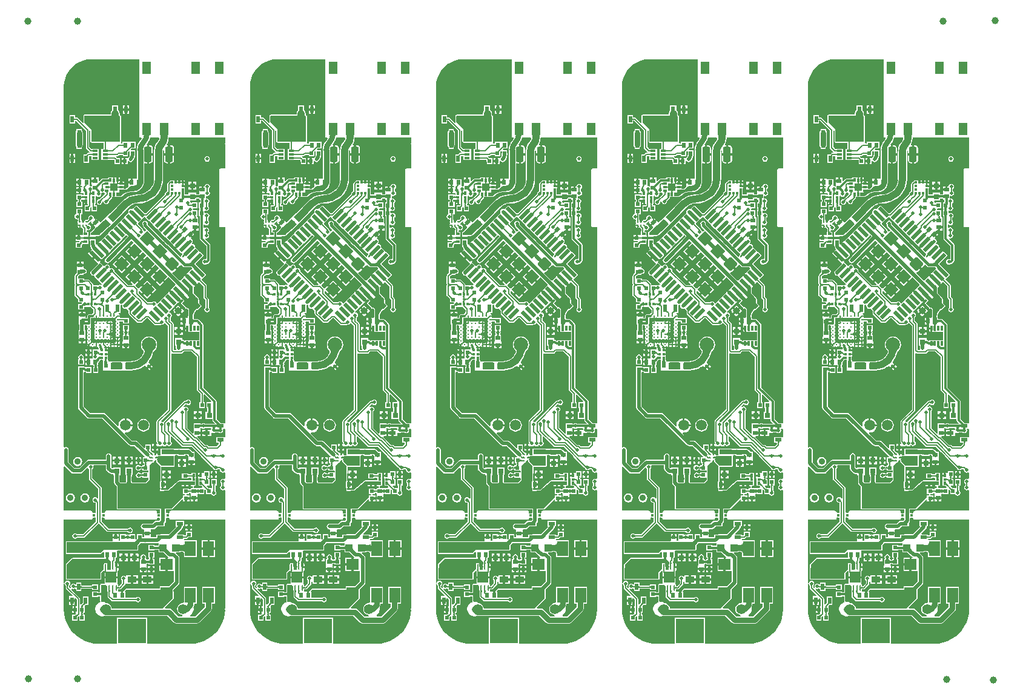
<source format=gbl>
G04*
G04 #@! TF.GenerationSoftware,Altium Limited,Altium Designer,20.0.13 (296)*
G04*
G04 Layer_Physical_Order=2*
G04 Layer_Color=16711680*
%FSAX25Y25*%
%MOIN*%
G70*
G01*
G75*
%ADD10C,0.03937*%
%ADD11C,0.00598*%
%ADD16C,0.00787*%
%ADD17C,0.01968*%
%ADD18C,0.03937*%
%ADD19C,0.01181*%
%ADD20C,0.05906*%
%ADD21C,0.19685*%
%ADD22C,0.03543*%
%ADD23C,0.01968*%
%ADD24C,0.01575*%
%ADD25C,0.01181*%
%ADD26C,0.00787*%
%ADD27C,0.02953*%
G04:AMPARAMS|DCode=28|XSize=41.34mil|YSize=86.61mil|CornerRadius=10.34mil|HoleSize=0mil|Usage=FLASHONLY|Rotation=0.000|XOffset=0mil|YOffset=0mil|HoleType=Round|Shape=RoundedRectangle|*
%AMROUNDEDRECTD28*
21,1,0.04134,0.06594,0,0,0.0*
21,1,0.02067,0.08661,0,0,0.0*
1,1,0.02067,0.01034,-0.03297*
1,1,0.02067,-0.01034,-0.03297*
1,1,0.02067,-0.01034,0.03297*
1,1,0.02067,0.01034,0.03297*
%
%ADD28ROUNDEDRECTD28*%
%ADD29R,0.03937X0.03937*%
%ADD30R,0.02362X0.03543*%
G04:AMPARAMS|DCode=31|XSize=24.41mil|YSize=22.44mil|CornerRadius=0mil|HoleSize=0mil|Usage=FLASHONLY|Rotation=315.000|XOffset=0mil|YOffset=0mil|HoleType=Round|Shape=Rectangle|*
%AMROTATEDRECTD31*
4,1,4,-0.01656,0.00070,-0.00070,0.01656,0.01656,-0.00070,0.00070,-0.01656,-0.01656,0.00070,0.0*
%
%ADD31ROTATEDRECTD31*%

%ADD32R,0.01968X0.02362*%
%ADD33R,0.15748X0.13780*%
%ADD34R,0.01181X0.02756*%
G04:AMPARAMS|DCode=35|XSize=9.84mil|YSize=33.47mil|CornerRadius=2.46mil|HoleSize=0mil|Usage=FLASHONLY|Rotation=180.000|XOffset=0mil|YOffset=0mil|HoleType=Round|Shape=RoundedRectangle|*
%AMROUNDEDRECTD35*
21,1,0.00984,0.02854,0,0,180.0*
21,1,0.00492,0.03347,0,0,180.0*
1,1,0.00492,-0.00246,0.01427*
1,1,0.00492,0.00246,0.01427*
1,1,0.00492,0.00246,-0.01427*
1,1,0.00492,-0.00246,-0.01427*
%
%ADD35ROUNDEDRECTD35*%
%ADD36R,0.02362X0.02520*%
%ADD37R,0.01181X0.01181*%
%ADD38R,0.01181X0.01181*%
%ADD39R,0.03150X0.03150*%
%ADD40R,0.02520X0.02362*%
%ADD41R,0.05118X0.07087*%
%ADD42R,0.05118X0.03543*%
%ADD43R,0.06614X0.05984*%
%ADD44R,0.02362X0.01968*%
%ADD45R,0.03150X0.03150*%
%ADD46R,0.06102X0.08268*%
%ADD47R,0.03740X0.01890*%
%ADD48P,0.04454X4X270.0*%
G04:AMPARAMS|DCode=49|XSize=19.68mil|YSize=66.93mil|CornerRadius=0mil|HoleSize=0mil|Usage=FLASHONLY|Rotation=45.000|XOffset=0mil|YOffset=0mil|HoleType=Round|Shape=Rectangle|*
%AMROTATEDRECTD49*
4,1,4,0.01670,-0.03062,-0.03062,0.01670,-0.01670,0.03062,0.03062,-0.01670,0.01670,-0.03062,0.0*
%
%ADD49ROTATEDRECTD49*%

G04:AMPARAMS|DCode=50|XSize=19.68mil|YSize=66.93mil|CornerRadius=0mil|HoleSize=0mil|Usage=FLASHONLY|Rotation=135.000|XOffset=0mil|YOffset=0mil|HoleType=Round|Shape=Rectangle|*
%AMROTATEDRECTD50*
4,1,4,0.03062,0.01670,-0.01670,-0.03062,-0.03062,-0.01670,0.01670,0.03062,0.03062,0.01670,0.0*
%
%ADD50ROTATEDRECTD50*%

G04:AMPARAMS|DCode=51|XSize=59.06mil|YSize=59.06mil|CornerRadius=5.91mil|HoleSize=0mil|Usage=FLASHONLY|Rotation=135.000|XOffset=0mil|YOffset=0mil|HoleType=Round|Shape=RoundedRectangle|*
%AMROUNDEDRECTD51*
21,1,0.05906,0.04724,0,0,135.0*
21,1,0.04724,0.05906,0,0,135.0*
1,1,0.01181,0.00000,0.03341*
1,1,0.01181,0.03341,0.00000*
1,1,0.01181,0.00000,-0.03341*
1,1,0.01181,-0.03341,0.00000*
%
%ADD51ROUNDEDRECTD51*%
%ADD52P,0.08352X4X180.0*%
G04:AMPARAMS|DCode=53|XSize=25.2mil|YSize=23.62mil|CornerRadius=0mil|HoleSize=0mil|Usage=FLASHONLY|Rotation=135.000|XOffset=0mil|YOffset=0mil|HoleType=Round|Shape=Rectangle|*
%AMROTATEDRECTD53*
4,1,4,0.01726,-0.00056,0.00056,-0.01726,-0.01726,0.00056,-0.00056,0.01726,0.01726,-0.00056,0.0*
%
%ADD53ROTATEDRECTD53*%

%ADD54R,0.01575X0.01968*%
%ADD55R,0.01575X0.01181*%
%ADD56R,0.01181X0.01870*%
%ADD57R,0.01870X0.01181*%
G04:AMPARAMS|DCode=58|XSize=24.41mil|YSize=22.44mil|CornerRadius=0mil|HoleSize=0mil|Usage=FLASHONLY|Rotation=225.000|XOffset=0mil|YOffset=0mil|HoleType=Round|Shape=Rectangle|*
%AMROTATEDRECTD58*
4,1,4,0.00070,0.01656,0.01656,0.00070,-0.00070,-0.01656,-0.01656,-0.00070,0.00070,0.01656,0.0*
%
%ADD58ROTATEDRECTD58*%

%ADD59R,0.01968X0.01181*%
%ADD60R,0.01890X0.03740*%
%ADD61R,0.05906X0.06299*%
%ADD62R,0.18504X0.05906*%
%ADD63R,0.03150X0.01181*%
%ADD64R,0.02362X0.04331*%
%ADD65R,0.01181X0.01772*%
G04:AMPARAMS|DCode=66|XSize=23.62mil|YSize=19.68mil|CornerRadius=0mil|HoleSize=0mil|Usage=FLASHONLY|Rotation=225.000|XOffset=0mil|YOffset=0mil|HoleType=Round|Shape=Rectangle|*
%AMROTATEDRECTD66*
4,1,4,0.00139,0.01531,0.01531,0.00139,-0.00139,-0.01531,-0.01531,-0.00139,0.00139,0.01531,0.0*
%
%ADD66ROTATEDRECTD66*%

%ADD67R,0.01968X0.01968*%
G04:AMPARAMS|DCode=68|XSize=13.78mil|YSize=19.68mil|CornerRadius=0mil|HoleSize=0mil|Usage=FLASHONLY|Rotation=225.000|XOffset=0mil|YOffset=0mil|HoleType=Round|Shape=Rectangle|*
%AMROTATEDRECTD68*
4,1,4,-0.00209,0.01183,0.01183,-0.00209,0.00209,-0.01183,-0.01183,0.00209,-0.00209,0.01183,0.0*
%
%ADD68ROTATEDRECTD68*%

%ADD69R,0.06693X0.02756*%
%ADD70C,0.01575*%
%ADD71C,0.02362*%
%ADD72C,0.02165*%
%ADD73C,0.07874*%
%ADD74C,0.05512*%
G36*
X0490985Y0318326D02*
X0491975D01*
X0492221Y0317826D01*
X0491755Y0317218D01*
X0491686Y0317172D01*
X0491683Y0317167D01*
X0490700Y0315970D01*
X0489968Y0314599D01*
X0489517Y0313112D01*
X0489365Y0311570D01*
X0489364Y0311565D01*
Y0295787D01*
X0488954Y0295617D01*
X0488454Y0295696D01*
Y0295696D01*
X0487245D01*
Y0293818D01*
X0486654D01*
Y0293227D01*
X0485485D01*
Y0293220D01*
X0485485Y0293227D01*
X0484855D01*
Y0291940D01*
X0484855Y0291940D01*
X0484855D01*
X0484908Y0291440D01*
X0484562Y0291209D01*
X0484531Y0291163D01*
X0484480Y0291142D01*
X0484140Y0290801D01*
X0484140Y0290801D01*
X0484100Y0290761D01*
X0483960Y0290634D01*
X0483634Y0290416D01*
X0483285Y0290272D01*
X0482900Y0290195D01*
X0482751Y0290188D01*
X0482251Y0290271D01*
Y0290723D01*
X0480717D01*
Y0291322D01*
X0482251D01*
Y0291783D01*
X0482408D01*
Y0292401D01*
X0480855D01*
Y0292991D01*
X0480265D01*
Y0294200D01*
X0480107D01*
Y0294359D01*
X0478898D01*
Y0294950D01*
X0478308D01*
Y0296503D01*
X0477690D01*
Y0296346D01*
X0477229D01*
Y0296334D01*
X0477232Y0296220D01*
X0477240Y0296118D01*
X0477254Y0296028D01*
X0477274Y0295951D01*
X0477299Y0295885D01*
X0477330Y0295831D01*
X0477366Y0295789D01*
X0477408Y0295759D01*
X0477456Y0295741D01*
X0477509Y0295735D01*
X0477229D01*
Y0294812D01*
X0476631D01*
Y0295735D01*
X0476351D01*
X0476404Y0295741D01*
X0476452Y0295759D01*
X0476494Y0295789D01*
X0476530Y0295831D01*
X0476561Y0295885D01*
X0476586Y0295951D01*
X0476606Y0296028D01*
X0476620Y0296118D01*
X0476628Y0296220D01*
X0476631Y0296334D01*
Y0296346D01*
X0476052D01*
Y0296385D01*
X0474496D01*
X0474454Y0296410D01*
X0474418Y0296400D01*
X0474383Y0296414D01*
X0474312Y0296385D01*
X0473871D01*
Y0296019D01*
X0473817Y0296001D01*
X0473721Y0295981D01*
X0473394Y0295948D01*
X0473190Y0295944D01*
X0473146Y0295924D01*
X0470805D01*
X0470805Y0295924D01*
X0470379Y0295839D01*
X0470019Y0295598D01*
X0470019Y0295598D01*
X0468876Y0294456D01*
X0468414Y0294647D01*
Y0296326D01*
X0467127D01*
Y0295697D01*
X0467135Y0295696D01*
X0467127D01*
Y0294527D01*
X0466536D01*
Y0293936D01*
X0464658D01*
Y0292727D01*
X0464658Y0292727D01*
X0464658Y0292727D01*
X0464777Y0292276D01*
Y0291826D01*
X0464277Y0291571D01*
X0463780Y0291669D01*
X0463767Y0291667D01*
X0463413Y0292106D01*
Y0295539D01*
X0460203D01*
X0459752Y0295658D01*
X0459600Y0295657D01*
X0458543D01*
Y0295016D01*
X0458551Y0295015D01*
X0458543D01*
Y0293780D01*
Y0292544D01*
X0458551D01*
X0458543Y0292543D01*
Y0291902D01*
X0459207D01*
X0459508Y0291449D01*
X0459334Y0291130D01*
X0458543D01*
Y0290501D01*
X0458551Y0290500D01*
X0458543D01*
Y0289528D01*
Y0287925D01*
X0459752D01*
X0459752Y0287925D01*
Y0287925D01*
X0460139Y0287672D01*
X0460287Y0287561D01*
Y0287124D01*
X0459888Y0286888D01*
X0459634Y0287033D01*
Y0287075D01*
X0456272D01*
Y0284106D01*
X0456997D01*
X0457006Y0284051D01*
X0457015Y0283952D01*
X0457018Y0283817D01*
X0457042Y0283764D01*
Y0283441D01*
X0457018Y0283388D01*
X0457015Y0283253D01*
X0457006Y0283154D01*
X0456997Y0283099D01*
X0456272D01*
Y0280130D01*
X0459634D01*
Y0283099D01*
X0458909D01*
X0458899Y0283154D01*
X0458891Y0283253D01*
X0458887Y0283388D01*
X0458864Y0283441D01*
Y0283764D01*
X0458887Y0283817D01*
X0458891Y0283952D01*
X0458899Y0284051D01*
X0458909Y0284106D01*
X0459634D01*
X0459634Y0284106D01*
X0459701Y0284130D01*
X0459805Y0284055D01*
X0461575D01*
Y0283465D01*
X0462165D01*
Y0281862D01*
X0462632D01*
Y0281292D01*
X0462554Y0281224D01*
X0462534Y0281209D01*
X0460720D01*
Y0277847D01*
X0463689D01*
Y0279613D01*
X0463700Y0279627D01*
X0463697Y0279645D01*
X0463883Y0279861D01*
X0464478Y0279945D01*
X0464657Y0279791D01*
Y0277847D01*
X0467626D01*
Y0281209D01*
X0466799D01*
X0466580Y0281595D01*
X0466799Y0281980D01*
X0466799D01*
Y0282422D01*
X0466828Y0282492D01*
X0466817Y0282521D01*
X0466825Y0282551D01*
X0466799Y0282598D01*
Y0284331D01*
X0466825Y0284379D01*
X0466817Y0284408D01*
X0466828Y0284437D01*
X0466799Y0284507D01*
Y0284902D01*
X0466828Y0284973D01*
X0466817Y0285001D01*
X0466825Y0285031D01*
X0466799Y0285079D01*
Y0286205D01*
X0467299Y0286356D01*
X0467395Y0286212D01*
X0467886Y0285884D01*
X0468465Y0285769D01*
X0469045Y0285884D01*
X0469535Y0286212D01*
X0469864Y0286703D01*
X0469979Y0287283D01*
X0469911Y0287623D01*
X0470281Y0288049D01*
X0470296Y0288056D01*
X0470513Y0288013D01*
X0471070Y0288124D01*
X0471127Y0288128D01*
X0471570Y0287964D01*
X0471780Y0287839D01*
X0471889Y0287272D01*
X0469298Y0284682D01*
X0469245Y0284661D01*
X0469186Y0284605D01*
X0469139Y0284566D01*
X0469095Y0284534D01*
X0469053Y0284507D01*
X0469013Y0284486D01*
X0468974Y0284469D01*
X0468937Y0284456D01*
X0468900Y0284447D01*
X0468864Y0284440D01*
X0468804Y0284435D01*
X0468718Y0284390D01*
X0468319Y0284311D01*
X0467828Y0283983D01*
X0467500Y0283492D01*
X0467385Y0282913D01*
X0467500Y0282334D01*
X0467828Y0281843D01*
X0468319Y0281515D01*
X0468898Y0281400D01*
X0469477Y0281515D01*
X0469968Y0281843D01*
X0470296Y0282334D01*
X0470411Y0282913D01*
X0470404Y0282948D01*
X0470421Y0282990D01*
X0470420Y0283030D01*
X0470572Y0283161D01*
X0470741Y0283289D01*
X0471194Y0283120D01*
X0471280Y0282687D01*
X0471608Y0282196D01*
X0472099Y0281868D01*
X0472678Y0281753D01*
X0473257Y0281868D01*
X0473748Y0282196D01*
X0474076Y0282687D01*
X0474156Y0283088D01*
X0474200Y0283173D01*
X0474206Y0283233D01*
X0474212Y0283270D01*
X0474221Y0283306D01*
X0474234Y0283343D01*
X0474251Y0283382D01*
X0474272Y0283422D01*
X0474299Y0283464D01*
X0474331Y0283508D01*
X0474370Y0283555D01*
X0474426Y0283614D01*
X0474446Y0283667D01*
X0475606Y0284827D01*
X0475803Y0285122D01*
X0475848Y0285349D01*
X0475896Y0285455D01*
X0475902Y0285663D01*
X0476052D01*
Y0285702D01*
X0476631D01*
Y0287235D01*
X0477229D01*
Y0285702D01*
X0477808D01*
Y0285663D01*
X0478208D01*
X0478308Y0285621D01*
X0480318D01*
X0480369Y0285643D01*
X0480423Y0285632D01*
X0480640Y0285675D01*
X0480686Y0285706D01*
X0480742D01*
X0480946Y0285790D01*
X0480985Y0285829D01*
X0481039Y0285840D01*
X0481223Y0285963D01*
X0481254Y0286009D01*
X0481305Y0286030D01*
X0481374Y0286099D01*
X0481935Y0286607D01*
X0483203Y0287454D01*
X0484599Y0288033D01*
X0486094Y0288330D01*
X0486850Y0288367D01*
X0487840D01*
X0487887Y0288358D01*
X0487887Y0288350D01*
X0488052Y0288368D01*
X0488064Y0288373D01*
X0488364Y0288412D01*
X0488364Y0288412D01*
X0489314Y0288538D01*
X0490645Y0289089D01*
X0491787Y0289965D01*
X0492663Y0291107D01*
X0493215Y0292438D01*
X0493402Y0293865D01*
X0493394D01*
Y0304147D01*
X0493835Y0304383D01*
X0493933Y0304317D01*
X0494578Y0304189D01*
X0495021D01*
Y0309170D01*
Y0314203D01*
X0494808Y0314651D01*
X0495590Y0315604D01*
X0496373Y0317067D01*
X0496754Y0318326D01*
X0501573D01*
X0501905Y0317826D01*
X0501804Y0317314D01*
X0501380Y0316680D01*
X0501292Y0316621D01*
X0501241Y0316545D01*
X0500284Y0315379D01*
X0499531Y0313970D01*
X0499067Y0312440D01*
X0498919Y0310940D01*
X0498901Y0310850D01*
Y0303264D01*
Y0295260D01*
X0498924Y0295144D01*
X0498791Y0293794D01*
X0498364Y0292383D01*
X0497669Y0291084D01*
X0496808Y0290035D01*
X0496710Y0289969D01*
X0496386Y0289646D01*
X0496376Y0289631D01*
X0495284Y0288734D01*
X0493542Y0287803D01*
X0491652Y0287230D01*
X0489844Y0287052D01*
X0489686Y0287083D01*
X0489570Y0287060D01*
X0487941Y0286932D01*
X0486240Y0286523D01*
X0484623Y0285853D01*
X0483131Y0284939D01*
X0481889Y0283878D01*
X0481790Y0283812D01*
X0474857Y0276879D01*
X0474854Y0276878D01*
X0472988Y0275011D01*
X0472975Y0274981D01*
X0471987Y0273993D01*
X0471957Y0273981D01*
X0470656Y0272679D01*
X0470590Y0272637D01*
X0469774Y0271856D01*
X0469293Y0271811D01*
X0469152Y0271953D01*
X0468480Y0272624D01*
X0467180Y0271324D01*
X0465880Y0270024D01*
X0466495Y0269409D01*
X0466550Y0268770D01*
X0466249Y0268481D01*
X0466159Y0268353D01*
X0466114Y0268335D01*
X0464207Y0266427D01*
X0464205Y0266426D01*
X0464196Y0266422D01*
X0464189Y0266415D01*
X0464175Y0266406D01*
X0463791D01*
Y0266005D01*
X0463750Y0265906D01*
Y0264724D01*
X0463673Y0264358D01*
X0463673D01*
Y0263740D01*
X0466878D01*
Y0264183D01*
X0467771D01*
X0467935Y0264147D01*
X0468140Y0264183D01*
X0468312D01*
X0468364Y0264205D01*
X0468418Y0264194D01*
X0468729Y0264255D01*
X0468775Y0264286D01*
X0468830D01*
X0469124Y0264408D01*
X0469163Y0264447D01*
X0469217Y0264458D01*
X0469481Y0264634D01*
X0469512Y0264680D01*
X0469563Y0264701D01*
X0469666Y0264805D01*
X0469730Y0264845D01*
X0471656Y0266689D01*
X0471656Y0266690D01*
X0471685Y0266717D01*
X0471685Y0266717D01*
X0474071Y0269001D01*
X0474165Y0269136D01*
X0475154Y0270090D01*
X0475513Y0270432D01*
X0475513D01*
X0476519Y0271438D01*
X0476548Y0271450D01*
X0478415Y0273317D01*
X0478416Y0273319D01*
X0485350Y0280253D01*
X0485403Y0280333D01*
X0486263Y0281039D01*
X0487328Y0281608D01*
X0488484Y0281959D01*
X0489592Y0282068D01*
X0489686Y0282049D01*
X0489702Y0282052D01*
X0492042Y0282237D01*
X0494340Y0282788D01*
X0496524Y0283693D01*
X0498539Y0284928D01*
X0499714Y0285931D01*
X0499854Y0286025D01*
X0499854Y0286025D01*
X0499946Y0286086D01*
X0500269Y0286409D01*
X0500315Y0286479D01*
X0501537Y0287909D01*
X0502562Y0289582D01*
X0503313Y0291395D01*
X0503771Y0293304D01*
X0503919Y0295179D01*
X0503935Y0295260D01*
Y0303264D01*
Y0310850D01*
X0503920Y0310926D01*
X0503974Y0311339D01*
X0504008Y0311353D01*
X0504508Y0311012D01*
Y0309760D01*
X0506635D01*
Y0314151D01*
X0506298D01*
X0506084Y0314391D01*
X0505981Y0314619D01*
X0506403Y0315409D01*
X0506813Y0316761D01*
X0506939Y0318030D01*
X0506966Y0318166D01*
Y0318326D01*
X0538066D01*
X0538066Y0315585D01*
X0537989Y0315117D01*
X0537989Y0315117D01*
X0538066Y0314649D01*
X0538066Y0301540D01*
X0535828Y0301540D01*
X0535479Y0301471D01*
X0535183Y0301273D01*
X0534986Y0300978D01*
X0534917Y0300629D01*
X0534916Y0269920D01*
X0534986Y0269572D01*
X0535183Y0269276D01*
X0535479Y0269079D01*
X0535828Y0269009D01*
X0538067D01*
X0538066Y0161514D01*
X0537883Y0161090D01*
X0535640D01*
X0533396Y0163334D01*
Y0173031D01*
X0533396Y0173031D01*
X0533312Y0173456D01*
X0533071Y0173817D01*
X0533071Y0173817D01*
X0526034Y0180853D01*
Y0202335D01*
Y0215196D01*
X0526034Y0215196D01*
X0525949Y0215621D01*
X0525708Y0215982D01*
X0525708Y0215982D01*
X0523622Y0218069D01*
X0523261Y0218310D01*
X0522835Y0218394D01*
X0522835Y0218394D01*
X0522024D01*
X0521979Y0218414D01*
X0521312Y0218426D01*
X0520903Y0218677D01*
X0520895Y0219042D01*
X0520810D01*
X0520744Y0220086D01*
X0520752Y0220294D01*
X0520789Y0220629D01*
X0520851Y0220952D01*
X0520936Y0221263D01*
X0521046Y0221563D01*
X0521180Y0221853D01*
X0521340Y0222133D01*
X0521524Y0222405D01*
X0521735Y0222668D01*
X0521986Y0222937D01*
X0521996Y0222964D01*
X0522641Y0223609D01*
X0522815Y0223434D01*
X0525192Y0225812D01*
X0523735Y0227269D01*
Y0228964D01*
X0523735Y0228964D01*
X0523620Y0229543D01*
X0523565Y0229625D01*
X0523486Y0230024D01*
X0523158Y0230515D01*
X0522716Y0230810D01*
X0522712Y0230851D01*
Y0230851D01*
X0520857Y0232706D01*
Y0235614D01*
X0520831Y0235743D01*
X0520953Y0236193D01*
X0521668Y0236908D01*
X0521271Y0237305D01*
X0521206Y0237293D01*
X0521142Y0237262D01*
X0521083Y0237215D01*
X0521222Y0237354D01*
X0518865Y0239712D01*
X0516515Y0242061D01*
X0516376Y0241922D01*
X0516423Y0241980D01*
X0516454Y0242045D01*
X0516466Y0242110D01*
X0516061Y0242515D01*
X0515620Y0242074D01*
X0515346Y0241799D01*
X0515110Y0241397D01*
X0513532Y0239819D01*
X0512869Y0239774D01*
X0508922Y0243721D01*
X0508943Y0243867D01*
X0509119Y0244231D01*
X0509462Y0244300D01*
X0509862Y0244567D01*
X0511114Y0245819D01*
X0510701Y0246233D01*
X0510635Y0246221D01*
X0510571Y0246190D01*
X0510512Y0246143D01*
X0510652Y0246282D01*
X0508573Y0248361D01*
X0509408Y0249196D01*
X0511487Y0247117D01*
X0511626Y0247257D01*
X0511579Y0247198D01*
X0511548Y0247134D01*
X0511536Y0247068D01*
X0511949Y0246655D01*
X0513202Y0247907D01*
X0513403Y0248207D01*
X0513952Y0248365D01*
X0514908Y0247409D01*
X0515334Y0247124D01*
X0515836Y0247024D01*
X0519100D01*
X0519138Y0247008D01*
X0519163Y0247019D01*
X0519189Y0247011D01*
X0519215Y0247024D01*
X0519467D01*
X0519836Y0246640D01*
X0519855Y0246336D01*
X0519822Y0246109D01*
X0519641Y0245928D01*
X0518014Y0244301D01*
X0517612Y0244066D01*
X0517365Y0243819D01*
X0516896Y0243350D01*
X0517302Y0242945D01*
X0517367Y0242958D01*
X0517431Y0242988D01*
X0517490Y0243035D01*
X0517350Y0242896D01*
X0519700Y0240547D01*
X0522058Y0238189D01*
X0522197Y0238328D01*
X0522150Y0238270D01*
X0522119Y0238206D01*
X0522106Y0238141D01*
X0522503Y0237743D01*
X0522972Y0238212D01*
X0523219Y0238459D01*
X0523290Y0238581D01*
X0523309Y0238601D01*
X0523368Y0238644D01*
X0523605Y0238729D01*
X0523815Y0238730D01*
X0523953Y0238680D01*
X0526176Y0236456D01*
Y0230314D01*
X0526246Y0229965D01*
X0526443Y0229670D01*
X0527200Y0228913D01*
Y0225039D01*
X0527219Y0224941D01*
X0527080Y0224848D01*
X0526752Y0224357D01*
X0526637Y0223778D01*
X0526752Y0223199D01*
X0527080Y0222708D01*
X0527571Y0222380D01*
X0528150Y0222265D01*
X0528729Y0222380D01*
X0529220Y0222708D01*
X0529548Y0223199D01*
X0529664Y0223778D01*
X0529548Y0224357D01*
X0529220Y0224848D01*
X0529062Y0224955D01*
Y0224999D01*
X0529022Y0225196D01*
Y0229291D01*
X0528953Y0229639D01*
X0528755Y0229935D01*
X0527999Y0230692D01*
Y0236834D01*
X0527929Y0237183D01*
X0527732Y0237478D01*
X0525242Y0239968D01*
X0525155Y0240562D01*
X0527534Y0242941D01*
X0522506Y0247969D01*
X0522477Y0248039D01*
X0522406Y0248068D01*
X0522094Y0248381D01*
X0521851Y0248780D01*
X0521846Y0248946D01*
X0526281Y0253380D01*
X0524380Y0255282D01*
X0524182Y0255480D01*
X0523828Y0255833D01*
X0522153Y0257509D01*
X0521927Y0257734D01*
X0521501Y0258161D01*
X0521514Y0258227D01*
X0521399Y0258807D01*
X0521071Y0259298D01*
X0520580Y0259626D01*
X0520035Y0259734D01*
X0519921Y0259931D01*
X0519890Y0260006D01*
X0519837Y0260199D01*
X0519933Y0260365D01*
X0520143Y0260679D01*
X0520258Y0261259D01*
X0520143Y0261838D01*
X0519815Y0262329D01*
X0519324Y0262657D01*
X0519321Y0262657D01*
X0519157Y0263200D01*
X0519471Y0263513D01*
X0518337Y0264646D01*
X0518755Y0265064D01*
X0518337Y0265481D01*
X0519156Y0266300D01*
X0519150Y0266305D01*
X0519156Y0266300D01*
X0519610Y0266754D01*
X0519573Y0266790D01*
X0519815Y0267255D01*
X0520946D01*
Y0269054D01*
X0521536D01*
Y0269645D01*
X0523414D01*
Y0270702D01*
X0523414Y0270853D01*
X0523296Y0271304D01*
Y0274515D01*
X0522955D01*
X0522626Y0274994D01*
X0522706Y0275247D01*
X0522706D01*
Y0278609D01*
X0520608D01*
X0520372Y0278896D01*
X0520352Y0278999D01*
X0520762Y0279499D01*
X0522706D01*
Y0282861D01*
X0519737D01*
Y0282499D01*
X0519723Y0282481D01*
X0519514Y0282372D01*
X0519398Y0282402D01*
X0519001Y0282665D01*
X0518919Y0283078D01*
X0518750Y0283331D01*
X0519017Y0283831D01*
X0522114D01*
Y0284659D01*
X0522140Y0284707D01*
X0522142Y0284722D01*
X0522143Y0284722D01*
X0522201Y0284746D01*
X0522296Y0284772D01*
X0522426Y0284793D01*
X0522590Y0284808D01*
X0522797Y0284813D01*
X0522842Y0284833D01*
X0523143D01*
X0523187Y0284813D01*
X0523395Y0284808D01*
X0523559Y0284794D01*
X0523691Y0284772D01*
X0523786Y0284747D01*
X0523843Y0284724D01*
X0523844Y0284718D01*
X0523870Y0284670D01*
Y0284264D01*
X0524311D01*
X0524382Y0284235D01*
X0524493Y0283773D01*
X0524498Y0283581D01*
X0524506Y0283563D01*
X0524498Y0283545D01*
X0524493Y0283335D01*
X0524478Y0283170D01*
X0524457Y0283038D01*
X0524431Y0282941D01*
X0524406Y0282881D01*
X0524404Y0282877D01*
X0524388Y0282875D01*
X0524363Y0282861D01*
X0523674D01*
Y0280134D01*
X0523652Y0280098D01*
X0523662Y0280053D01*
X0523645Y0280011D01*
X0523674Y0279941D01*
Y0279499D01*
X0523726D01*
X0523963Y0279057D01*
X0523778Y0278609D01*
X0523674D01*
Y0278168D01*
X0523645Y0278097D01*
X0523662Y0278055D01*
X0523652Y0278010D01*
X0523674Y0277975D01*
Y0275247D01*
X0524046D01*
Y0262913D01*
X0524046Y0262913D01*
X0524131Y0262487D01*
X0524372Y0262126D01*
X0527747Y0258751D01*
Y0251781D01*
X0527247Y0251418D01*
X0526969Y0251473D01*
X0526390Y0251358D01*
X0525899Y0251030D01*
X0525571Y0250539D01*
X0525456Y0249960D01*
X0525571Y0249381D01*
X0525899Y0248890D01*
X0526390Y0248562D01*
X0526969Y0248446D01*
X0527549Y0248562D01*
X0527977Y0248848D01*
X0528115D01*
X0528115Y0248848D01*
X0528540Y0248933D01*
X0528901Y0249173D01*
X0529645Y0249918D01*
X0529645Y0249918D01*
X0529886Y0250279D01*
X0529971Y0250704D01*
Y0259212D01*
X0529886Y0259637D01*
X0529645Y0259998D01*
X0529645Y0259998D01*
X0527134Y0262509D01*
X0527380Y0262970D01*
X0527776Y0262891D01*
X0528356Y0263006D01*
X0528847Y0263334D01*
X0529175Y0263825D01*
X0529290Y0264405D01*
X0529175Y0264984D01*
X0528847Y0265475D01*
X0528668Y0265594D01*
Y0266343D01*
X0528827Y0266449D01*
X0529155Y0266940D01*
X0529270Y0267519D01*
X0529155Y0268098D01*
X0528827Y0268589D01*
X0528336Y0268917D01*
X0527757Y0269032D01*
X0527178Y0268917D01*
X0526770Y0268645D01*
X0526461Y0268739D01*
X0526270Y0268866D01*
Y0270424D01*
X0526765Y0270583D01*
X0527256Y0270254D01*
X0527836Y0270139D01*
X0528415Y0270254D01*
X0528906Y0270583D01*
X0529234Y0271074D01*
X0529349Y0271653D01*
X0529234Y0272232D01*
X0528906Y0272723D01*
X0528853Y0272758D01*
Y0274339D01*
X0529012Y0274445D01*
X0529340Y0274936D01*
X0529455Y0275515D01*
X0529340Y0276094D01*
X0529012Y0276585D01*
X0528521Y0276913D01*
X0527942Y0277028D01*
X0527363Y0276913D01*
X0527143Y0276766D01*
X0526643Y0277033D01*
Y0277885D01*
X0526845Y0278055D01*
X0526915Y0278083D01*
X0527146Y0278150D01*
X0527178Y0278129D01*
X0527757Y0278013D01*
X0528336Y0278129D01*
X0528827Y0278457D01*
X0529155Y0278948D01*
X0529270Y0279527D01*
X0529155Y0280106D01*
X0528827Y0280597D01*
X0528778Y0280629D01*
Y0282240D01*
X0528937Y0282346D01*
X0529265Y0282837D01*
X0529380Y0283416D01*
X0529265Y0283996D01*
X0528937Y0284487D01*
X0528446Y0284815D01*
X0527867Y0284930D01*
X0527776Y0284912D01*
X0527390Y0285229D01*
Y0286002D01*
X0527890Y0286317D01*
X0528269Y0286242D01*
X0528848Y0286357D01*
X0529339Y0286685D01*
X0529667Y0287176D01*
X0529782Y0287755D01*
X0529667Y0288334D01*
X0529339Y0288825D01*
X0529192Y0288923D01*
Y0290272D01*
X0529351Y0290378D01*
X0529678Y0290869D01*
X0529794Y0291448D01*
X0529678Y0292027D01*
X0529351Y0292518D01*
X0528860Y0292846D01*
X0528280Y0292961D01*
X0527701Y0292846D01*
X0527210Y0292518D01*
X0526882Y0292027D01*
X0526782Y0291524D01*
X0526220D01*
Y0289724D01*
X0525630D01*
Y0289134D01*
X0523752D01*
Y0287925D01*
X0523752Y0287925D01*
X0523752Y0287925D01*
X0523849Y0287555D01*
X0523597Y0287102D01*
X0523559Y0287096D01*
X0523395Y0287082D01*
X0523187Y0287076D01*
X0523143Y0287057D01*
X0522842D01*
X0522797Y0287076D01*
X0522590Y0287082D01*
X0522426Y0287096D01*
X0522296Y0287118D01*
X0522201Y0287144D01*
X0522143Y0287168D01*
X0522142Y0287168D01*
X0522140Y0287183D01*
X0522114Y0287231D01*
Y0287980D01*
X0517965D01*
Y0287017D01*
X0515876D01*
Y0289685D01*
X0515854Y0289793D01*
Y0290445D01*
X0515972D01*
Y0291063D01*
X0514764D01*
Y0292134D01*
X0514234D01*
X0514278Y0292140D01*
X0514317Y0292158D01*
X0514352Y0292188D01*
X0514382Y0292230D01*
X0514407Y0292283D01*
X0514428Y0292349D01*
X0514444Y0292427D01*
X0514455Y0292517D01*
X0514462Y0292618D01*
X0514463Y0292638D01*
X0514462Y0292657D01*
X0514444Y0292849D01*
X0514428Y0292927D01*
X0514407Y0292992D01*
X0514382Y0293046D01*
X0514352Y0293088D01*
X0514317Y0293118D01*
X0514278Y0293136D01*
X0514234Y0293142D01*
X0514228Y0293176D01*
X0514211Y0293207D01*
X0514181Y0293234D01*
X0514139Y0293258D01*
X0514085Y0293278D01*
X0514019Y0293294D01*
X0513941Y0293307D01*
X0513851Y0293316D01*
X0513746Y0293319D01*
X0513569Y0293302D01*
X0513491Y0293286D01*
X0513425Y0293265D01*
X0513371Y0293240D01*
X0513329Y0293210D01*
X0513299Y0293176D01*
X0513281Y0293137D01*
X0513275Y0293093D01*
Y0293622D01*
X0512315D01*
Y0293093D01*
X0512309Y0293137D01*
X0512291Y0293176D01*
X0512261Y0293210D01*
X0512219Y0293240D01*
X0512165Y0293265D01*
X0512100Y0293286D01*
X0512022Y0293302D01*
X0511932Y0293314D01*
X0511830Y0293321D01*
X0511811Y0293321D01*
X0511792Y0293321D01*
X0511600Y0293302D01*
X0511522Y0293286D01*
X0511456Y0293265D01*
X0511403Y0293240D01*
X0511361Y0293210D01*
X0511331Y0293176D01*
X0511313Y0293137D01*
X0511307Y0293093D01*
Y0293622D01*
X0510236D01*
Y0294831D01*
X0509618D01*
Y0294713D01*
X0507768D01*
Y0294496D01*
X0507606Y0294464D01*
X0507310Y0294267D01*
X0506443Y0293399D01*
X0506246Y0293104D01*
X0506176Y0292755D01*
Y0288816D01*
X0505930Y0288767D01*
X0505439Y0288439D01*
X0505111Y0287948D01*
X0504996Y0287369D01*
X0505019Y0287251D01*
X0494470Y0276702D01*
X0493773D01*
X0489244Y0281230D01*
X0487371Y0279357D01*
X0487300Y0279287D01*
X0487063Y0279116D01*
X0486682Y0279042D01*
X0486321Y0279114D01*
X0485742Y0278998D01*
X0485251Y0278670D01*
X0484923Y0278179D01*
X0484808Y0277600D01*
X0484888Y0277196D01*
X0484785Y0276830D01*
X0484635Y0276621D01*
X0482663Y0274649D01*
X0482563Y0274549D01*
X0480689Y0272676D01*
X0480464Y0272450D01*
X0480110Y0272096D01*
X0478434Y0270421D01*
X0478237Y0270223D01*
X0477883Y0269869D01*
X0476219Y0268205D01*
X0475862Y0267860D01*
X0475625Y0267622D01*
X0473988Y0265986D01*
X0473763Y0265760D01*
X0473409Y0265407D01*
X0471761Y0263759D01*
X0471408Y0263405D01*
X0471182Y0263180D01*
X0469592Y0261589D01*
X0469189Y0261353D01*
X0468474Y0260638D01*
X0468926Y0260186D01*
X0468940Y0260196D01*
X0468928Y0260184D01*
X0471277Y0257835D01*
X0473624Y0255487D01*
X0473661Y0255504D01*
X0473628Y0255484D01*
X0474080Y0255031D01*
X0474513Y0255464D01*
X0474796Y0255747D01*
X0475031Y0256149D01*
X0476622Y0257740D01*
X0476976Y0258094D01*
X0477201Y0258319D01*
X0478849Y0259967D01*
X0479075Y0260193D01*
X0479428Y0260546D01*
X0481065Y0262183D01*
X0481422Y0262528D01*
X0481659Y0262766D01*
X0483274Y0264381D01*
X0483521Y0264627D01*
X0483937Y0264426D01*
X0484396Y0263967D01*
X0473682Y0253254D01*
X0473585Y0253109D01*
X0472304Y0251827D01*
X0471976Y0251337D01*
X0471860Y0250757D01*
X0471976Y0250178D01*
X0472304Y0249687D01*
X0472794Y0249359D01*
X0473374Y0249244D01*
X0473953Y0249359D01*
X0474444Y0249687D01*
X0475822Y0251065D01*
X0475919Y0251210D01*
X0486536Y0261827D01*
X0487843Y0260520D01*
X0486004Y0258681D01*
X0488529Y0256156D01*
X0490600Y0254085D01*
X0490739Y0254224D01*
X0490692Y0254166D01*
X0490661Y0254101D01*
X0490649Y0254036D01*
X0491054Y0253631D01*
X0492893Y0255470D01*
X0494803Y0253560D01*
X0492963Y0251721D01*
X0493368Y0251316D01*
X0493434Y0251329D01*
X0493498Y0251359D01*
X0493557Y0251406D01*
X0493418Y0251267D01*
X0495488Y0249196D01*
X0497559Y0247125D01*
X0497698Y0247265D01*
X0497651Y0247206D01*
X0497621Y0247142D01*
X0497608Y0247076D01*
X0498013Y0246671D01*
X0499853Y0248510D01*
X0501762Y0246601D01*
X0499923Y0244762D01*
X0500328Y0244356D01*
X0500393Y0244369D01*
X0500458Y0244399D01*
X0500516Y0244447D01*
X0500377Y0244308D01*
X0502448Y0242237D01*
X0504519Y0240166D01*
X0504658Y0240305D01*
X0504611Y0240246D01*
X0504581Y0240182D01*
X0504568Y0240117D01*
X0504973Y0239712D01*
X0506812Y0241551D01*
X0510729Y0237634D01*
X0510685Y0236971D01*
X0508832Y0235118D01*
X0508731Y0235185D01*
X0508016Y0234470D01*
X0508421Y0234065D01*
X0508486Y0234077D01*
X0508551Y0234107D01*
X0508609Y0234155D01*
X0508470Y0234015D01*
X0510819Y0231666D01*
X0513177Y0229308D01*
X0513183Y0229314D01*
X0513178Y0229308D01*
X0513623Y0228863D01*
X0514236Y0229476D01*
X0515075Y0228637D01*
X0513564Y0227126D01*
X0516046Y0224645D01*
X0516054Y0224607D01*
X0516096Y0224580D01*
X0516116Y0224534D01*
X0516186Y0224504D01*
X0516498Y0224192D01*
X0516762Y0224456D01*
X0516790Y0224448D01*
X0516896Y0224398D01*
X0517042Y0224308D01*
X0517216Y0224182D01*
X0517665Y0223794D01*
X0517700Y0223761D01*
Y0222391D01*
X0517690Y0222373D01*
X0517698Y0222347D01*
X0517688Y0222322D01*
X0517700Y0222293D01*
Y0220533D01*
X0517688Y0220505D01*
X0517681Y0219807D01*
X0517657Y0219344D01*
X0517233Y0219161D01*
X0517081Y0219161D01*
X0516024D01*
Y0217283D01*
Y0216047D01*
X0516032D01*
X0516024Y0216046D01*
Y0215305D01*
X0516036Y0215302D01*
X0516036Y0214905D01*
Y0213897D01*
X0516666D01*
X0516666Y0213905D01*
Y0213897D01*
X0517245D01*
Y0213306D01*
X0517836D01*
Y0211310D01*
X0518454D01*
Y0211310D01*
X0518623Y0211387D01*
X0519804Y0211387D01*
X0519904Y0211428D01*
X0523810D01*
Y0206916D01*
X0516154D01*
Y0206806D01*
X0515654Y0206598D01*
X0515527Y0206726D01*
X0515166Y0206967D01*
X0514842Y0207031D01*
X0514750Y0207071D01*
X0514595Y0207074D01*
Y0207979D01*
X0510446D01*
Y0203830D01*
X0510968D01*
Y0202558D01*
X0511083Y0201979D01*
X0511200Y0201804D01*
X0510933Y0201304D01*
X0509957D01*
X0509711Y0201550D01*
Y0215639D01*
X0509642Y0215987D01*
X0509444Y0216283D01*
X0508188Y0217540D01*
Y0219044D01*
X0508211Y0219096D01*
X0508214Y0219177D01*
X0508219Y0219235D01*
X0508227Y0219286D01*
X0508238Y0219331D01*
X0508251Y0219370D01*
X0508266Y0219405D01*
X0508282Y0219436D01*
X0508300Y0219464D01*
X0508321Y0219490D01*
X0508361Y0219533D01*
X0508381Y0219587D01*
X0508675Y0220026D01*
X0508790Y0220605D01*
X0508675Y0221185D01*
X0508347Y0221675D01*
X0507856Y0222004D01*
X0507395Y0222095D01*
X0507226Y0222433D01*
X0507198Y0222605D01*
X0507490Y0222897D01*
X0507843Y0223251D01*
X0509464Y0224871D01*
X0509689Y0225096D01*
X0510043Y0225450D01*
X0511669Y0227077D01*
X0512072Y0227312D01*
X0512319Y0227559D01*
X0512787Y0228028D01*
X0512343Y0228473D01*
X0512336Y0228468D01*
X0512342Y0228473D01*
X0509984Y0230831D01*
X0507635Y0233180D01*
X0507496Y0233041D01*
X0507543Y0233100D01*
X0507573Y0233164D01*
X0507586Y0233229D01*
X0507181Y0233634D01*
X0506712Y0233166D01*
X0506465Y0232919D01*
X0506230Y0232517D01*
X0504603Y0230890D01*
X0504377Y0230664D01*
X0504024Y0230310D01*
X0502404Y0228690D01*
X0502150Y0228437D01*
X0500858Y0227145D01*
X0500447Y0227269D01*
X0500352Y0227346D01*
X0500047Y0227801D01*
X0499556Y0228130D01*
X0498977Y0228245D01*
X0498398Y0228130D01*
X0497907Y0227801D01*
X0497801Y0227643D01*
X0495496D01*
X0490361Y0232778D01*
Y0233866D01*
X0490823Y0234057D01*
X0492198Y0232682D01*
X0494305Y0234790D01*
X0492652Y0236443D01*
X0492513Y0236304D01*
X0492560Y0236362D01*
X0492590Y0236427D01*
X0492603Y0236492D01*
X0492198Y0236897D01*
X0490653Y0235352D01*
X0490094Y0235289D01*
X0488716Y0236667D01*
X0488700Y0237358D01*
X0490218Y0238877D01*
X0489814Y0239282D01*
X0489748Y0239269D01*
X0489684Y0239239D01*
X0489625Y0239191D01*
X0489764Y0239331D01*
X0488111Y0240984D01*
X0486004Y0238877D01*
X0487169Y0237711D01*
X0486978Y0237249D01*
X0484670D01*
X0477068Y0244851D01*
X0477105Y0245039D01*
X0476990Y0245618D01*
X0476661Y0246109D01*
X0476170Y0246437D01*
X0475591Y0246552D01*
X0475012Y0246437D01*
X0474581Y0246750D01*
X0474624Y0246968D01*
X0474509Y0247547D01*
X0474181Y0248038D01*
X0473690Y0248366D01*
X0473111Y0248481D01*
X0472532Y0248366D01*
X0472041Y0248038D01*
X0471867Y0247777D01*
X0471747Y0247650D01*
X0471305Y0247675D01*
X0471254Y0247691D01*
X0471174Y0247771D01*
X0469267Y0249678D01*
X0469186Y0249759D01*
X0469108Y0250226D01*
X0469392Y0250511D01*
X0469267Y0250508D01*
X0468934Y0250477D01*
X0468792Y0250449D01*
X0468666Y0250413D01*
X0468556Y0250370D01*
X0468462Y0250319D01*
X0468384Y0250260D01*
X0468322Y0250193D01*
X0468276Y0250118D01*
X0469033Y0251693D01*
X0469011Y0251618D01*
X0469020Y0251551D01*
X0469060Y0251492D01*
X0469132Y0251441D01*
X0469234Y0251398D01*
X0469368Y0251362D01*
X0469533Y0251335D01*
X0469729Y0251315D01*
X0470182Y0251300D01*
X0470580Y0251698D01*
X0470680Y0251740D01*
X0472072Y0253131D01*
X0472113Y0253231D01*
X0472396Y0253514D01*
X0472530Y0253481D01*
X0473245Y0254196D01*
X0473188Y0254253D01*
X0472480Y0253634D01*
X0472476Y0253889D01*
X0472445Y0254309D01*
X0472417Y0254472D01*
X0472382Y0254606D01*
X0472338Y0254709D01*
X0472287Y0254781D01*
X0472228Y0254823D01*
X0472161Y0254834D01*
X0472087Y0254815D01*
X0472462Y0254979D01*
X0470442Y0256999D01*
X0468092Y0259349D01*
X0468080Y0259337D01*
X0468091Y0259351D01*
X0467638Y0259803D01*
X0467366Y0259530D01*
X0466823Y0259695D01*
X0466810Y0259762D01*
X0466801Y0259942D01*
Y0261575D01*
X0466878Y0261941D01*
X0466878D01*
Y0262559D01*
X0463673D01*
Y0261941D01*
X0463673D01*
X0463750Y0261575D01*
Y0259500D01*
X0463771Y0259449D01*
X0463761Y0259395D01*
X0463928Y0258555D01*
X0463958Y0258509D01*
Y0258453D01*
X0464286Y0257662D01*
X0464325Y0257623D01*
X0464336Y0257569D01*
X0464601Y0257172D01*
X0464719Y0256750D01*
X0464498Y0256495D01*
X0464094Y0256092D01*
X0466814Y0253372D01*
X0466397Y0252955D01*
X0466814Y0252537D01*
X0466135Y0251858D01*
X0466275Y0251719D01*
X0466216Y0251766D01*
X0466152Y0251796D01*
X0466086Y0251809D01*
X0465765Y0251487D01*
X0467986Y0249266D01*
X0468067Y0249185D01*
X0468145Y0248717D01*
X0464575Y0245147D01*
X0464364Y0245006D01*
X0464223Y0244795D01*
X0463747Y0244319D01*
X0463955Y0244110D01*
X0463921Y0243936D01*
X0464036Y0243357D01*
X0464364Y0242866D01*
X0464855Y0242538D01*
X0465434Y0242423D01*
X0465608Y0242458D01*
X0465734Y0242331D01*
X0466088Y0241978D01*
X0466199Y0241866D01*
X0467981Y0240085D01*
X0468187Y0239879D01*
X0468540Y0239525D01*
X0470291Y0237775D01*
X0470269Y0237540D01*
X0469888Y0237294D01*
X0469741Y0237259D01*
X0469232Y0237360D01*
X0468653Y0237245D01*
X0468598Y0237208D01*
X0468098Y0237232D01*
X0468098Y0237232D01*
X0468098Y0237232D01*
X0465557D01*
Y0237520D01*
X0465487Y0237868D01*
X0465290Y0238164D01*
X0463518Y0239936D01*
X0463223Y0240133D01*
X0462874Y0240203D01*
X0460842D01*
X0460789Y0240226D01*
X0460654Y0240230D01*
X0460555Y0240238D01*
X0460500Y0240247D01*
Y0240776D01*
X0457138D01*
X0457053Y0241241D01*
Y0241793D01*
X0457224Y0241961D01*
X0457665Y0242369D01*
X0458025Y0242665D01*
X0458114Y0242728D01*
X0458282D01*
X0458329Y0242713D01*
X0458361Y0242728D01*
X0458392D01*
X0458412Y0242725D01*
X0458417Y0242728D01*
X0460106D01*
Y0243328D01*
X0460394D01*
X0460973Y0243443D01*
X0461464Y0243772D01*
X0461792Y0244263D01*
X0461907Y0244842D01*
X0461792Y0245421D01*
X0461464Y0245912D01*
X0460973Y0246240D01*
X0460686Y0246297D01*
X0460393Y0246356D01*
X0460224Y0246792D01*
Y0247599D01*
X0459652D01*
X0459614Y0247543D01*
X0459590Y0247477D01*
X0459582Y0247402D01*
Y0247599D01*
X0458346D01*
X0457111D01*
Y0247402D01*
X0457103Y0247477D01*
X0457079Y0247543D01*
X0457041Y0247599D01*
X0456468D01*
Y0246542D01*
X0456468Y0246390D01*
X0456587Y0245939D01*
Y0244354D01*
X0456572Y0244326D01*
X0456586Y0244281D01*
X0456571Y0244237D01*
X0456587Y0244205D01*
Y0244072D01*
X0455893Y0243282D01*
X0455652Y0243038D01*
X0455630Y0242981D01*
X0455497Y0242849D01*
X0455300Y0242553D01*
X0455231Y0242205D01*
Y0238032D01*
X0455300Y0237683D01*
X0455420Y0237503D01*
X0455456Y0237396D01*
X0455332Y0237111D01*
X0455331Y0237106D01*
X0455262Y0236946D01*
X0455221Y0236884D01*
X0455152Y0236536D01*
Y0231890D01*
X0455221Y0231541D01*
X0455419Y0231245D01*
X0456678Y0229987D01*
X0456697Y0229934D01*
X0456992Y0229618D01*
X0457087Y0229502D01*
X0457138Y0229430D01*
Y0229298D01*
X0457129Y0229285D01*
X0457138Y0229245D01*
Y0229234D01*
X0457121Y0229193D01*
X0457138Y0229151D01*
Y0227650D01*
X0459151D01*
X0459301Y0227490D01*
X0459414Y0227150D01*
X0459412Y0227147D01*
X0459382Y0227107D01*
X0459258Y0226965D01*
X0459065Y0226795D01*
X0458986Y0226734D01*
X0458922Y0226692D01*
X0458903Y0226681D01*
X0458776D01*
X0458748Y0226686D01*
X0458741Y0226681D01*
X0457138D01*
Y0223713D01*
X0460500D01*
Y0224952D01*
X0460886Y0225269D01*
X0460946Y0225257D01*
X0461126Y0225293D01*
X0461626Y0225248D01*
X0461626Y0225248D01*
X0461626Y0225248D01*
X0464020D01*
X0464041Y0225218D01*
X0465652Y0223607D01*
Y0222482D01*
X0465624Y0222344D01*
Y0221965D01*
X0465320Y0221660D01*
X0465262Y0221636D01*
X0464861Y0221230D01*
X0463228D01*
X0462803Y0221146D01*
X0462442Y0220904D01*
X0462201Y0220544D01*
X0462116Y0220118D01*
Y0219262D01*
X0461233D01*
Y0220204D01*
X0459355D01*
X0458119D01*
Y0220196D01*
X0458118Y0220204D01*
X0457477D01*
Y0218995D01*
X0457477Y0218995D01*
X0457477Y0218995D01*
X0457595Y0218544D01*
Y0215334D01*
X0457838D01*
Y0212468D01*
X0457591D01*
Y0209257D01*
X0457473Y0208806D01*
X0457473Y0208654D01*
Y0207598D01*
X0458115D01*
X0458115Y0207606D01*
Y0207598D01*
X0461229D01*
Y0208654D01*
X0461229Y0208806D01*
X0461111Y0209257D01*
Y0212468D01*
X0460865D01*
Y0215069D01*
X0461888D01*
X0462120Y0214750D01*
X0462187Y0214569D01*
X0462116Y0214213D01*
X0462201Y0213787D01*
X0462442Y0213426D01*
Y0213030D01*
X0462201Y0212670D01*
X0462116Y0212244D01*
X0462201Y0211819D01*
X0462347Y0211600D01*
X0462407Y0211260D01*
X0462347Y0210920D01*
X0462201Y0210701D01*
X0462116Y0210276D01*
X0462201Y0209850D01*
X0462347Y0209631D01*
X0462407Y0209291D01*
X0462347Y0208951D01*
X0462201Y0208733D01*
X0462116Y0208307D01*
X0462201Y0207882D01*
X0462442Y0207521D01*
Y0207125D01*
X0462201Y0206764D01*
X0462116Y0206339D01*
X0462201Y0205913D01*
X0462442Y0205552D01*
X0462249Y0205080D01*
X0462090Y0204842D01*
X0462057Y0204679D01*
X0463228D01*
Y0204370D01*
X0463537D01*
Y0203199D01*
X0463700Y0203232D01*
X0463938Y0203391D01*
X0464411Y0203584D01*
X0464771Y0203343D01*
X0465197Y0203258D01*
X0465622Y0203343D01*
X0465983Y0203584D01*
X0466455Y0203391D01*
X0466694Y0203232D01*
X0466856Y0203199D01*
Y0203479D01*
X0466851Y0203552D01*
X0466839Y0203636D01*
X0466824Y0203714D01*
X0466806Y0203785D01*
X0466784Y0203851D01*
X0466758Y0203910D01*
X0466730Y0203963D01*
X0466698Y0204010D01*
X0466856D01*
Y0204370D01*
Y0204731D01*
X0466698D01*
X0466730Y0204778D01*
X0466758Y0204831D01*
X0466784Y0204890D01*
X0466806Y0204955D01*
X0466824Y0205027D01*
X0466839Y0205104D01*
X0466851Y0205188D01*
X0466856Y0205262D01*
Y0205497D01*
X0466849Y0205539D01*
X0466694Y0205509D01*
X0466455Y0205349D01*
X0465983Y0205156D01*
X0465622Y0205397D01*
X0465197Y0205482D01*
X0464771Y0205397D01*
X0464709Y0205356D01*
X0464340Y0205482D01*
X0464214Y0205851D01*
X0464256Y0205913D01*
X0464340Y0206339D01*
X0464256Y0206764D01*
X0464014Y0207125D01*
Y0207521D01*
X0464256Y0207882D01*
X0464340Y0208307D01*
X0464256Y0208733D01*
X0464109Y0208951D01*
X0464049Y0209291D01*
X0464109Y0209631D01*
X0464256Y0209850D01*
X0464340Y0210276D01*
X0464256Y0210701D01*
X0464109Y0210920D01*
X0464049Y0211260D01*
X0464109Y0211600D01*
X0464256Y0211819D01*
X0464340Y0212244D01*
X0464256Y0212670D01*
X0464014Y0213030D01*
Y0213426D01*
X0464256Y0213787D01*
X0464340Y0214213D01*
X0464256Y0214638D01*
X0464109Y0214857D01*
X0464049Y0215197D01*
X0464109Y0215537D01*
X0464256Y0215756D01*
X0464340Y0216181D01*
Y0219006D01*
X0465197D01*
X0465622Y0219091D01*
X0465983Y0219332D01*
X0466455Y0219139D01*
X0466694Y0218980D01*
X0466842Y0218950D01*
X0466856Y0219029D01*
Y0219227D01*
X0466851Y0219300D01*
X0466839Y0219384D01*
X0466824Y0219462D01*
X0466806Y0219533D01*
X0466784Y0219599D01*
X0466758Y0219658D01*
X0466730Y0219711D01*
X0466698Y0219758D01*
X0466856D01*
Y0220118D01*
X0467474D01*
Y0219758D01*
X0467633D01*
X0467601Y0219711D01*
X0467572Y0219658D01*
X0467547Y0219599D01*
X0467525Y0219533D01*
X0467507Y0219462D01*
X0467491Y0219384D01*
X0467480Y0219300D01*
X0467474Y0219226D01*
Y0219029D01*
X0467488Y0218950D01*
X0467637Y0218980D01*
X0467875Y0219139D01*
X0468348Y0219332D01*
X0468708Y0219091D01*
X0469134Y0219006D01*
X0469559Y0219091D01*
X0469778Y0219237D01*
X0470118Y0219297D01*
X0470458Y0219237D01*
X0470677Y0219091D01*
X0471102Y0219006D01*
X0471528Y0219091D01*
X0471747Y0219237D01*
X0472087Y0219297D01*
X0472427Y0219237D01*
X0472645Y0219091D01*
X0473071Y0219006D01*
X0473496Y0219091D01*
X0473715Y0219237D01*
X0474055Y0219297D01*
X0474395Y0219237D01*
X0474614Y0219091D01*
X0475039Y0219006D01*
X0475465Y0219091D01*
X0475684Y0219237D01*
X0476024Y0219297D01*
X0476364Y0219237D01*
X0476582Y0219091D01*
X0477008Y0219006D01*
X0477433Y0219091D01*
X0477495Y0219132D01*
X0477865Y0219007D01*
X0477990Y0218637D01*
X0477949Y0218575D01*
X0477864Y0218150D01*
X0477949Y0217724D01*
X0478190Y0217364D01*
Y0216967D01*
X0477949Y0216607D01*
X0477864Y0216181D01*
X0477949Y0215756D01*
X0478095Y0215537D01*
X0478155Y0215197D01*
X0478095Y0214857D01*
X0477949Y0214638D01*
X0477864Y0214213D01*
X0477949Y0213787D01*
X0478190Y0213426D01*
Y0213030D01*
X0477949Y0212670D01*
X0477864Y0212244D01*
X0477949Y0211819D01*
X0478095Y0211600D01*
X0478155Y0211260D01*
X0478095Y0210920D01*
X0477949Y0210701D01*
X0477864Y0210276D01*
X0477949Y0209850D01*
X0478190Y0209489D01*
X0477997Y0209017D01*
X0477838Y0208779D01*
X0477806Y0208616D01*
X0478084D01*
X0478158Y0208622D01*
X0478242Y0208633D01*
X0478320Y0208648D01*
X0478391Y0208667D01*
X0478457Y0208689D01*
X0478516Y0208714D01*
X0478569Y0208743D01*
X0478616Y0208775D01*
Y0208616D01*
X0478976D01*
X0480147D01*
X0480115Y0208779D01*
X0479956Y0209017D01*
X0479763Y0209489D01*
X0480004Y0209850D01*
X0480088Y0210276D01*
X0480004Y0210701D01*
X0479857Y0210920D01*
X0479798Y0211260D01*
X0479857Y0211600D01*
X0480004Y0211819D01*
X0480088Y0212244D01*
X0480004Y0212670D01*
X0479763Y0213030D01*
Y0213426D01*
X0480004Y0213787D01*
X0480088Y0214213D01*
X0480004Y0214638D01*
X0479857Y0214857D01*
X0479798Y0215197D01*
X0479857Y0215537D01*
X0480004Y0215756D01*
X0480088Y0216181D01*
X0480004Y0216607D01*
X0479938Y0216705D01*
X0480007Y0216964D01*
X0480199Y0217215D01*
X0480206Y0217215D01*
X0480263Y0217238D01*
X0481441D01*
X0481494Y0217215D01*
X0481629Y0217212D01*
X0481727Y0217203D01*
X0481783Y0217194D01*
Y0216075D01*
X0485146D01*
Y0219043D01*
X0483119D01*
X0483032Y0219061D01*
X0482331D01*
X0482304Y0219073D01*
X0481516Y0219085D01*
X0481512Y0219083D01*
X0481508Y0219085D01*
X0481451Y0219061D01*
X0480325D01*
X0480215Y0219181D01*
X0480144Y0219340D01*
X0480075Y0219587D01*
X0480115Y0219647D01*
X0480147Y0219809D01*
X0478976D01*
Y0220427D01*
X0480147D01*
X0480115Y0220590D01*
X0479848Y0220990D01*
X0479467Y0221244D01*
X0479459Y0221282D01*
X0479572Y0221744D01*
X0480448D01*
Y0226008D01*
X0480828Y0226320D01*
X0481158Y0226386D01*
X0481548Y0225974D01*
X0481480Y0225629D01*
X0481595Y0225050D01*
X0481923Y0224559D01*
X0482414Y0224231D01*
X0482993Y0224116D01*
X0483451Y0224207D01*
X0483924Y0224141D01*
X0484990Y0223075D01*
Y0221649D01*
X0485060Y0221301D01*
X0485120Y0221211D01*
X0485123Y0221195D01*
X0485320Y0220900D01*
X0487373Y0218847D01*
X0487373Y0218847D01*
X0489468Y0216752D01*
X0489764Y0216554D01*
X0489782Y0216550D01*
X0489865Y0216495D01*
X0490214Y0216426D01*
X0491831D01*
X0492180Y0216495D01*
X0492475Y0216692D01*
X0494751Y0218968D01*
X0495486D01*
X0498941Y0215513D01*
X0499237Y0215315D01*
X0499586Y0215246D01*
X0502615D01*
X0502964Y0215315D01*
X0503013Y0215348D01*
X0503269Y0215297D01*
X0503848Y0215412D01*
X0504339Y0215740D01*
X0504556Y0216066D01*
X0505131Y0216198D01*
X0506601Y0214728D01*
Y0168636D01*
X0500589Y0162624D01*
X0500391Y0162328D01*
X0500322Y0161979D01*
Y0159636D01*
Y0151011D01*
X0500391Y0150662D01*
X0500589Y0150366D01*
X0500769Y0150186D01*
X0500732Y0149999D01*
X0500431Y0149633D01*
X0500158D01*
Y0148424D01*
X0501342D01*
X0501666Y0148601D01*
X0502245Y0148486D01*
X0502824Y0148601D01*
X0503315Y0148929D01*
X0503655D01*
X0504146Y0148601D01*
X0504725Y0148486D01*
X0505304Y0148601D01*
X0505795Y0148929D01*
X0505823Y0148970D01*
X0506151D01*
X0506642Y0148642D01*
X0507221Y0148527D01*
X0507800Y0148642D01*
X0508291Y0148970D01*
X0508619Y0149461D01*
X0508735Y0150040D01*
X0508619Y0150620D01*
X0508291Y0151111D01*
X0508133Y0151217D01*
Y0153736D01*
X0508595Y0153928D01*
X0514140Y0148382D01*
X0514436Y0148185D01*
X0514784Y0148116D01*
X0519623D01*
X0530948Y0136791D01*
X0530949Y0136782D01*
X0530982Y0136757D01*
X0531007Y0136732D01*
X0531028Y0136677D01*
X0531157Y0136544D01*
X0531305Y0136372D01*
X0531331Y0136337D01*
X0531387Y0136254D01*
X0531399Y0136233D01*
X0531417Y0136199D01*
X0531486Y0136138D01*
X0531726Y0135779D01*
X0532217Y0135451D01*
X0532796Y0135336D01*
X0533375Y0135451D01*
X0533815Y0135745D01*
X0533869Y0135765D01*
X0533911Y0135805D01*
X0533938Y0135826D01*
X0533966Y0135844D01*
X0533996Y0135860D01*
X0534031Y0135875D01*
X0534070Y0135888D01*
X0534116Y0135899D01*
X0534167Y0135907D01*
X0534225Y0135913D01*
X0534305Y0135915D01*
X0534357Y0135938D01*
X0534899D01*
X0534985Y0135852D01*
X0535005Y0135799D01*
X0535061Y0135740D01*
X0535098Y0135696D01*
X0535128Y0135653D01*
X0535152Y0135614D01*
X0535171Y0135577D01*
X0535185Y0135542D01*
X0535195Y0135509D01*
X0535202Y0135476D01*
X0535206Y0135443D01*
X0535208Y0135385D01*
X0535232Y0135332D01*
X0535335Y0134814D01*
X0535663Y0134323D01*
X0536154Y0133995D01*
X0536733Y0133879D01*
X0537312Y0133995D01*
X0537566Y0134164D01*
X0538066Y0133897D01*
X0538066Y0130616D01*
X0537566Y0130349D01*
X0537470Y0130413D01*
X0536891Y0130528D01*
X0536311Y0130413D01*
X0535820Y0130085D01*
X0535493Y0129594D01*
X0535377Y0129015D01*
X0535493Y0128436D01*
X0535820Y0127945D01*
X0535940Y0127865D01*
Y0126884D01*
X0535781Y0126778D01*
X0535453Y0126287D01*
X0535338Y0125708D01*
X0535453Y0125129D01*
X0535781Y0124638D01*
X0536272Y0124310D01*
X0536851Y0124195D01*
X0537430Y0124310D01*
X0537566Y0124400D01*
X0538066Y0124133D01*
X0538066Y0112958D01*
X0508269Y0112958D01*
X0507920Y0112888D01*
X0507624Y0112691D01*
X0507427Y0112395D01*
X0507358Y0112046D01*
Y0111889D01*
X0506886Y0111608D01*
X0506857Y0111610D01*
X0506379Y0111705D01*
X0506052Y0111640D01*
X0505552Y0111944D01*
Y0113671D01*
X0508583D01*
X0508966Y0113829D01*
X0508966Y0113829D01*
X0514315Y0119177D01*
X0514777Y0118986D01*
Y0118200D01*
X0515985D01*
Y0119802D01*
X0516576D01*
Y0120393D01*
X0517733D01*
Y0120558D01*
X0517739Y0120501D01*
X0517757Y0120450D01*
X0517788Y0120406D01*
X0517802Y0120393D01*
X0518375D01*
Y0121405D01*
X0517090D01*
X0517005Y0121441D01*
X0516723Y0121824D01*
X0516854Y0122066D01*
X0517059Y0122255D01*
X0518257D01*
Y0122677D01*
X0518753Y0122792D01*
X0519186Y0122470D01*
Y0122210D01*
X0519068Y0121759D01*
X0519068Y0121607D01*
Y0120550D01*
X0519709D01*
X0519710Y0120558D01*
Y0120550D01*
X0522182D01*
Y0120558D01*
X0522182Y0120550D01*
X0522824D01*
Y0121607D01*
X0522824Y0121759D01*
X0522770Y0121964D01*
X0523115Y0122353D01*
X0523213Y0122372D01*
X0523713Y0122176D01*
Y0122176D01*
X0526682D01*
Y0124447D01*
X0526730Y0124467D01*
X0527216Y0124533D01*
X0527359Y0124385D01*
X0527471Y0124258D01*
X0527559Y0124147D01*
X0527623Y0124055D01*
X0527650Y0124007D01*
Y0123827D01*
X0527624Y0123738D01*
X0527644Y0123701D01*
X0527638Y0123660D01*
X0527650Y0123644D01*
Y0122176D01*
X0530344D01*
X0530355Y0122125D01*
X0530683Y0121634D01*
X0531174Y0121306D01*
X0531753Y0121191D01*
X0532332Y0121306D01*
X0532823Y0121634D01*
X0533151Y0122125D01*
X0533266Y0122704D01*
X0533151Y0123283D01*
X0532999Y0123511D01*
X0532974Y0123617D01*
X0532939Y0123667D01*
X0532917Y0123703D01*
X0532898Y0123741D01*
X0532880Y0123783D01*
X0532865Y0123828D01*
X0532851Y0123877D01*
X0532841Y0123931D01*
X0532832Y0123990D01*
X0532828Y0124054D01*
X0532825Y0124137D01*
X0532802Y0124190D01*
Y0126598D01*
X0532825Y0126651D01*
X0532829Y0126786D01*
X0532837Y0126885D01*
X0532846Y0126940D01*
X0533375D01*
Y0130302D01*
X0530406D01*
Y0126940D01*
X0530935D01*
X0530944Y0126885D01*
X0530952Y0126786D01*
X0530956Y0126651D01*
X0530979Y0126598D01*
Y0125875D01*
X0530619Y0125539D01*
X0529248D01*
X0529189Y0125567D01*
X0529145Y0125552D01*
X0529101Y0125565D01*
X0529053Y0125539D01*
X0528925D01*
X0528839Y0125599D01*
X0528575Y0125823D01*
X0528421Y0125972D01*
X0528370Y0125992D01*
X0528339Y0126037D01*
X0528319Y0126041D01*
X0527881Y0126478D01*
X0528073Y0126940D01*
X0529438D01*
Y0130302D01*
X0528909D01*
X0528900Y0130357D01*
X0528892Y0130456D01*
X0528888Y0130592D01*
X0528865Y0130645D01*
Y0130929D01*
X0528888Y0130981D01*
X0528892Y0131117D01*
X0528900Y0131216D01*
X0528909Y0131271D01*
X0529438D01*
Y0134633D01*
X0526469D01*
Y0134085D01*
X0526052Y0133885D01*
X0525237D01*
Y0133244D01*
X0525245Y0133243D01*
X0525237D01*
Y0132283D01*
X0524647D01*
Y0131692D01*
X0523241D01*
Y0130680D01*
X0523359D01*
Y0126625D01*
X0524887D01*
X0524965Y0126616D01*
X0524977Y0126625D01*
X0525072D01*
X0525095Y0126609D01*
X0525384Y0126360D01*
X0525557Y0126192D01*
X0525590Y0126039D01*
X0525217Y0125539D01*
X0523713D01*
Y0125539D01*
X0523213Y0125343D01*
X0523072Y0125371D01*
X0522706Y0125420D01*
X0522706Y0125420D01*
X0521211D01*
X0521199Y0125432D01*
X0520917Y0125838D01*
Y0125946D01*
X0520958Y0126045D01*
X0520917Y0126145D01*
X0521224Y0126625D01*
X0521997D01*
Y0130669D01*
X0522023Y0130716D01*
X0522014Y0130746D01*
X0522026Y0130775D01*
X0521997Y0130845D01*
Y0131240D01*
X0522026Y0131310D01*
X0522014Y0131339D01*
X0522023Y0131369D01*
X0521997Y0131416D01*
Y0133767D01*
X0519422D01*
Y0133081D01*
X0519367Y0133072D01*
X0519268Y0133063D01*
X0519133Y0133060D01*
X0519080Y0133036D01*
X0518048D01*
X0517995Y0133060D01*
X0517860Y0133063D01*
X0517761Y0133072D01*
X0517706Y0133081D01*
Y0133609D01*
X0514343D01*
Y0130641D01*
X0517706D01*
Y0131169D01*
X0517761Y0131178D01*
X0517860Y0131187D01*
X0517995Y0131191D01*
X0518048Y0131214D01*
X0519080D01*
X0519133Y0131191D01*
X0519371Y0130810D01*
X0519396Y0130716D01*
X0519422Y0130669D01*
Y0130097D01*
X0519304Y0129635D01*
X0517824D01*
X0517706Y0129673D01*
Y0129673D01*
X0516171D01*
X0516024Y0129701D01*
X0512993D01*
X0512414Y0129586D01*
X0511923Y0129258D01*
X0511923Y0129258D01*
X0510772Y0128107D01*
X0506647Y0124489D01*
X0503244Y0124477D01*
X0502892Y0124831D01*
X0502897Y0125376D01*
X0502976Y0125418D01*
X0503111Y0125485D01*
Y0127479D01*
Y0129537D01*
X0502937Y0129713D01*
X0503005Y0137093D01*
X0503071Y0137136D01*
X0509764D01*
X0509863Y0137177D01*
X0510264D01*
Y0137578D01*
X0510305Y0137677D01*
X0510305Y0143070D01*
X0510302Y0143095D01*
X0510622Y0143611D01*
X0510891Y0143630D01*
X0511130Y0143632D01*
X0511410Y0143629D01*
X0511881Y0143600D01*
X0512049Y0143579D01*
X0512178Y0143553D01*
Y0143082D01*
X0516328D01*
Y0143634D01*
X0517131D01*
X0517808Y0142957D01*
Y0142092D01*
X0517690Y0141641D01*
X0517690Y0141489D01*
Y0140432D01*
X0521446D01*
Y0141489D01*
X0521446Y0141641D01*
X0521328Y0142092D01*
Y0145302D01*
X0520311D01*
X0519053Y0146560D01*
X0518497Y0146932D01*
X0517841Y0147062D01*
X0516328D01*
Y0147231D01*
X0512759D01*
X0512688Y0147261D01*
X0512618Y0147231D01*
X0512178D01*
Y0147127D01*
X0511409Y0147079D01*
X0511132Y0147077D01*
X0510883Y0147079D01*
X0510290Y0147105D01*
X0510264Y0147108D01*
Y0147232D01*
X0509822D01*
X0509752Y0147262D01*
X0509681Y0147232D01*
X0502571D01*
Y0143611D01*
X0501374D01*
X0500977Y0143943D01*
X0500920Y0144063D01*
X0500843Y0144448D01*
X0500576Y0144848D01*
X0500295Y0145036D01*
Y0143976D01*
X0499114D01*
Y0145036D01*
X0498833Y0144848D01*
X0498825Y0144836D01*
X0498719Y0144763D01*
X0498358Y0145004D01*
X0498100Y0145055D01*
X0497917Y0145217D01*
X0497823Y0145310D01*
X0497766Y0145334D01*
X0497348Y0145752D01*
X0497115Y0146153D01*
X0497115D01*
X0497115Y0146153D01*
Y0149515D01*
X0494146D01*
Y0147623D01*
X0493685Y0147432D01*
X0489953Y0151164D01*
X0489462Y0151492D01*
X0488883Y0151607D01*
X0488883Y0151607D01*
X0486911D01*
X0482928Y0155590D01*
X0483149Y0156038D01*
X0483347Y0156012D01*
X0484379Y0156148D01*
X0485341Y0156546D01*
X0486166Y0157180D01*
X0486800Y0158006D01*
X0487198Y0158967D01*
X0487268Y0159499D01*
X0483347D01*
Y0159999D01*
X0482847D01*
Y0163920D01*
X0482315Y0163850D01*
X0481354Y0163452D01*
X0480528Y0162818D01*
X0479895Y0161993D01*
X0479496Y0161031D01*
X0479360Y0159999D01*
X0479387Y0159801D01*
X0478938Y0159580D01*
X0472173Y0166345D01*
X0471682Y0166673D01*
X0471103Y0166788D01*
X0471103Y0166788D01*
X0463817D01*
X0460254Y0170350D01*
Y0187225D01*
Y0189191D01*
X0460667Y0189452D01*
X0460916Y0189444D01*
X0461043Y0189419D01*
X0461135Y0189379D01*
X0461276Y0189377D01*
X0461430Y0189367D01*
Y0188830D01*
X0464398D01*
Y0192192D01*
X0461430D01*
Y0192192D01*
X0460930Y0192044D01*
X0460768Y0192076D01*
X0460676Y0192115D01*
X0460542Y0192117D01*
X0460422Y0192123D01*
Y0192428D01*
X0458887D01*
X0458741Y0192457D01*
X0458595Y0192428D01*
X0457060D01*
Y0189460D01*
X0457228D01*
Y0187225D01*
Y0169724D01*
X0457228Y0169724D01*
X0457343Y0169144D01*
X0457671Y0168654D01*
X0462120Y0164205D01*
X0462120Y0164205D01*
X0462611Y0163877D01*
X0463190Y0163761D01*
X0463190Y0163761D01*
X0470476D01*
X0485214Y0149024D01*
X0485214Y0149023D01*
X0485705Y0148696D01*
X0486284Y0148580D01*
X0486284Y0148580D01*
X0488256D01*
X0493987Y0142850D01*
X0493780Y0142350D01*
X0492847D01*
Y0138987D01*
X0493376D01*
X0493385Y0138932D01*
X0493393Y0138833D01*
X0493397Y0138698D01*
X0493420Y0138645D01*
Y0138400D01*
X0493397Y0138348D01*
X0493393Y0138212D01*
X0493385Y0138113D01*
X0493376Y0138058D01*
X0492572D01*
Y0137530D01*
X0492517Y0137521D01*
X0492418Y0137512D01*
X0492282Y0137509D01*
X0492229Y0137485D01*
X0491838D01*
X0491785Y0137509D01*
X0491705Y0137511D01*
X0491647Y0137516D01*
X0491596Y0137525D01*
X0491551Y0137536D01*
X0491511Y0137549D01*
X0491477Y0137563D01*
X0491446Y0137580D01*
X0491418Y0137598D01*
X0491392Y0137619D01*
X0491349Y0137658D01*
X0491295Y0137679D01*
X0490856Y0137972D01*
X0490276Y0138087D01*
X0489697Y0137972D01*
X0489206Y0137644D01*
X0488878Y0137153D01*
X0488763Y0136574D01*
X0488878Y0135995D01*
X0489206Y0135504D01*
X0489697Y0135176D01*
X0490276Y0135061D01*
X0490856Y0135176D01*
X0491295Y0135469D01*
X0491349Y0135490D01*
X0491392Y0135529D01*
X0491418Y0135550D01*
X0491446Y0135568D01*
X0491477Y0135585D01*
X0491511Y0135599D01*
X0491551Y0135612D01*
X0491596Y0135623D01*
X0491647Y0135631D01*
X0491705Y0135637D01*
X0491785Y0135639D01*
X0491838Y0135663D01*
X0492229D01*
X0492282Y0135639D01*
X0492418Y0135636D01*
X0492517Y0135627D01*
X0492572Y0135618D01*
Y0135090D01*
X0495934D01*
X0495995Y0134615D01*
Y0134596D01*
X0495934Y0134121D01*
X0495495Y0134121D01*
X0492572D01*
Y0133593D01*
X0492517Y0133584D01*
X0492418Y0133575D01*
X0492282Y0133572D01*
X0492229Y0133548D01*
X0491985D01*
X0491932Y0133572D01*
X0491849Y0133574D01*
X0491784Y0133579D01*
X0491724Y0133587D01*
X0491669Y0133597D01*
X0491618Y0133610D01*
X0491572Y0133626D01*
X0491529Y0133643D01*
X0491490Y0133663D01*
X0491452Y0133684D01*
X0491401Y0133719D01*
X0491296Y0133741D01*
X0491092Y0133878D01*
X0490513Y0133993D01*
X0489933Y0133878D01*
X0489443Y0133549D01*
X0489115Y0133059D01*
X0488999Y0132479D01*
X0489115Y0131900D01*
X0489443Y0131409D01*
X0489933Y0131081D01*
X0490513Y0130966D01*
X0491092Y0131081D01*
X0491583Y0131409D01*
X0491667Y0131535D01*
X0491742Y0131577D01*
X0491774Y0131617D01*
X0491788Y0131632D01*
X0491803Y0131644D01*
X0491819Y0131655D01*
X0491841Y0131666D01*
X0491868Y0131676D01*
X0491902Y0131686D01*
X0491945Y0131694D01*
X0491997Y0131700D01*
X0492077Y0131702D01*
X0492081Y0131704D01*
X0492316Y0131622D01*
X0492572Y0131483D01*
Y0131153D01*
X0495934Y0131153D01*
X0495995Y0130678D01*
Y0130066D01*
X0494462Y0128533D01*
X0486982D01*
X0486978Y0128534D01*
X0486940Y0128560D01*
X0486892Y0128611D01*
X0486834Y0128706D01*
X0486775Y0128853D01*
X0486721Y0129052D01*
X0486680Y0129303D01*
X0486654Y0129602D01*
X0486644Y0129962D01*
X0486632Y0129989D01*
Y0131149D01*
X0486644Y0131175D01*
X0486667Y0131866D01*
X0486692Y0132127D01*
X0486727Y0132346D01*
X0486767Y0132513D01*
X0486807Y0132623D01*
X0486821Y0132649D01*
X0487194D01*
Y0133090D01*
X0487223Y0133161D01*
X0487204Y0133207D01*
X0487215Y0133256D01*
X0487194Y0133289D01*
Y0136798D01*
X0483044D01*
Y0133289D01*
X0483023Y0133256D01*
X0483034Y0133207D01*
X0483015Y0133161D01*
X0483044Y0133090D01*
Y0132649D01*
X0483417D01*
X0483431Y0132623D01*
X0483471Y0132513D01*
X0483511Y0132346D01*
X0483545Y0132134D01*
X0483588Y0131542D01*
X0483594Y0131184D01*
X0483606Y0131156D01*
Y0129989D01*
X0483594Y0129962D01*
X0483584Y0129602D01*
X0483558Y0129303D01*
X0483517Y0129052D01*
X0483463Y0128853D01*
X0483404Y0128706D01*
X0483346Y0128611D01*
X0483298Y0128560D01*
X0483260Y0128534D01*
X0483256Y0128533D01*
X0480537D01*
X0480018Y0129051D01*
Y0132609D01*
X0480580D01*
Y0136759D01*
X0476430D01*
Y0136418D01*
X0475930Y0136289D01*
X0475530Y0136689D01*
Y0139509D01*
Y0143149D01*
X0475415Y0143728D01*
X0475087Y0144219D01*
X0474596Y0144547D01*
X0474017Y0144662D01*
X0473438Y0144547D01*
X0472947Y0144219D01*
X0472618Y0143728D01*
X0472503Y0143149D01*
Y0141023D01*
X0462897D01*
X0462318Y0140908D01*
X0461827Y0140579D01*
X0461827Y0140579D01*
X0457760Y0136512D01*
X0455057D01*
X0451963Y0139606D01*
Y0146542D01*
X0451848Y0147122D01*
X0451520Y0147613D01*
X0451029Y0147941D01*
X0450450Y0148056D01*
X0449871Y0147941D01*
X0449836Y0147918D01*
X0449336Y0148185D01*
X0449336Y0346298D01*
X0449326Y0346350D01*
X0449509Y0348683D01*
X0450068Y0351009D01*
X0450983Y0353219D01*
X0452234Y0355259D01*
X0453787Y0357079D01*
X0455607Y0358632D01*
X0457647Y0359882D01*
X0459857Y0360798D01*
X0462183Y0361356D01*
X0464069Y0361505D01*
X0464569Y0361452D01*
X0464583Y0361458D01*
X0464653Y0361530D01*
X0465069Y0361530D01*
X0490985Y0361530D01*
Y0318326D01*
D02*
G37*
G36*
X0388623D02*
X0389613D01*
X0389859Y0317826D01*
X0389393Y0317218D01*
X0389324Y0317172D01*
X0389321Y0317167D01*
X0388338Y0315970D01*
X0387606Y0314599D01*
X0387154Y0313112D01*
X0387003Y0311570D01*
X0387001Y0311565D01*
Y0295787D01*
X0386591Y0295617D01*
X0386091Y0295696D01*
Y0295696D01*
X0384883D01*
Y0293818D01*
X0384292D01*
Y0293227D01*
X0383123D01*
Y0293220D01*
X0383122Y0293227D01*
X0382493D01*
Y0291940D01*
X0382493Y0291940D01*
X0382493D01*
X0382546Y0291440D01*
X0382200Y0291209D01*
X0382169Y0291163D01*
X0382118Y0291142D01*
X0381778Y0290801D01*
X0381778Y0290801D01*
X0381738Y0290761D01*
X0381597Y0290634D01*
X0381272Y0290416D01*
X0380922Y0290272D01*
X0380538Y0290195D01*
X0380389Y0290188D01*
X0379889Y0290271D01*
Y0290723D01*
X0378355D01*
Y0291322D01*
X0379889D01*
Y0291783D01*
X0380046D01*
Y0292401D01*
X0378493D01*
Y0292991D01*
X0377903D01*
Y0294200D01*
X0377745D01*
Y0294359D01*
X0376536D01*
Y0294950D01*
X0375946D01*
Y0296503D01*
X0375328D01*
Y0296346D01*
X0374867D01*
Y0296334D01*
X0374870Y0296220D01*
X0374878Y0296118D01*
X0374892Y0296028D01*
X0374912Y0295951D01*
X0374937Y0295885D01*
X0374968Y0295831D01*
X0375004Y0295789D01*
X0375046Y0295759D01*
X0375093Y0295741D01*
X0375146Y0295735D01*
X0374867D01*
Y0294812D01*
X0374269D01*
Y0295735D01*
X0373989D01*
X0374042Y0295741D01*
X0374090Y0295759D01*
X0374132Y0295789D01*
X0374168Y0295831D01*
X0374199Y0295885D01*
X0374224Y0295951D01*
X0374243Y0296028D01*
X0374257Y0296118D01*
X0374266Y0296220D01*
X0374269Y0296334D01*
Y0296346D01*
X0373690D01*
Y0296385D01*
X0372134D01*
X0372092Y0296410D01*
X0372055Y0296400D01*
X0372021Y0296414D01*
X0371950Y0296385D01*
X0371509D01*
Y0296019D01*
X0371455Y0296001D01*
X0371358Y0295981D01*
X0371031Y0295948D01*
X0370828Y0295944D01*
X0370783Y0295924D01*
X0368443D01*
X0368443Y0295924D01*
X0368017Y0295839D01*
X0367656Y0295598D01*
X0367656Y0295598D01*
X0366514Y0294456D01*
X0366052Y0294647D01*
Y0296326D01*
X0364765D01*
Y0295697D01*
X0364773Y0295696D01*
X0364765D01*
Y0294527D01*
X0364174D01*
Y0293936D01*
X0362296D01*
Y0292727D01*
X0362296Y0292727D01*
X0362296Y0292727D01*
X0362414Y0292276D01*
Y0291826D01*
X0361914Y0291571D01*
X0361418Y0291669D01*
X0361405Y0291667D01*
X0361051Y0292106D01*
Y0295539D01*
X0357841D01*
X0357390Y0295658D01*
X0357238Y0295657D01*
X0356181D01*
Y0295016D01*
X0356189Y0295015D01*
X0356181D01*
Y0293780D01*
Y0292544D01*
X0356189D01*
X0356181Y0292543D01*
Y0291902D01*
X0356845D01*
X0357145Y0291449D01*
X0356972Y0291130D01*
X0356181D01*
Y0290501D01*
X0356189Y0290500D01*
X0356181D01*
Y0289528D01*
Y0287925D01*
X0357390D01*
X0357390Y0287925D01*
Y0287925D01*
X0357776Y0287672D01*
X0357925Y0287561D01*
Y0287124D01*
X0357526Y0286888D01*
X0357272Y0287033D01*
Y0287075D01*
X0353909D01*
Y0284106D01*
X0354635D01*
X0354644Y0284051D01*
X0354652Y0283952D01*
X0354656Y0283817D01*
X0354679Y0283764D01*
Y0283441D01*
X0354656Y0283388D01*
X0354652Y0283253D01*
X0354644Y0283154D01*
X0354635Y0283099D01*
X0353909D01*
Y0280130D01*
X0357272D01*
Y0283099D01*
X0356546D01*
X0356537Y0283154D01*
X0356529Y0283253D01*
X0356525Y0283388D01*
X0356502Y0283441D01*
Y0283764D01*
X0356525Y0283817D01*
X0356529Y0283952D01*
X0356537Y0284051D01*
X0356546Y0284106D01*
X0357272D01*
X0357272Y0284106D01*
X0357339Y0284130D01*
X0357443Y0284055D01*
X0359213D01*
Y0283465D01*
X0359803D01*
Y0281862D01*
X0360270D01*
Y0281292D01*
X0360192Y0281224D01*
X0360172Y0281209D01*
X0358358D01*
Y0277847D01*
X0361327D01*
Y0279613D01*
X0361337Y0279627D01*
X0361335Y0279645D01*
X0361521Y0279861D01*
X0362116Y0279945D01*
X0362295Y0279791D01*
Y0277847D01*
X0365264D01*
Y0281209D01*
X0364437D01*
X0364218Y0281595D01*
X0364437Y0281980D01*
X0364437D01*
Y0282422D01*
X0364466Y0282492D01*
X0364454Y0282521D01*
X0364463Y0282551D01*
X0364437Y0282598D01*
Y0284331D01*
X0364463Y0284379D01*
X0364454Y0284408D01*
X0364466Y0284437D01*
X0364437Y0284507D01*
Y0284902D01*
X0364466Y0284973D01*
X0364454Y0285001D01*
X0364463Y0285031D01*
X0364437Y0285079D01*
Y0286205D01*
X0364937Y0286356D01*
X0365033Y0286212D01*
X0365524Y0285884D01*
X0366103Y0285769D01*
X0366682Y0285884D01*
X0367173Y0286212D01*
X0367501Y0286703D01*
X0367617Y0287283D01*
X0367549Y0287623D01*
X0367919Y0288049D01*
X0367934Y0288056D01*
X0368150Y0288013D01*
X0368708Y0288124D01*
X0368765Y0288128D01*
X0369208Y0287964D01*
X0369418Y0287839D01*
X0369527Y0287272D01*
X0366936Y0284682D01*
X0366883Y0284661D01*
X0366823Y0284605D01*
X0366777Y0284566D01*
X0366733Y0284534D01*
X0366691Y0284507D01*
X0366651Y0284486D01*
X0366612Y0284469D01*
X0366575Y0284456D01*
X0366538Y0284447D01*
X0366502Y0284440D01*
X0366442Y0284435D01*
X0366356Y0284390D01*
X0365957Y0284311D01*
X0365466Y0283983D01*
X0365138Y0283492D01*
X0365022Y0282913D01*
X0365138Y0282334D01*
X0365466Y0281843D01*
X0365957Y0281515D01*
X0366536Y0281400D01*
X0367115Y0281515D01*
X0367606Y0281843D01*
X0367934Y0282334D01*
X0368049Y0282913D01*
X0368042Y0282948D01*
X0368059Y0282990D01*
X0368058Y0283030D01*
X0368210Y0283161D01*
X0368379Y0283289D01*
X0368831Y0283120D01*
X0368918Y0282687D01*
X0369246Y0282196D01*
X0369737Y0281868D01*
X0370316Y0281753D01*
X0370895Y0281868D01*
X0371386Y0282196D01*
X0371714Y0282687D01*
X0371794Y0283088D01*
X0371838Y0283173D01*
X0371843Y0283233D01*
X0371850Y0283270D01*
X0371859Y0283306D01*
X0371872Y0283343D01*
X0371889Y0283382D01*
X0371910Y0283422D01*
X0371937Y0283464D01*
X0371969Y0283508D01*
X0372008Y0283555D01*
X0372064Y0283614D01*
X0372084Y0283667D01*
X0373244Y0284827D01*
X0373441Y0285122D01*
X0373486Y0285349D01*
X0373534Y0285455D01*
X0373540Y0285663D01*
X0373690D01*
Y0285702D01*
X0374269D01*
Y0287235D01*
X0374867D01*
Y0285702D01*
X0375446D01*
Y0285663D01*
X0375846D01*
X0375946Y0285621D01*
X0377956D01*
X0378007Y0285643D01*
X0378061Y0285632D01*
X0378278Y0285675D01*
X0378324Y0285706D01*
X0378380D01*
X0378584Y0285790D01*
X0378623Y0285829D01*
X0378677Y0285840D01*
X0378861Y0285963D01*
X0378892Y0286009D01*
X0378943Y0286030D01*
X0379012Y0286099D01*
X0379573Y0286607D01*
X0380840Y0287454D01*
X0382237Y0288033D01*
X0383732Y0288330D01*
X0384488Y0288367D01*
X0385478D01*
X0385525Y0288358D01*
X0385525Y0288350D01*
X0385690Y0288368D01*
X0385702Y0288373D01*
X0386002Y0288412D01*
X0386002Y0288412D01*
X0386952Y0288538D01*
X0388282Y0289089D01*
X0389425Y0289965D01*
X0390301Y0291107D01*
X0390852Y0292438D01*
X0391040Y0293865D01*
X0391032D01*
Y0304147D01*
X0391473Y0304383D01*
X0391571Y0304317D01*
X0392215Y0304189D01*
X0392658D01*
Y0309170D01*
Y0314203D01*
X0392446Y0314651D01*
X0393228Y0315604D01*
X0394010Y0317067D01*
X0394392Y0318326D01*
X0399211D01*
X0399543Y0317826D01*
X0399441Y0317314D01*
X0399018Y0316680D01*
X0398930Y0316621D01*
X0398879Y0316545D01*
X0397922Y0315379D01*
X0397169Y0313970D01*
X0396705Y0312440D01*
X0396557Y0310940D01*
X0396539Y0310850D01*
Y0303264D01*
Y0295260D01*
X0396562Y0295144D01*
X0396429Y0293794D01*
X0396002Y0292383D01*
X0395307Y0291084D01*
X0394446Y0290035D01*
X0394347Y0289969D01*
X0394024Y0289646D01*
X0394014Y0289631D01*
X0392922Y0288734D01*
X0391180Y0287803D01*
X0389289Y0287230D01*
X0387481Y0287052D01*
X0387324Y0287083D01*
X0387207Y0287060D01*
X0385579Y0286932D01*
X0383877Y0286523D01*
X0382261Y0285853D01*
X0380769Y0284939D01*
X0379527Y0283878D01*
X0379428Y0283812D01*
X0372494Y0276879D01*
X0372492Y0276878D01*
X0370625Y0275011D01*
X0370613Y0274981D01*
X0369625Y0273993D01*
X0369595Y0273981D01*
X0368294Y0272679D01*
X0368227Y0272637D01*
X0367412Y0271856D01*
X0366931Y0271811D01*
X0366789Y0271953D01*
X0366118Y0272624D01*
X0364818Y0271324D01*
X0363518Y0270024D01*
X0364133Y0269409D01*
X0364188Y0268770D01*
X0363887Y0268481D01*
X0363797Y0268353D01*
X0363752Y0268335D01*
X0361845Y0266427D01*
X0361843Y0266426D01*
X0361834Y0266422D01*
X0361826Y0266415D01*
X0361812Y0266406D01*
X0361429D01*
Y0266005D01*
X0361388Y0265906D01*
Y0264724D01*
X0361311Y0264358D01*
X0361311D01*
Y0263740D01*
X0364516D01*
Y0264183D01*
X0365409D01*
X0365573Y0264147D01*
X0365778Y0264183D01*
X0365950D01*
X0366002Y0264205D01*
X0366056Y0264194D01*
X0366367Y0264255D01*
X0366413Y0264286D01*
X0366468D01*
X0366761Y0264408D01*
X0366800Y0264447D01*
X0366855Y0264458D01*
X0367119Y0264634D01*
X0367149Y0264680D01*
X0367201Y0264701D01*
X0367304Y0264805D01*
X0367368Y0264845D01*
X0369294Y0266689D01*
X0369294Y0266690D01*
X0369322Y0266717D01*
X0369322Y0266717D01*
X0371709Y0269001D01*
X0371803Y0269136D01*
X0372792Y0270090D01*
X0373150Y0270432D01*
X0373150D01*
X0374156Y0271438D01*
X0374186Y0271450D01*
X0376053Y0273317D01*
X0376054Y0273319D01*
X0382987Y0280253D01*
X0383041Y0280333D01*
X0383901Y0281039D01*
X0384966Y0281608D01*
X0386122Y0281959D01*
X0387229Y0282068D01*
X0387324Y0282049D01*
X0387340Y0282052D01*
X0389680Y0282237D01*
X0391978Y0282788D01*
X0394161Y0283693D01*
X0396177Y0284928D01*
X0397352Y0285931D01*
X0397492Y0286025D01*
X0397492Y0286025D01*
X0397583Y0286086D01*
X0397907Y0286409D01*
X0397953Y0286479D01*
X0399174Y0287909D01*
X0400200Y0289582D01*
X0400951Y0291395D01*
X0401409Y0293304D01*
X0401557Y0295179D01*
X0401573Y0295260D01*
Y0303264D01*
Y0310850D01*
X0401558Y0310926D01*
X0401612Y0311339D01*
X0401646Y0311353D01*
X0402146Y0311012D01*
Y0309760D01*
X0404273D01*
Y0314151D01*
X0403936D01*
X0403722Y0314391D01*
X0403619Y0314619D01*
X0404041Y0315409D01*
X0404451Y0316761D01*
X0404576Y0318030D01*
X0404603Y0318166D01*
Y0318326D01*
X0435704D01*
X0435704Y0315585D01*
X0435626Y0315117D01*
X0435626Y0315117D01*
X0435704Y0314649D01*
X0435703Y0301540D01*
X0433466Y0301540D01*
X0433117Y0301471D01*
X0432821Y0301273D01*
X0432624Y0300978D01*
X0432554Y0300629D01*
X0432554Y0269920D01*
X0432624Y0269572D01*
X0432821Y0269276D01*
X0433117Y0269079D01*
X0433465Y0269009D01*
X0435704D01*
X0435704Y0161514D01*
X0435521Y0161090D01*
X0433278D01*
X0431034Y0163334D01*
Y0173031D01*
X0431034Y0173031D01*
X0430949Y0173456D01*
X0430708Y0173817D01*
X0430708Y0173817D01*
X0423672Y0180853D01*
Y0202335D01*
Y0215196D01*
X0423672Y0215196D01*
X0423587Y0215621D01*
X0423346Y0215982D01*
X0423346Y0215982D01*
X0421260Y0218069D01*
X0420899Y0218310D01*
X0420473Y0218394D01*
X0420473Y0218394D01*
X0419662D01*
X0419617Y0218414D01*
X0418950Y0218426D01*
X0418541Y0218677D01*
X0418532Y0219042D01*
X0418447D01*
X0418382Y0220086D01*
X0418390Y0220294D01*
X0418427Y0220629D01*
X0418488Y0220952D01*
X0418574Y0221263D01*
X0418684Y0221563D01*
X0418818Y0221853D01*
X0418977Y0222133D01*
X0419162Y0222405D01*
X0419373Y0222668D01*
X0419624Y0222937D01*
X0419633Y0222964D01*
X0420278Y0223609D01*
X0420453Y0223434D01*
X0422830Y0225812D01*
X0421373Y0227269D01*
Y0228964D01*
X0421373Y0228964D01*
X0421257Y0229543D01*
X0421203Y0229625D01*
X0421123Y0230024D01*
X0420795Y0230515D01*
X0420354Y0230810D01*
X0420350Y0230851D01*
Y0230851D01*
X0418495Y0232706D01*
Y0235614D01*
X0418469Y0235743D01*
X0418590Y0236193D01*
X0419306Y0236908D01*
X0418909Y0237305D01*
X0418844Y0237293D01*
X0418780Y0237262D01*
X0418721Y0237215D01*
X0418860Y0237354D01*
X0416503Y0239712D01*
X0414153Y0242061D01*
X0414014Y0241922D01*
X0414061Y0241980D01*
X0414092Y0242045D01*
X0414104Y0242110D01*
X0413699Y0242515D01*
X0413258Y0242074D01*
X0412984Y0241799D01*
X0412748Y0241397D01*
X0411170Y0239819D01*
X0410507Y0239774D01*
X0406560Y0243721D01*
X0406580Y0243867D01*
X0406757Y0244231D01*
X0407100Y0244300D01*
X0407500Y0244567D01*
X0408752Y0245819D01*
X0408338Y0246233D01*
X0408273Y0246221D01*
X0408209Y0246190D01*
X0408150Y0246143D01*
X0408289Y0246282D01*
X0406211Y0248361D01*
X0407046Y0249196D01*
X0409125Y0247117D01*
X0409264Y0247257D01*
X0409217Y0247198D01*
X0409186Y0247134D01*
X0409174Y0247068D01*
X0409587Y0246655D01*
X0410840Y0247907D01*
X0411040Y0248207D01*
X0411590Y0248365D01*
X0412546Y0247409D01*
X0412971Y0247124D01*
X0413474Y0247024D01*
X0416738D01*
X0416776Y0247008D01*
X0416801Y0247019D01*
X0416827Y0247011D01*
X0416852Y0247024D01*
X0417105D01*
X0417473Y0246640D01*
X0417493Y0246336D01*
X0417460Y0246109D01*
X0417279Y0245928D01*
X0415652Y0244301D01*
X0415250Y0244066D01*
X0415003Y0243819D01*
X0414534Y0243350D01*
X0414939Y0242945D01*
X0415005Y0242958D01*
X0415069Y0242988D01*
X0415128Y0243035D01*
X0414988Y0242896D01*
X0417338Y0240547D01*
X0419696Y0238189D01*
X0419835Y0238328D01*
X0419787Y0238270D01*
X0419757Y0238206D01*
X0419744Y0238141D01*
X0420141Y0237743D01*
X0420610Y0238212D01*
X0420857Y0238459D01*
X0420928Y0238581D01*
X0420946Y0238601D01*
X0421006Y0238644D01*
X0421243Y0238729D01*
X0421453Y0238730D01*
X0421591Y0238680D01*
X0423814Y0236456D01*
Y0230314D01*
X0423883Y0229965D01*
X0424081Y0229670D01*
X0424838Y0228913D01*
Y0225039D01*
X0424857Y0224941D01*
X0424718Y0224848D01*
X0424390Y0224357D01*
X0424275Y0223778D01*
X0424390Y0223199D01*
X0424718Y0222708D01*
X0425209Y0222380D01*
X0425788Y0222265D01*
X0426367Y0222380D01*
X0426858Y0222708D01*
X0427186Y0223199D01*
X0427302Y0223778D01*
X0427186Y0224357D01*
X0426858Y0224848D01*
X0426699Y0224955D01*
Y0224999D01*
X0426660Y0225196D01*
Y0229291D01*
X0426591Y0229639D01*
X0426393Y0229935D01*
X0425636Y0230692D01*
Y0236834D01*
X0425567Y0237183D01*
X0425370Y0237478D01*
X0422879Y0239968D01*
X0422792Y0240562D01*
X0425172Y0242941D01*
X0420144Y0247969D01*
X0420115Y0248039D01*
X0420044Y0248068D01*
X0419732Y0248381D01*
X0419489Y0248780D01*
X0419484Y0248946D01*
X0423919Y0253380D01*
X0422017Y0255282D01*
X0421820Y0255480D01*
X0421466Y0255833D01*
X0419790Y0257509D01*
X0419565Y0257734D01*
X0419139Y0258161D01*
X0419152Y0258227D01*
X0419037Y0258807D01*
X0418709Y0259298D01*
X0418218Y0259626D01*
X0417672Y0259734D01*
X0417559Y0259931D01*
X0417528Y0260006D01*
X0417475Y0260199D01*
X0417570Y0260365D01*
X0417780Y0260679D01*
X0417896Y0261259D01*
X0417780Y0261838D01*
X0417452Y0262329D01*
X0416961Y0262657D01*
X0416959Y0262657D01*
X0416795Y0263200D01*
X0417108Y0263513D01*
X0415975Y0264646D01*
X0416393Y0265064D01*
X0415975Y0265481D01*
X0416793Y0266300D01*
X0416788Y0266305D01*
X0416794Y0266300D01*
X0417247Y0266754D01*
X0417211Y0266790D01*
X0417453Y0267255D01*
X0418584D01*
Y0269054D01*
X0419174D01*
Y0269645D01*
X0421052D01*
Y0270702D01*
X0421052Y0270853D01*
X0420934Y0271304D01*
Y0274515D01*
X0420593D01*
X0420264Y0274994D01*
X0420343Y0275247D01*
X0420343D01*
Y0278609D01*
X0418246D01*
X0418010Y0278896D01*
X0417990Y0278999D01*
X0418400Y0279499D01*
X0420343D01*
Y0282861D01*
X0417375D01*
Y0282499D01*
X0417361Y0282481D01*
X0417152Y0282372D01*
X0417036Y0282402D01*
X0416639Y0282665D01*
X0416557Y0283078D01*
X0416388Y0283331D01*
X0416655Y0283831D01*
X0419752D01*
Y0284659D01*
X0419778Y0284707D01*
X0419780Y0284722D01*
X0419780Y0284722D01*
X0419839Y0284746D01*
X0419934Y0284772D01*
X0420064Y0284793D01*
X0420228Y0284808D01*
X0420435Y0284813D01*
X0420479Y0284833D01*
X0420781D01*
X0420825Y0284813D01*
X0421033Y0284808D01*
X0421197Y0284794D01*
X0421328Y0284772D01*
X0421424Y0284747D01*
X0421481Y0284724D01*
X0421482Y0284718D01*
X0421508Y0284670D01*
Y0284264D01*
X0421949D01*
X0422020Y0284235D01*
X0422131Y0283773D01*
X0422136Y0283581D01*
X0422144Y0283563D01*
X0422136Y0283545D01*
X0422131Y0283335D01*
X0422116Y0283170D01*
X0422094Y0283038D01*
X0422068Y0282941D01*
X0422044Y0282881D01*
X0422042Y0282877D01*
X0422026Y0282875D01*
X0422001Y0282861D01*
X0421312D01*
Y0280134D01*
X0421290Y0280098D01*
X0421300Y0280053D01*
X0421283Y0280011D01*
X0421312Y0279941D01*
Y0279499D01*
X0421363D01*
X0421601Y0279057D01*
X0421416Y0278609D01*
X0421312D01*
Y0278168D01*
X0421283Y0278097D01*
X0421300Y0278055D01*
X0421290Y0278010D01*
X0421312Y0277975D01*
Y0275247D01*
X0421684D01*
Y0262913D01*
X0421684Y0262913D01*
X0421769Y0262487D01*
X0422010Y0262126D01*
X0425385Y0258751D01*
Y0251781D01*
X0424885Y0251418D01*
X0424607Y0251473D01*
X0424028Y0251358D01*
X0423537Y0251030D01*
X0423209Y0250539D01*
X0423094Y0249960D01*
X0423209Y0249381D01*
X0423537Y0248890D01*
X0424028Y0248562D01*
X0424607Y0248446D01*
X0425186Y0248562D01*
X0425615Y0248848D01*
X0425752D01*
X0425752Y0248848D01*
X0426178Y0248933D01*
X0426539Y0249173D01*
X0427283Y0249918D01*
X0427283Y0249918D01*
X0427524Y0250279D01*
X0427609Y0250704D01*
Y0259212D01*
X0427524Y0259637D01*
X0427283Y0259998D01*
X0427283Y0259998D01*
X0424772Y0262509D01*
X0425018Y0262970D01*
X0425414Y0262891D01*
X0425993Y0263006D01*
X0426484Y0263334D01*
X0426812Y0263825D01*
X0426928Y0264405D01*
X0426812Y0264984D01*
X0426484Y0265475D01*
X0426306Y0265594D01*
Y0266343D01*
X0426465Y0266449D01*
X0426793Y0266940D01*
X0426908Y0267519D01*
X0426793Y0268098D01*
X0426465Y0268589D01*
X0425974Y0268917D01*
X0425395Y0269032D01*
X0424815Y0268917D01*
X0424408Y0268645D01*
X0424098Y0268739D01*
X0423908Y0268866D01*
Y0270424D01*
X0424403Y0270583D01*
X0424894Y0270254D01*
X0425473Y0270139D01*
X0426053Y0270254D01*
X0426543Y0270583D01*
X0426871Y0271074D01*
X0426987Y0271653D01*
X0426871Y0272232D01*
X0426543Y0272723D01*
X0426491Y0272758D01*
Y0274339D01*
X0426650Y0274445D01*
X0426978Y0274936D01*
X0427093Y0275515D01*
X0426978Y0276094D01*
X0426650Y0276585D01*
X0426159Y0276913D01*
X0425580Y0277028D01*
X0425000Y0276913D01*
X0424780Y0276766D01*
X0424280Y0277033D01*
Y0277885D01*
X0424483Y0278055D01*
X0424553Y0278083D01*
X0424783Y0278150D01*
X0424815Y0278129D01*
X0425395Y0278013D01*
X0425974Y0278129D01*
X0426465Y0278457D01*
X0426793Y0278948D01*
X0426908Y0279527D01*
X0426793Y0280106D01*
X0426465Y0280597D01*
X0426416Y0280629D01*
Y0282240D01*
X0426575Y0282346D01*
X0426903Y0282837D01*
X0427018Y0283416D01*
X0426903Y0283996D01*
X0426575Y0284487D01*
X0426084Y0284815D01*
X0425505Y0284930D01*
X0425414Y0284912D01*
X0425028Y0285229D01*
Y0286002D01*
X0425527Y0286317D01*
X0425906Y0286242D01*
X0426485Y0286357D01*
X0426976Y0286685D01*
X0427305Y0287176D01*
X0427420Y0287755D01*
X0427305Y0288334D01*
X0426976Y0288825D01*
X0426829Y0288923D01*
Y0290272D01*
X0426988Y0290378D01*
X0427316Y0290869D01*
X0427431Y0291448D01*
X0427316Y0292027D01*
X0426988Y0292518D01*
X0426497Y0292846D01*
X0425918Y0292961D01*
X0425339Y0292846D01*
X0424848Y0292518D01*
X0424520Y0292027D01*
X0424420Y0291524D01*
X0423858D01*
Y0289724D01*
X0423268D01*
Y0289134D01*
X0421390D01*
Y0287925D01*
X0421390Y0287925D01*
X0421390Y0287925D01*
X0421487Y0287555D01*
X0421235Y0287102D01*
X0421197Y0287096D01*
X0421033Y0287082D01*
X0420825Y0287076D01*
X0420781Y0287057D01*
X0420479D01*
X0420435Y0287076D01*
X0420228Y0287082D01*
X0420064Y0287096D01*
X0419934Y0287118D01*
X0419839Y0287144D01*
X0419780Y0287168D01*
X0419780Y0287168D01*
X0419778Y0287183D01*
X0419752Y0287231D01*
Y0287980D01*
X0415602D01*
Y0287017D01*
X0413514D01*
Y0289685D01*
X0413492Y0289793D01*
Y0290445D01*
X0413610D01*
Y0291063D01*
X0412401D01*
Y0292134D01*
X0411872D01*
X0411916Y0292140D01*
X0411955Y0292158D01*
X0411990Y0292188D01*
X0412019Y0292230D01*
X0412045Y0292283D01*
X0412066Y0292349D01*
X0412082Y0292427D01*
X0412093Y0292517D01*
X0412100Y0292618D01*
X0412100Y0292638D01*
X0412100Y0292657D01*
X0412082Y0292849D01*
X0412066Y0292927D01*
X0412045Y0292992D01*
X0412019Y0293046D01*
X0411990Y0293088D01*
X0411955Y0293118D01*
X0411916Y0293136D01*
X0411872Y0293142D01*
X0411866Y0293176D01*
X0411848Y0293207D01*
X0411818Y0293234D01*
X0411776Y0293258D01*
X0411723Y0293278D01*
X0411657Y0293294D01*
X0411579Y0293307D01*
X0411489Y0293316D01*
X0411383Y0293319D01*
X0411206Y0293302D01*
X0411129Y0293286D01*
X0411063Y0293265D01*
X0411009Y0293240D01*
X0410967Y0293210D01*
X0410937Y0293176D01*
X0410919Y0293137D01*
X0410913Y0293093D01*
Y0293622D01*
X0409953D01*
Y0293093D01*
X0409947Y0293137D01*
X0409929Y0293176D01*
X0409899Y0293210D01*
X0409857Y0293240D01*
X0409803Y0293265D01*
X0409737Y0293286D01*
X0409660Y0293302D01*
X0409570Y0293314D01*
X0409468Y0293321D01*
X0409449Y0293321D01*
X0409429Y0293321D01*
X0409238Y0293302D01*
X0409160Y0293286D01*
X0409094Y0293265D01*
X0409040Y0293240D01*
X0408998Y0293210D01*
X0408969Y0293176D01*
X0408951Y0293137D01*
X0408945Y0293093D01*
Y0293622D01*
X0407874D01*
Y0294831D01*
X0407256D01*
Y0294713D01*
X0405406D01*
Y0294496D01*
X0405244Y0294464D01*
X0404948Y0294267D01*
X0404081Y0293399D01*
X0403883Y0293104D01*
X0403814Y0292755D01*
Y0288816D01*
X0403568Y0288767D01*
X0403077Y0288439D01*
X0402749Y0287948D01*
X0402634Y0287369D01*
X0402657Y0287251D01*
X0392108Y0276702D01*
X0391410D01*
X0386882Y0281230D01*
X0385008Y0279357D01*
X0384938Y0279287D01*
X0384700Y0279116D01*
X0384320Y0279042D01*
X0383959Y0279114D01*
X0383380Y0278998D01*
X0382889Y0278670D01*
X0382561Y0278179D01*
X0382446Y0277600D01*
X0382526Y0277196D01*
X0382423Y0276830D01*
X0382273Y0276621D01*
X0380301Y0274649D01*
X0380201Y0274549D01*
X0378327Y0272676D01*
X0378102Y0272450D01*
X0377748Y0272096D01*
X0376072Y0270421D01*
X0375874Y0270223D01*
X0375521Y0269869D01*
X0373856Y0268205D01*
X0373500Y0267860D01*
X0373263Y0267622D01*
X0371626Y0265986D01*
X0371401Y0265760D01*
X0371047Y0265407D01*
X0369399Y0263759D01*
X0369046Y0263405D01*
X0368820Y0263180D01*
X0367229Y0261589D01*
X0366827Y0261353D01*
X0366111Y0260638D01*
X0366564Y0260186D01*
X0366578Y0260196D01*
X0366565Y0260184D01*
X0368915Y0257835D01*
X0371262Y0255487D01*
X0371299Y0255504D01*
X0371265Y0255484D01*
X0371718Y0255031D01*
X0372151Y0255464D01*
X0372434Y0255747D01*
X0372669Y0256149D01*
X0374260Y0257740D01*
X0374613Y0258094D01*
X0374839Y0258319D01*
X0376487Y0259967D01*
X0376712Y0260193D01*
X0377066Y0260546D01*
X0378703Y0262183D01*
X0379059Y0262528D01*
X0379296Y0262766D01*
X0380912Y0264381D01*
X0381158Y0264627D01*
X0381575Y0264426D01*
X0382033Y0263967D01*
X0371320Y0253254D01*
X0371223Y0253109D01*
X0369941Y0251827D01*
X0369613Y0251337D01*
X0369498Y0250757D01*
X0369613Y0250178D01*
X0369941Y0249687D01*
X0370432Y0249359D01*
X0371011Y0249244D01*
X0371591Y0249359D01*
X0372082Y0249687D01*
X0373460Y0251065D01*
X0373556Y0251210D01*
X0384173Y0261827D01*
X0385481Y0260520D01*
X0383642Y0258681D01*
X0386167Y0256156D01*
X0388238Y0254085D01*
X0388377Y0254224D01*
X0388329Y0254166D01*
X0388299Y0254101D01*
X0388286Y0254036D01*
X0388691Y0253631D01*
X0390531Y0255470D01*
X0392440Y0253560D01*
X0390601Y0251721D01*
X0391006Y0251316D01*
X0391072Y0251329D01*
X0391136Y0251359D01*
X0391195Y0251406D01*
X0391055Y0251267D01*
X0393126Y0249196D01*
X0395197Y0247125D01*
X0395336Y0247265D01*
X0395289Y0247206D01*
X0395259Y0247142D01*
X0395246Y0247076D01*
X0395651Y0246671D01*
X0397490Y0248510D01*
X0399400Y0246601D01*
X0397561Y0244762D01*
X0397966Y0244356D01*
X0398031Y0244369D01*
X0398096Y0244399D01*
X0398154Y0244447D01*
X0398015Y0244308D01*
X0400086Y0242237D01*
X0402157Y0240166D01*
X0402296Y0240305D01*
X0402249Y0240246D01*
X0402218Y0240182D01*
X0402206Y0240117D01*
X0402611Y0239712D01*
X0404450Y0241551D01*
X0408367Y0237634D01*
X0408322Y0236971D01*
X0406469Y0235118D01*
X0406369Y0235185D01*
X0405654Y0234470D01*
X0406059Y0234065D01*
X0406124Y0234077D01*
X0406188Y0234107D01*
X0406247Y0234155D01*
X0406108Y0234015D01*
X0408457Y0231666D01*
X0410815Y0229308D01*
X0410820Y0229314D01*
X0410815Y0229308D01*
X0411261Y0228863D01*
X0411873Y0229476D01*
X0412712Y0228637D01*
X0411202Y0227126D01*
X0413684Y0224645D01*
X0413692Y0224607D01*
X0413734Y0224580D01*
X0413753Y0224534D01*
X0413824Y0224504D01*
X0414136Y0224192D01*
X0414400Y0224456D01*
X0414428Y0224448D01*
X0414533Y0224398D01*
X0414680Y0224308D01*
X0414854Y0224182D01*
X0415303Y0223794D01*
X0415338Y0223761D01*
Y0222391D01*
X0415328Y0222373D01*
X0415336Y0222347D01*
X0415326Y0222322D01*
X0415338Y0222293D01*
Y0220533D01*
X0415326Y0220505D01*
X0415319Y0219807D01*
X0415295Y0219344D01*
X0414871Y0219161D01*
X0414719Y0219161D01*
X0413662D01*
Y0217283D01*
Y0216047D01*
X0413670D01*
X0413662Y0216046D01*
Y0215305D01*
X0413674Y0215302D01*
X0413674Y0214905D01*
Y0213897D01*
X0414303D01*
X0414304Y0213905D01*
Y0213897D01*
X0414883D01*
Y0213306D01*
X0415473D01*
Y0211310D01*
X0416091D01*
Y0211310D01*
X0416261Y0211387D01*
X0417442Y0211387D01*
X0417541Y0211428D01*
X0421448D01*
Y0206916D01*
X0413792D01*
Y0206806D01*
X0413292Y0206598D01*
X0413165Y0206726D01*
X0412804Y0206967D01*
X0412480Y0207031D01*
X0412388Y0207071D01*
X0412233Y0207074D01*
Y0207979D01*
X0408084D01*
Y0203830D01*
X0408606D01*
Y0202558D01*
X0408721Y0201979D01*
X0408838Y0201804D01*
X0408570Y0201304D01*
X0407595D01*
X0407349Y0201550D01*
Y0215639D01*
X0407280Y0215987D01*
X0407082Y0216283D01*
X0405826Y0217540D01*
Y0219044D01*
X0405849Y0219096D01*
X0405851Y0219177D01*
X0405857Y0219235D01*
X0405865Y0219286D01*
X0405876Y0219331D01*
X0405889Y0219370D01*
X0405904Y0219405D01*
X0405920Y0219436D01*
X0405938Y0219464D01*
X0405959Y0219490D01*
X0405999Y0219533D01*
X0406019Y0219587D01*
X0406312Y0220026D01*
X0406428Y0220605D01*
X0406312Y0221185D01*
X0405984Y0221675D01*
X0405493Y0222004D01*
X0405033Y0222095D01*
X0404864Y0222433D01*
X0404836Y0222605D01*
X0405128Y0222897D01*
X0405481Y0223251D01*
X0407101Y0224871D01*
X0407327Y0225096D01*
X0407680Y0225450D01*
X0409307Y0227077D01*
X0409710Y0227312D01*
X0409956Y0227559D01*
X0410425Y0228028D01*
X0409980Y0228473D01*
X0409974Y0228468D01*
X0409980Y0228473D01*
X0407622Y0230831D01*
X0405273Y0233180D01*
X0405133Y0233041D01*
X0405181Y0233100D01*
X0405211Y0233164D01*
X0405224Y0233229D01*
X0404819Y0233634D01*
X0404350Y0233166D01*
X0404103Y0232919D01*
X0403868Y0232517D01*
X0402241Y0230890D01*
X0402015Y0230664D01*
X0401662Y0230310D01*
X0400041Y0228690D01*
X0399788Y0228437D01*
X0398496Y0227145D01*
X0398084Y0227269D01*
X0397990Y0227346D01*
X0397685Y0227801D01*
X0397194Y0228130D01*
X0396615Y0228245D01*
X0396036Y0228130D01*
X0395545Y0227801D01*
X0395439Y0227643D01*
X0393134D01*
X0387999Y0232778D01*
Y0233866D01*
X0388461Y0234057D01*
X0389836Y0232682D01*
X0391943Y0234790D01*
X0390290Y0236443D01*
X0390150Y0236304D01*
X0390198Y0236362D01*
X0390228Y0236427D01*
X0390241Y0236492D01*
X0389836Y0236897D01*
X0388291Y0235352D01*
X0387732Y0235289D01*
X0386354Y0236667D01*
X0386338Y0237358D01*
X0387856Y0238877D01*
X0387451Y0239282D01*
X0387386Y0239269D01*
X0387322Y0239239D01*
X0387263Y0239191D01*
X0387402Y0239331D01*
X0385749Y0240984D01*
X0383642Y0238877D01*
X0384807Y0237711D01*
X0384616Y0237249D01*
X0382308D01*
X0374705Y0244851D01*
X0374743Y0245039D01*
X0374627Y0245618D01*
X0374299Y0246109D01*
X0373808Y0246437D01*
X0373229Y0246552D01*
X0372650Y0246437D01*
X0372219Y0246750D01*
X0372262Y0246968D01*
X0372147Y0247547D01*
X0371819Y0248038D01*
X0371328Y0248366D01*
X0370749Y0248481D01*
X0370170Y0248366D01*
X0369679Y0248038D01*
X0369504Y0247777D01*
X0369384Y0247650D01*
X0368943Y0247675D01*
X0368892Y0247691D01*
X0368812Y0247771D01*
X0366905Y0249678D01*
X0366824Y0249759D01*
X0366746Y0250226D01*
X0367030Y0250511D01*
X0366905Y0250508D01*
X0366572Y0250477D01*
X0366430Y0250449D01*
X0366304Y0250413D01*
X0366194Y0250370D01*
X0366100Y0250319D01*
X0366022Y0250260D01*
X0365960Y0250193D01*
X0365914Y0250118D01*
X0366671Y0251693D01*
X0366649Y0251618D01*
X0366658Y0251551D01*
X0366698Y0251492D01*
X0366769Y0251441D01*
X0366872Y0251398D01*
X0367005Y0251362D01*
X0367170Y0251335D01*
X0367367Y0251315D01*
X0367820Y0251300D01*
X0368218Y0251698D01*
X0368318Y0251740D01*
X0369709Y0253131D01*
X0369751Y0253231D01*
X0370034Y0253514D01*
X0370167Y0253481D01*
X0370883Y0254196D01*
X0370826Y0254253D01*
X0370118Y0253634D01*
X0370114Y0253889D01*
X0370083Y0254309D01*
X0370055Y0254472D01*
X0370020Y0254606D01*
X0369976Y0254709D01*
X0369925Y0254781D01*
X0369866Y0254823D01*
X0369799Y0254834D01*
X0369724Y0254815D01*
X0370100Y0254979D01*
X0368080Y0256999D01*
X0365730Y0259349D01*
X0365718Y0259337D01*
X0365728Y0259351D01*
X0365276Y0259803D01*
X0365003Y0259530D01*
X0364461Y0259695D01*
X0364448Y0259762D01*
X0364439Y0259942D01*
Y0261575D01*
X0364516Y0261941D01*
X0364516D01*
Y0262559D01*
X0361311D01*
Y0261941D01*
X0361311D01*
X0361388Y0261575D01*
Y0259500D01*
X0361409Y0259449D01*
X0361398Y0259395D01*
X0361565Y0258555D01*
X0361596Y0258509D01*
Y0258453D01*
X0361924Y0257662D01*
X0361963Y0257623D01*
X0361974Y0257569D01*
X0362239Y0257172D01*
X0362357Y0256750D01*
X0362136Y0256495D01*
X0361732Y0256092D01*
X0364452Y0253372D01*
X0364035Y0252955D01*
X0364452Y0252537D01*
X0363773Y0251858D01*
X0363912Y0251719D01*
X0363854Y0251766D01*
X0363790Y0251796D01*
X0363724Y0251809D01*
X0363403Y0251487D01*
X0365624Y0249266D01*
X0365705Y0249185D01*
X0365783Y0248717D01*
X0362213Y0245147D01*
X0362002Y0245006D01*
X0361861Y0244795D01*
X0361384Y0244319D01*
X0361593Y0244110D01*
X0361558Y0243936D01*
X0361674Y0243357D01*
X0362002Y0242866D01*
X0362493Y0242538D01*
X0363072Y0242423D01*
X0363246Y0242458D01*
X0363372Y0242331D01*
X0363726Y0241978D01*
X0363837Y0241866D01*
X0365619Y0240085D01*
X0365825Y0239879D01*
X0366178Y0239525D01*
X0367928Y0237775D01*
X0367907Y0237540D01*
X0367526Y0237294D01*
X0367379Y0237259D01*
X0366870Y0237360D01*
X0366291Y0237245D01*
X0366236Y0237208D01*
X0365736Y0237232D01*
X0365736Y0237232D01*
X0365736Y0237232D01*
X0363195D01*
Y0237520D01*
X0363125Y0237868D01*
X0362928Y0238164D01*
X0361156Y0239936D01*
X0360860Y0240133D01*
X0360512Y0240203D01*
X0358480D01*
X0358427Y0240226D01*
X0358292Y0240230D01*
X0358193Y0240238D01*
X0358138Y0240247D01*
Y0240776D01*
X0354776D01*
X0354691Y0241241D01*
Y0241793D01*
X0354862Y0241961D01*
X0355303Y0242369D01*
X0355662Y0242665D01*
X0355751Y0242728D01*
X0355920D01*
X0355967Y0242713D01*
X0355999Y0242728D01*
X0356030D01*
X0356050Y0242725D01*
X0356055Y0242728D01*
X0357744D01*
Y0243328D01*
X0358031D01*
X0358611Y0243443D01*
X0359102Y0243772D01*
X0359430Y0244263D01*
X0359545Y0244842D01*
X0359430Y0245421D01*
X0359102Y0245912D01*
X0358611Y0246240D01*
X0358324Y0246297D01*
X0358031Y0246356D01*
X0357862Y0246792D01*
Y0247599D01*
X0357289D01*
X0357252Y0247543D01*
X0357228Y0247477D01*
X0357220Y0247402D01*
Y0247599D01*
X0355984D01*
X0354748D01*
Y0247402D01*
X0354740Y0247477D01*
X0354716Y0247543D01*
X0354679Y0247599D01*
X0354106D01*
Y0246542D01*
X0354106Y0246390D01*
X0354224Y0245939D01*
Y0244354D01*
X0354210Y0244326D01*
X0354223Y0244281D01*
X0354209Y0244237D01*
X0354224Y0244205D01*
Y0244072D01*
X0353531Y0243282D01*
X0353290Y0243038D01*
X0353267Y0242981D01*
X0353135Y0242849D01*
X0352938Y0242553D01*
X0352868Y0242205D01*
Y0238032D01*
X0352938Y0237683D01*
X0353058Y0237503D01*
X0353094Y0237396D01*
X0352970Y0237111D01*
X0352969Y0237106D01*
X0352900Y0236946D01*
X0352859Y0236884D01*
X0352790Y0236536D01*
Y0231890D01*
X0352859Y0231541D01*
X0353056Y0231245D01*
X0354315Y0229987D01*
X0354335Y0229934D01*
X0354630Y0229618D01*
X0354724Y0229502D01*
X0354776Y0229430D01*
Y0229298D01*
X0354767Y0229285D01*
X0354776Y0229245D01*
Y0229234D01*
X0354758Y0229193D01*
X0354776Y0229151D01*
Y0227650D01*
X0356789D01*
X0356939Y0227490D01*
X0357052Y0227150D01*
X0357050Y0227147D01*
X0357019Y0227107D01*
X0356896Y0226965D01*
X0356703Y0226795D01*
X0356624Y0226734D01*
X0356560Y0226692D01*
X0356541Y0226681D01*
X0356414D01*
X0356386Y0226686D01*
X0356378Y0226681D01*
X0354776D01*
Y0223713D01*
X0358138D01*
Y0224952D01*
X0358524Y0225269D01*
X0358584Y0225257D01*
X0358764Y0225293D01*
X0359264Y0225248D01*
X0359264Y0225248D01*
X0359264Y0225248D01*
X0361658D01*
X0361679Y0225218D01*
X0363289Y0223607D01*
Y0222482D01*
X0363262Y0222344D01*
Y0221965D01*
X0362958Y0221660D01*
X0362900Y0221636D01*
X0362499Y0221230D01*
X0360866D01*
X0360441Y0221146D01*
X0360080Y0220904D01*
X0359839Y0220544D01*
X0359754Y0220118D01*
Y0219262D01*
X0358871D01*
Y0220204D01*
X0356993D01*
X0355757D01*
Y0220196D01*
X0355756Y0220204D01*
X0355115D01*
Y0218995D01*
X0355115Y0218995D01*
X0355115Y0218995D01*
X0355233Y0218544D01*
Y0215334D01*
X0355476D01*
Y0212468D01*
X0355229D01*
Y0209257D01*
X0355111Y0208806D01*
X0355111Y0208654D01*
Y0207598D01*
X0355752D01*
X0355753Y0207606D01*
Y0207598D01*
X0358867D01*
Y0208654D01*
X0358867Y0208806D01*
X0358749Y0209257D01*
Y0212468D01*
X0358502D01*
Y0215069D01*
X0359525D01*
X0359757Y0214750D01*
X0359825Y0214569D01*
X0359754Y0214213D01*
X0359839Y0213787D01*
X0360080Y0213426D01*
Y0213030D01*
X0359839Y0212670D01*
X0359754Y0212244D01*
X0359839Y0211819D01*
X0359985Y0211600D01*
X0360045Y0211260D01*
X0359985Y0210920D01*
X0359839Y0210701D01*
X0359754Y0210276D01*
X0359839Y0209850D01*
X0359985Y0209631D01*
X0360045Y0209291D01*
X0359985Y0208951D01*
X0359839Y0208733D01*
X0359754Y0208307D01*
X0359839Y0207882D01*
X0360080Y0207521D01*
Y0207125D01*
X0359839Y0206764D01*
X0359754Y0206339D01*
X0359839Y0205913D01*
X0360080Y0205552D01*
X0359887Y0205080D01*
X0359728Y0204842D01*
X0359695Y0204679D01*
X0360866D01*
Y0204370D01*
X0361175D01*
Y0203199D01*
X0361338Y0203232D01*
X0361576Y0203391D01*
X0362048Y0203584D01*
X0362409Y0203343D01*
X0362835Y0203258D01*
X0363260Y0203343D01*
X0363621Y0203584D01*
X0364093Y0203391D01*
X0364332Y0203232D01*
X0364494Y0203199D01*
Y0203479D01*
X0364489Y0203552D01*
X0364477Y0203636D01*
X0364462Y0203714D01*
X0364443Y0203785D01*
X0364421Y0203851D01*
X0364396Y0203910D01*
X0364368Y0203963D01*
X0364335Y0204010D01*
X0364494D01*
Y0204370D01*
Y0204731D01*
X0364335D01*
X0364368Y0204778D01*
X0364396Y0204831D01*
X0364421Y0204890D01*
X0364443Y0204955D01*
X0364462Y0205027D01*
X0364477Y0205104D01*
X0364489Y0205188D01*
X0364494Y0205262D01*
Y0205497D01*
X0364487Y0205539D01*
X0364332Y0205509D01*
X0364093Y0205349D01*
X0363621Y0205156D01*
X0363260Y0205397D01*
X0362835Y0205482D01*
X0362409Y0205397D01*
X0362347Y0205356D01*
X0361978Y0205482D01*
X0361852Y0205851D01*
X0361893Y0205913D01*
X0361978Y0206339D01*
X0361893Y0206764D01*
X0361652Y0207125D01*
Y0207521D01*
X0361893Y0207882D01*
X0361978Y0208307D01*
X0361893Y0208733D01*
X0361747Y0208951D01*
X0361687Y0209291D01*
X0361747Y0209631D01*
X0361893Y0209850D01*
X0361978Y0210276D01*
X0361893Y0210701D01*
X0361747Y0210920D01*
X0361687Y0211260D01*
X0361747Y0211600D01*
X0361893Y0211819D01*
X0361978Y0212244D01*
X0361893Y0212670D01*
X0361652Y0213030D01*
Y0213426D01*
X0361893Y0213787D01*
X0361978Y0214213D01*
X0361893Y0214638D01*
X0361747Y0214857D01*
X0361687Y0215197D01*
X0361747Y0215537D01*
X0361893Y0215756D01*
X0361978Y0216181D01*
Y0219006D01*
X0362835D01*
X0363260Y0219091D01*
X0363621Y0219332D01*
X0364093Y0219139D01*
X0364332Y0218980D01*
X0364480Y0218950D01*
X0364494Y0219029D01*
Y0219227D01*
X0364489Y0219300D01*
X0364477Y0219384D01*
X0364462Y0219462D01*
X0364443Y0219533D01*
X0364421Y0219599D01*
X0364396Y0219658D01*
X0364368Y0219711D01*
X0364335Y0219758D01*
X0364494D01*
Y0220118D01*
X0365112D01*
Y0219758D01*
X0365271D01*
X0365239Y0219711D01*
X0365210Y0219658D01*
X0365185Y0219599D01*
X0365163Y0219533D01*
X0365144Y0219462D01*
X0365129Y0219384D01*
X0365118Y0219300D01*
X0365112Y0219226D01*
Y0219029D01*
X0365126Y0218950D01*
X0365275Y0218980D01*
X0365513Y0219139D01*
X0365985Y0219332D01*
X0366346Y0219091D01*
X0366772Y0219006D01*
X0367197Y0219091D01*
X0367416Y0219237D01*
X0367756Y0219297D01*
X0368096Y0219237D01*
X0368315Y0219091D01*
X0368740Y0219006D01*
X0369166Y0219091D01*
X0369384Y0219237D01*
X0369724Y0219297D01*
X0370064Y0219237D01*
X0370283Y0219091D01*
X0370709Y0219006D01*
X0371134Y0219091D01*
X0371353Y0219237D01*
X0371693Y0219297D01*
X0372033Y0219237D01*
X0372252Y0219091D01*
X0372677Y0219006D01*
X0373103Y0219091D01*
X0373321Y0219237D01*
X0373661Y0219297D01*
X0374001Y0219237D01*
X0374220Y0219091D01*
X0374646Y0219006D01*
X0375071Y0219091D01*
X0375133Y0219132D01*
X0375503Y0219007D01*
X0375628Y0218637D01*
X0375587Y0218575D01*
X0375502Y0218150D01*
X0375587Y0217724D01*
X0375828Y0217364D01*
Y0216967D01*
X0375587Y0216607D01*
X0375502Y0216181D01*
X0375587Y0215756D01*
X0375733Y0215537D01*
X0375793Y0215197D01*
X0375733Y0214857D01*
X0375587Y0214638D01*
X0375502Y0214213D01*
X0375587Y0213787D01*
X0375828Y0213426D01*
Y0213030D01*
X0375587Y0212670D01*
X0375502Y0212244D01*
X0375587Y0211819D01*
X0375733Y0211600D01*
X0375793Y0211260D01*
X0375733Y0210920D01*
X0375587Y0210701D01*
X0375502Y0210276D01*
X0375587Y0209850D01*
X0375828Y0209489D01*
X0375635Y0209017D01*
X0375476Y0208779D01*
X0375443Y0208616D01*
X0375722D01*
X0375796Y0208622D01*
X0375880Y0208633D01*
X0375958Y0208648D01*
X0376029Y0208667D01*
X0376095Y0208689D01*
X0376154Y0208714D01*
X0376207Y0208743D01*
X0376254Y0208775D01*
Y0208616D01*
X0376614D01*
X0377785D01*
X0377753Y0208779D01*
X0377593Y0209017D01*
X0377400Y0209489D01*
X0377641Y0209850D01*
X0377726Y0210276D01*
X0377641Y0210701D01*
X0377495Y0210920D01*
X0377435Y0211260D01*
X0377495Y0211600D01*
X0377641Y0211819D01*
X0377726Y0212244D01*
X0377641Y0212670D01*
X0377400Y0213030D01*
Y0213426D01*
X0377641Y0213787D01*
X0377726Y0214213D01*
X0377641Y0214638D01*
X0377495Y0214857D01*
X0377435Y0215197D01*
X0377495Y0215537D01*
X0377641Y0215756D01*
X0377726Y0216181D01*
X0377641Y0216607D01*
X0377576Y0216705D01*
X0377645Y0216964D01*
X0377836Y0217215D01*
X0377844Y0217215D01*
X0377901Y0217238D01*
X0379079D01*
X0379132Y0217215D01*
X0379267Y0217212D01*
X0379365Y0217203D01*
X0379421Y0217194D01*
Y0216075D01*
X0382783D01*
Y0219043D01*
X0380757D01*
X0380669Y0219061D01*
X0379968D01*
X0379942Y0219073D01*
X0379154Y0219085D01*
X0379150Y0219083D01*
X0379146Y0219085D01*
X0379089Y0219061D01*
X0377963D01*
X0377853Y0219181D01*
X0377782Y0219340D01*
X0377713Y0219587D01*
X0377753Y0219647D01*
X0377785Y0219809D01*
X0376614D01*
Y0220427D01*
X0377785D01*
X0377753Y0220590D01*
X0377485Y0220990D01*
X0377104Y0221244D01*
X0377097Y0221282D01*
X0377209Y0221744D01*
X0378085D01*
Y0226008D01*
X0378465Y0226320D01*
X0378796Y0226386D01*
X0379186Y0225974D01*
X0379117Y0225629D01*
X0379233Y0225050D01*
X0379561Y0224559D01*
X0380052Y0224231D01*
X0380631Y0224116D01*
X0381089Y0224207D01*
X0381562Y0224141D01*
X0382628Y0223075D01*
Y0221649D01*
X0382698Y0221301D01*
X0382758Y0221211D01*
X0382761Y0221195D01*
X0382958Y0220900D01*
X0385011Y0218847D01*
X0385011Y0218847D01*
X0387106Y0216752D01*
X0387402Y0216554D01*
X0387420Y0216550D01*
X0387503Y0216495D01*
X0387852Y0216426D01*
X0389469D01*
X0389818Y0216495D01*
X0390113Y0216692D01*
X0392389Y0218968D01*
X0393124D01*
X0396579Y0215513D01*
X0396875Y0215315D01*
X0397224Y0215246D01*
X0400253D01*
X0400602Y0215315D01*
X0400651Y0215348D01*
X0400906Y0215297D01*
X0401485Y0215412D01*
X0401976Y0215740D01*
X0402194Y0216066D01*
X0402769Y0216198D01*
X0404239Y0214728D01*
Y0168636D01*
X0398227Y0162624D01*
X0398029Y0162328D01*
X0397960Y0161979D01*
Y0159636D01*
Y0151011D01*
X0398029Y0150662D01*
X0398227Y0150366D01*
X0398407Y0150186D01*
X0398369Y0149999D01*
X0398069Y0149633D01*
X0397796D01*
Y0148424D01*
X0398980D01*
X0399304Y0148601D01*
X0399883Y0148486D01*
X0400462Y0148601D01*
X0400953Y0148929D01*
X0401293D01*
X0401784Y0148601D01*
X0402363Y0148486D01*
X0402942Y0148601D01*
X0403433Y0148929D01*
X0403461Y0148970D01*
X0403789D01*
X0404280Y0148642D01*
X0404859Y0148527D01*
X0405438Y0148642D01*
X0405929Y0148970D01*
X0406257Y0149461D01*
X0406372Y0150040D01*
X0406257Y0150620D01*
X0405929Y0151111D01*
X0405770Y0151217D01*
Y0153736D01*
X0406232Y0153928D01*
X0411778Y0148382D01*
X0412073Y0148185D01*
X0412422Y0148116D01*
X0417261D01*
X0428586Y0136791D01*
X0428587Y0136782D01*
X0428620Y0136757D01*
X0428645Y0136732D01*
X0428666Y0136677D01*
X0428795Y0136544D01*
X0428943Y0136372D01*
X0428969Y0136337D01*
X0429025Y0136254D01*
X0429037Y0136233D01*
X0429054Y0136199D01*
X0429124Y0136138D01*
X0429364Y0135779D01*
X0429855Y0135451D01*
X0430434Y0135336D01*
X0431013Y0135451D01*
X0431453Y0135745D01*
X0431506Y0135765D01*
X0431549Y0135805D01*
X0431575Y0135826D01*
X0431603Y0135844D01*
X0431634Y0135860D01*
X0431669Y0135875D01*
X0431708Y0135888D01*
X0431753Y0135899D01*
X0431804Y0135907D01*
X0431862Y0135913D01*
X0431943Y0135915D01*
X0431995Y0135938D01*
X0432537D01*
X0432623Y0135852D01*
X0432643Y0135799D01*
X0432698Y0135740D01*
X0432735Y0135696D01*
X0432766Y0135653D01*
X0432790Y0135614D01*
X0432808Y0135577D01*
X0432823Y0135542D01*
X0432833Y0135509D01*
X0432840Y0135476D01*
X0432844Y0135443D01*
X0432846Y0135385D01*
X0432870Y0135332D01*
X0432973Y0134814D01*
X0433301Y0134323D01*
X0433792Y0133995D01*
X0434371Y0133879D01*
X0434950Y0133995D01*
X0435204Y0134164D01*
X0435704Y0133897D01*
X0435704Y0130616D01*
X0435204Y0130349D01*
X0435108Y0130413D01*
X0434528Y0130528D01*
X0433949Y0130413D01*
X0433458Y0130085D01*
X0433130Y0129594D01*
X0433015Y0129015D01*
X0433130Y0128436D01*
X0433458Y0127945D01*
X0433578Y0127865D01*
Y0126884D01*
X0433419Y0126778D01*
X0433091Y0126287D01*
X0432976Y0125708D01*
X0433091Y0125129D01*
X0433419Y0124638D01*
X0433910Y0124310D01*
X0434489Y0124195D01*
X0435068Y0124310D01*
X0435204Y0124400D01*
X0435704Y0124133D01*
X0435704Y0112958D01*
X0405906Y0112958D01*
X0405558Y0112888D01*
X0405262Y0112691D01*
X0405065Y0112395D01*
X0404995Y0112046D01*
Y0111889D01*
X0404524Y0111608D01*
X0404495Y0111610D01*
X0404017Y0111705D01*
X0403689Y0111640D01*
X0403189Y0111944D01*
Y0113671D01*
X0406221D01*
X0406604Y0113829D01*
X0406604Y0113829D01*
X0411952Y0119177D01*
X0412414Y0118986D01*
Y0118200D01*
X0413623D01*
Y0119802D01*
X0414214D01*
Y0120393D01*
X0415371D01*
Y0120558D01*
X0415377Y0120501D01*
X0415395Y0120450D01*
X0415425Y0120406D01*
X0415440Y0120393D01*
X0416013D01*
Y0121405D01*
X0414727D01*
X0414643Y0121441D01*
X0414360Y0121824D01*
X0414491Y0122066D01*
X0414697Y0122255D01*
X0415895D01*
Y0122677D01*
X0416391Y0122792D01*
X0416824Y0122470D01*
Y0122210D01*
X0416706Y0121759D01*
X0416706Y0121607D01*
Y0120550D01*
X0417347D01*
X0417348Y0120558D01*
Y0120550D01*
X0419819D01*
Y0120558D01*
X0419820Y0120550D01*
X0420462D01*
Y0121607D01*
X0420462Y0121759D01*
X0420408Y0121964D01*
X0420753Y0122353D01*
X0420851Y0122372D01*
X0421351Y0122176D01*
Y0122176D01*
X0424320D01*
Y0124447D01*
X0424368Y0124467D01*
X0424854Y0124533D01*
X0424997Y0124385D01*
X0425109Y0124258D01*
X0425197Y0124147D01*
X0425261Y0124055D01*
X0425288Y0124007D01*
Y0123827D01*
X0425262Y0123738D01*
X0425282Y0123701D01*
X0425276Y0123660D01*
X0425288Y0123644D01*
Y0122176D01*
X0427982D01*
X0427992Y0122125D01*
X0428321Y0121634D01*
X0428812Y0121306D01*
X0429391Y0121191D01*
X0429970Y0121306D01*
X0430461Y0121634D01*
X0430789Y0122125D01*
X0430904Y0122704D01*
X0430789Y0123283D01*
X0430637Y0123511D01*
X0430612Y0123617D01*
X0430577Y0123667D01*
X0430555Y0123703D01*
X0430535Y0123741D01*
X0430518Y0123783D01*
X0430503Y0123828D01*
X0430489Y0123877D01*
X0430478Y0123931D01*
X0430470Y0123990D01*
X0430465Y0124054D01*
X0430463Y0124137D01*
X0430440Y0124190D01*
Y0126598D01*
X0430463Y0126651D01*
X0430467Y0126786D01*
X0430475Y0126885D01*
X0430484Y0126940D01*
X0431013D01*
Y0130302D01*
X0428044D01*
Y0126940D01*
X0428573D01*
X0428582Y0126885D01*
X0428590Y0126786D01*
X0428594Y0126651D01*
X0428617Y0126598D01*
Y0125875D01*
X0428257Y0125539D01*
X0426885D01*
X0426827Y0125567D01*
X0426783Y0125552D01*
X0426739Y0125565D01*
X0426691Y0125539D01*
X0426563D01*
X0426477Y0125599D01*
X0426213Y0125823D01*
X0426058Y0125972D01*
X0426008Y0125992D01*
X0425977Y0126037D01*
X0425956Y0126041D01*
X0425519Y0126478D01*
X0425711Y0126940D01*
X0427076D01*
Y0130302D01*
X0426547D01*
X0426538Y0130357D01*
X0426530Y0130456D01*
X0426526Y0130592D01*
X0426503Y0130645D01*
Y0130929D01*
X0426526Y0130981D01*
X0426530Y0131117D01*
X0426538Y0131216D01*
X0426547Y0131271D01*
X0427076D01*
Y0134633D01*
X0424107D01*
Y0134085D01*
X0423690Y0133885D01*
X0422875D01*
Y0133244D01*
X0422883Y0133243D01*
X0422875D01*
Y0132283D01*
X0422284D01*
Y0131692D01*
X0420879D01*
Y0130680D01*
X0420997D01*
Y0126625D01*
X0422525D01*
X0422603Y0126616D01*
X0422615Y0126625D01*
X0422709D01*
X0422732Y0126609D01*
X0423022Y0126360D01*
X0423195Y0126192D01*
X0423228Y0126039D01*
X0422855Y0125539D01*
X0421351D01*
Y0125539D01*
X0420851Y0125343D01*
X0420710Y0125371D01*
X0420343Y0125420D01*
X0420343Y0125420D01*
X0418849D01*
X0418836Y0125432D01*
X0418555Y0125838D01*
Y0125946D01*
X0418596Y0126045D01*
X0418555Y0126145D01*
X0418861Y0126625D01*
X0419635D01*
Y0130669D01*
X0419661Y0130716D01*
X0419652Y0130746D01*
X0419664Y0130775D01*
X0419635Y0130845D01*
Y0131240D01*
X0419664Y0131310D01*
X0419652Y0131339D01*
X0419661Y0131369D01*
X0419635Y0131416D01*
Y0133767D01*
X0417060D01*
Y0133081D01*
X0417005Y0133072D01*
X0416906Y0133063D01*
X0416771Y0133060D01*
X0416718Y0133036D01*
X0415686D01*
X0415633Y0133060D01*
X0415497Y0133063D01*
X0415398Y0133072D01*
X0415343Y0133081D01*
Y0133609D01*
X0411981D01*
Y0130641D01*
X0415343D01*
Y0131169D01*
X0415398Y0131178D01*
X0415497Y0131187D01*
X0415633Y0131191D01*
X0415686Y0131214D01*
X0416718D01*
X0416771Y0131191D01*
X0417008Y0130810D01*
X0417034Y0130716D01*
X0417060Y0130669D01*
Y0130097D01*
X0416942Y0129635D01*
X0415461D01*
X0415343Y0129673D01*
Y0129673D01*
X0413808D01*
X0413662Y0129701D01*
X0410631D01*
X0410052Y0129586D01*
X0409561Y0129258D01*
X0409561Y0129258D01*
X0408409Y0128107D01*
X0404285Y0124489D01*
X0400882Y0124477D01*
X0400530Y0124831D01*
X0400535Y0125376D01*
X0400614Y0125418D01*
X0400749Y0125485D01*
Y0127479D01*
Y0129537D01*
X0400575Y0129713D01*
X0400643Y0137093D01*
X0400709Y0137136D01*
X0407402D01*
X0407501Y0137177D01*
X0407901D01*
Y0137578D01*
X0407943Y0137677D01*
X0407943Y0143070D01*
X0407940Y0143095D01*
X0408260Y0143611D01*
X0408529Y0143630D01*
X0408768Y0143632D01*
X0409048Y0143629D01*
X0409519Y0143600D01*
X0409687Y0143579D01*
X0409816Y0143553D01*
Y0143082D01*
X0413965D01*
Y0143634D01*
X0414769D01*
X0415446Y0142957D01*
Y0142092D01*
X0415328Y0141641D01*
X0415328Y0141489D01*
Y0140432D01*
X0419084D01*
Y0141489D01*
X0419084Y0141641D01*
X0418965Y0142092D01*
Y0145302D01*
X0417948D01*
X0416690Y0146560D01*
X0416135Y0146932D01*
X0415479Y0147062D01*
X0413965D01*
Y0147231D01*
X0410397D01*
X0410326Y0147261D01*
X0410256Y0147231D01*
X0409816D01*
Y0147127D01*
X0409047Y0147079D01*
X0408770Y0147077D01*
X0408521Y0147079D01*
X0407928Y0147105D01*
X0407901Y0147108D01*
Y0147232D01*
X0407460D01*
X0407389Y0147262D01*
X0407319Y0147232D01*
X0400209D01*
Y0143611D01*
X0399012D01*
X0398615Y0143943D01*
X0398558Y0144063D01*
X0398481Y0144448D01*
X0398214Y0144848D01*
X0397933Y0145036D01*
Y0143976D01*
X0396752D01*
Y0145036D01*
X0396471Y0144848D01*
X0396463Y0144836D01*
X0396357Y0144763D01*
X0395996Y0145004D01*
X0395738Y0145055D01*
X0395555Y0145217D01*
X0395461Y0145310D01*
X0395404Y0145334D01*
X0394985Y0145752D01*
X0394753Y0146153D01*
X0394753D01*
X0394753Y0146153D01*
Y0149515D01*
X0391784D01*
Y0147623D01*
X0391322Y0147432D01*
X0387591Y0151164D01*
X0387100Y0151492D01*
X0386521Y0151607D01*
X0386521Y0151607D01*
X0384549D01*
X0380566Y0155590D01*
X0380787Y0156038D01*
X0380985Y0156012D01*
X0382017Y0156148D01*
X0382979Y0156546D01*
X0383804Y0157180D01*
X0384438Y0158006D01*
X0384836Y0158967D01*
X0384906Y0159499D01*
X0380985D01*
Y0159999D01*
X0380485D01*
Y0163920D01*
X0379953Y0163850D01*
X0378992Y0163452D01*
X0378166Y0162818D01*
X0377532Y0161993D01*
X0377134Y0161031D01*
X0376998Y0159999D01*
X0377024Y0159801D01*
X0376576Y0159580D01*
X0369811Y0166345D01*
X0369320Y0166673D01*
X0368741Y0166788D01*
X0368741Y0166788D01*
X0361455D01*
X0357892Y0170350D01*
Y0187225D01*
Y0189191D01*
X0358305Y0189452D01*
X0358554Y0189444D01*
X0358681Y0189419D01*
X0358773Y0189379D01*
X0358913Y0189377D01*
X0359068Y0189367D01*
Y0188830D01*
X0362036D01*
Y0192192D01*
X0359068D01*
Y0192192D01*
X0358568Y0192044D01*
X0358406Y0192076D01*
X0358314Y0192115D01*
X0358179Y0192117D01*
X0358060Y0192123D01*
Y0192428D01*
X0356525D01*
X0356379Y0192457D01*
X0356233Y0192428D01*
X0354698D01*
Y0189460D01*
X0354866D01*
Y0187225D01*
Y0169724D01*
X0354866Y0169724D01*
X0354981Y0169144D01*
X0355309Y0168654D01*
X0359757Y0164205D01*
X0359758Y0164205D01*
X0360248Y0163877D01*
X0360828Y0163761D01*
X0360828Y0163761D01*
X0368114D01*
X0382852Y0149024D01*
X0382852Y0149023D01*
X0383343Y0148696D01*
X0383922Y0148580D01*
X0383922Y0148580D01*
X0385894D01*
X0391624Y0142850D01*
X0391417Y0142350D01*
X0390485D01*
Y0138987D01*
X0391014D01*
X0391022Y0138932D01*
X0391031Y0138833D01*
X0391035Y0138698D01*
X0391058Y0138645D01*
Y0138400D01*
X0391035Y0138348D01*
X0391031Y0138212D01*
X0391022Y0138113D01*
X0391014Y0138058D01*
X0390210D01*
Y0137530D01*
X0390155Y0137521D01*
X0390055Y0137512D01*
X0389920Y0137509D01*
X0389867Y0137485D01*
X0389475D01*
X0389423Y0137509D01*
X0389343Y0137511D01*
X0389285Y0137516D01*
X0389234Y0137525D01*
X0389189Y0137536D01*
X0389149Y0137549D01*
X0389115Y0137563D01*
X0389084Y0137580D01*
X0389056Y0137598D01*
X0389029Y0137619D01*
X0388987Y0137658D01*
X0388933Y0137679D01*
X0388493Y0137972D01*
X0387914Y0138087D01*
X0387335Y0137972D01*
X0386844Y0137644D01*
X0386516Y0137153D01*
X0386401Y0136574D01*
X0386516Y0135995D01*
X0386844Y0135504D01*
X0387335Y0135176D01*
X0387914Y0135061D01*
X0388493Y0135176D01*
X0388933Y0135469D01*
X0388987Y0135490D01*
X0389029Y0135529D01*
X0389056Y0135550D01*
X0389084Y0135568D01*
X0389115Y0135585D01*
X0389149Y0135599D01*
X0389189Y0135612D01*
X0389234Y0135623D01*
X0389285Y0135631D01*
X0389343Y0135637D01*
X0389423Y0135639D01*
X0389475Y0135663D01*
X0389867D01*
X0389920Y0135639D01*
X0390055Y0135636D01*
X0390155Y0135627D01*
X0390210Y0135618D01*
Y0135090D01*
X0393572D01*
X0393633Y0134615D01*
Y0134596D01*
X0393572Y0134121D01*
X0393133Y0134121D01*
X0390210D01*
Y0133593D01*
X0390155Y0133584D01*
X0390055Y0133575D01*
X0389920Y0133572D01*
X0389867Y0133548D01*
X0389623D01*
X0389570Y0133572D01*
X0389487Y0133574D01*
X0389422Y0133579D01*
X0389362Y0133587D01*
X0389307Y0133597D01*
X0389256Y0133610D01*
X0389210Y0133626D01*
X0389167Y0133643D01*
X0389127Y0133663D01*
X0389090Y0133684D01*
X0389039Y0133719D01*
X0388934Y0133741D01*
X0388730Y0133878D01*
X0388151Y0133993D01*
X0387571Y0133878D01*
X0387080Y0133549D01*
X0386752Y0133059D01*
X0386637Y0132479D01*
X0386752Y0131900D01*
X0387080Y0131409D01*
X0387571Y0131081D01*
X0388151Y0130966D01*
X0388730Y0131081D01*
X0389221Y0131409D01*
X0389304Y0131535D01*
X0389380Y0131577D01*
X0389412Y0131617D01*
X0389426Y0131632D01*
X0389440Y0131644D01*
X0389457Y0131655D01*
X0389478Y0131666D01*
X0389506Y0131676D01*
X0389540Y0131686D01*
X0389583Y0131694D01*
X0389635Y0131700D01*
X0389715Y0131702D01*
X0389719Y0131704D01*
X0389954Y0131622D01*
X0390210Y0131483D01*
Y0131153D01*
X0393572Y0131153D01*
X0393633Y0130678D01*
Y0130066D01*
X0392099Y0128533D01*
X0384620D01*
X0384616Y0128534D01*
X0384578Y0128560D01*
X0384530Y0128611D01*
X0384472Y0128706D01*
X0384413Y0128853D01*
X0384359Y0129052D01*
X0384318Y0129303D01*
X0384292Y0129602D01*
X0384282Y0129962D01*
X0384270Y0129989D01*
Y0131149D01*
X0384282Y0131175D01*
X0384304Y0131866D01*
X0384330Y0132127D01*
X0384365Y0132346D01*
X0384405Y0132513D01*
X0384444Y0132623D01*
X0384458Y0132649D01*
X0384832D01*
Y0133090D01*
X0384861Y0133161D01*
X0384842Y0133207D01*
X0384852Y0133256D01*
X0384832Y0133289D01*
Y0136798D01*
X0380682D01*
Y0133289D01*
X0380661Y0133256D01*
X0380672Y0133207D01*
X0380653Y0133161D01*
X0380682Y0133090D01*
Y0132649D01*
X0381055D01*
X0381069Y0132623D01*
X0381109Y0132513D01*
X0381149Y0132346D01*
X0381182Y0132134D01*
X0381226Y0131542D01*
X0381231Y0131184D01*
X0381243Y0131156D01*
Y0129989D01*
X0381231Y0129962D01*
X0381222Y0129602D01*
X0381196Y0129303D01*
X0381154Y0129052D01*
X0381101Y0128853D01*
X0381041Y0128706D01*
X0380984Y0128611D01*
X0380936Y0128560D01*
X0380897Y0128534D01*
X0380894Y0128533D01*
X0378175D01*
X0377656Y0129051D01*
Y0132609D01*
X0378217D01*
Y0136759D01*
X0374068D01*
Y0136418D01*
X0373568Y0136289D01*
X0373168Y0136689D01*
Y0139509D01*
Y0143149D01*
X0373053Y0143728D01*
X0372725Y0144219D01*
X0372234Y0144547D01*
X0371654Y0144662D01*
X0371075Y0144547D01*
X0370584Y0144219D01*
X0370256Y0143728D01*
X0370141Y0143149D01*
Y0141023D01*
X0360535D01*
X0359956Y0140908D01*
X0359465Y0140579D01*
X0359465Y0140579D01*
X0355398Y0136512D01*
X0352695D01*
X0349601Y0139606D01*
Y0146542D01*
X0349486Y0147122D01*
X0349158Y0147613D01*
X0348667Y0147941D01*
X0348088Y0148056D01*
X0347508Y0147941D01*
X0347474Y0147918D01*
X0346974Y0148185D01*
X0346974Y0346298D01*
X0346964Y0346350D01*
X0347147Y0348683D01*
X0347706Y0351009D01*
X0348621Y0353219D01*
X0349871Y0355259D01*
X0351425Y0357079D01*
X0353244Y0358632D01*
X0355284Y0359882D01*
X0357495Y0360798D01*
X0359821Y0361356D01*
X0361706Y0361505D01*
X0362207Y0361452D01*
X0362221Y0361458D01*
X0362291Y0361530D01*
X0362706Y0361530D01*
X0388623Y0361530D01*
Y0318326D01*
D02*
G37*
G36*
X0286261D02*
X0287251D01*
X0287497Y0317826D01*
X0287031Y0317218D01*
X0286962Y0317172D01*
X0286959Y0317167D01*
X0285976Y0315970D01*
X0285243Y0314599D01*
X0284792Y0313112D01*
X0284640Y0311570D01*
X0284639Y0311565D01*
Y0295787D01*
X0284229Y0295617D01*
X0283729Y0295696D01*
Y0295696D01*
X0282521D01*
Y0293818D01*
X0281930D01*
Y0293227D01*
X0280761D01*
Y0293220D01*
X0280760Y0293227D01*
X0280131D01*
Y0291940D01*
X0280131Y0291940D01*
X0280131D01*
X0280184Y0291440D01*
X0279838Y0291209D01*
X0279807Y0291163D01*
X0279756Y0291142D01*
X0279416Y0290801D01*
X0279416Y0290801D01*
X0279376Y0290761D01*
X0279235Y0290634D01*
X0278910Y0290416D01*
X0278560Y0290272D01*
X0278176Y0290195D01*
X0278027Y0290188D01*
X0277526Y0290271D01*
Y0290723D01*
X0275993D01*
Y0291322D01*
X0277526D01*
Y0291783D01*
X0277684D01*
Y0292401D01*
X0276131D01*
Y0292991D01*
X0275540D01*
Y0294200D01*
X0275383D01*
Y0294359D01*
X0274174D01*
Y0294950D01*
X0273584D01*
Y0296503D01*
X0272966D01*
Y0296346D01*
X0272505D01*
Y0296334D01*
X0272508Y0296220D01*
X0272516Y0296118D01*
X0272530Y0296028D01*
X0272550Y0295951D01*
X0272575Y0295885D01*
X0272605Y0295831D01*
X0272642Y0295789D01*
X0272684Y0295759D01*
X0272731Y0295741D01*
X0272784Y0295735D01*
X0272505D01*
Y0294812D01*
X0271906D01*
Y0295735D01*
X0271627D01*
X0271680Y0295741D01*
X0271728Y0295759D01*
X0271769Y0295789D01*
X0271806Y0295831D01*
X0271837Y0295885D01*
X0271862Y0295951D01*
X0271881Y0296028D01*
X0271895Y0296118D01*
X0271904Y0296220D01*
X0271906Y0296334D01*
Y0296346D01*
X0271328D01*
Y0296385D01*
X0269772D01*
X0269729Y0296410D01*
X0269693Y0296400D01*
X0269659Y0296414D01*
X0269588Y0296385D01*
X0269147D01*
Y0296019D01*
X0269092Y0296001D01*
X0268996Y0295981D01*
X0268669Y0295948D01*
X0268466Y0295944D01*
X0268421Y0295924D01*
X0266081D01*
X0266081Y0295924D01*
X0265655Y0295839D01*
X0265294Y0295598D01*
X0265294Y0295598D01*
X0264152Y0294456D01*
X0263690Y0294647D01*
Y0296326D01*
X0262402D01*
Y0295697D01*
X0262410Y0295696D01*
X0262402D01*
Y0294527D01*
X0261812D01*
Y0293936D01*
X0259934D01*
Y0292727D01*
X0259934Y0292727D01*
X0259934Y0292727D01*
X0260052Y0292276D01*
Y0291826D01*
X0259552Y0291571D01*
X0259056Y0291669D01*
X0259043Y0291667D01*
X0258689Y0292106D01*
Y0295539D01*
X0255479D01*
X0255028Y0295658D01*
X0254876Y0295657D01*
X0253819D01*
Y0295016D01*
X0253827Y0295015D01*
X0253819D01*
Y0293780D01*
Y0292544D01*
X0253827D01*
X0253819Y0292543D01*
Y0291902D01*
X0254483D01*
X0254783Y0291449D01*
X0254610Y0291130D01*
X0253819D01*
Y0290501D01*
X0253827Y0290500D01*
X0253819D01*
Y0289528D01*
Y0287925D01*
X0255028D01*
X0255028Y0287925D01*
Y0287925D01*
X0255414Y0287672D01*
X0255563Y0287561D01*
Y0287124D01*
X0255164Y0286888D01*
X0254909Y0287033D01*
Y0287075D01*
X0251547D01*
Y0284106D01*
X0252273D01*
X0252281Y0284051D01*
X0252290Y0283952D01*
X0252294Y0283817D01*
X0252317Y0283764D01*
Y0283441D01*
X0252294Y0283388D01*
X0252290Y0283253D01*
X0252281Y0283154D01*
X0252273Y0283099D01*
X0251547D01*
Y0280130D01*
X0254909D01*
Y0283099D01*
X0254184D01*
X0254175Y0283154D01*
X0254167Y0283253D01*
X0254163Y0283388D01*
X0254139Y0283441D01*
Y0283764D01*
X0254163Y0283817D01*
X0254167Y0283952D01*
X0254175Y0284051D01*
X0254184Y0284106D01*
X0254909D01*
X0254909Y0284106D01*
X0254977Y0284130D01*
X0255081Y0284055D01*
X0256850D01*
Y0283465D01*
X0257441D01*
Y0281862D01*
X0257908D01*
Y0281292D01*
X0257830Y0281224D01*
X0257810Y0281209D01*
X0255996D01*
Y0277847D01*
X0258965D01*
Y0279613D01*
X0258975Y0279627D01*
X0258973Y0279645D01*
X0259158Y0279861D01*
X0259754Y0279945D01*
X0259933Y0279791D01*
Y0277847D01*
X0262902D01*
Y0281209D01*
X0262075D01*
X0261856Y0281595D01*
X0262075Y0281980D01*
X0262075D01*
Y0282422D01*
X0262104Y0282492D01*
X0262092Y0282521D01*
X0262101Y0282551D01*
X0262075Y0282598D01*
Y0284331D01*
X0262101Y0284379D01*
X0262092Y0284408D01*
X0262104Y0284437D01*
X0262075Y0284507D01*
Y0284902D01*
X0262104Y0284973D01*
X0262092Y0285001D01*
X0262101Y0285031D01*
X0262075Y0285079D01*
Y0286205D01*
X0262575Y0286356D01*
X0262671Y0286212D01*
X0263162Y0285884D01*
X0263741Y0285769D01*
X0264320Y0285884D01*
X0264811Y0286212D01*
X0265139Y0286703D01*
X0265254Y0287283D01*
X0265187Y0287623D01*
X0265557Y0288049D01*
X0265571Y0288056D01*
X0265788Y0288013D01*
X0266345Y0288124D01*
X0266403Y0288128D01*
X0266845Y0287964D01*
X0267056Y0287839D01*
X0267164Y0287272D01*
X0264574Y0284682D01*
X0264520Y0284661D01*
X0264461Y0284605D01*
X0264415Y0284566D01*
X0264371Y0284534D01*
X0264328Y0284507D01*
X0264288Y0284486D01*
X0264250Y0284469D01*
X0264213Y0284456D01*
X0264176Y0284447D01*
X0264140Y0284440D01*
X0264080Y0284435D01*
X0263994Y0284390D01*
X0263595Y0284311D01*
X0263104Y0283983D01*
X0262775Y0283492D01*
X0262660Y0282913D01*
X0262775Y0282334D01*
X0263104Y0281843D01*
X0263595Y0281515D01*
X0264174Y0281400D01*
X0264753Y0281515D01*
X0265244Y0281843D01*
X0265572Y0282334D01*
X0265687Y0282913D01*
X0265680Y0282948D01*
X0265697Y0282990D01*
X0265696Y0283030D01*
X0265847Y0283161D01*
X0266017Y0283289D01*
X0266469Y0283120D01*
X0266556Y0282687D01*
X0266883Y0282196D01*
X0267374Y0281868D01*
X0267954Y0281753D01*
X0268533Y0281868D01*
X0269024Y0282196D01*
X0269352Y0282687D01*
X0269431Y0283088D01*
X0269476Y0283173D01*
X0269481Y0283233D01*
X0269488Y0283270D01*
X0269497Y0283306D01*
X0269510Y0283343D01*
X0269527Y0283382D01*
X0269548Y0283422D01*
X0269575Y0283464D01*
X0269607Y0283508D01*
X0269646Y0283555D01*
X0269702Y0283614D01*
X0269722Y0283667D01*
X0270881Y0284827D01*
X0271079Y0285122D01*
X0271124Y0285349D01*
X0271172Y0285455D01*
X0271178Y0285663D01*
X0271328D01*
Y0285702D01*
X0271906D01*
Y0287235D01*
X0272505D01*
Y0285702D01*
X0273084D01*
Y0285663D01*
X0273484D01*
X0273584Y0285621D01*
X0275593D01*
X0275644Y0285643D01*
X0275699Y0285632D01*
X0275916Y0285675D01*
X0275962Y0285706D01*
X0276017D01*
X0276222Y0285790D01*
X0276261Y0285829D01*
X0276315Y0285840D01*
X0276499Y0285963D01*
X0276530Y0286009D01*
X0276581Y0286030D01*
X0276650Y0286099D01*
X0277210Y0286607D01*
X0278478Y0287454D01*
X0279874Y0288033D01*
X0281370Y0288330D01*
X0282126Y0288367D01*
X0283115D01*
X0283162Y0288358D01*
X0283162Y0288350D01*
X0283327Y0288368D01*
X0283340Y0288373D01*
X0283640Y0288412D01*
X0283640Y0288412D01*
X0284590Y0288538D01*
X0285920Y0289089D01*
X0287063Y0289965D01*
X0287939Y0291107D01*
X0288490Y0292438D01*
X0288678Y0293865D01*
X0288669D01*
Y0304147D01*
X0289110Y0304383D01*
X0289209Y0304317D01*
X0289853Y0304189D01*
X0290296D01*
Y0309170D01*
Y0314203D01*
X0290084Y0314651D01*
X0290866Y0315604D01*
X0291648Y0317067D01*
X0292030Y0318326D01*
X0296848D01*
X0297181Y0317826D01*
X0297079Y0317314D01*
X0296655Y0316680D01*
X0296568Y0316621D01*
X0296516Y0316545D01*
X0295560Y0315379D01*
X0294807Y0313970D01*
X0294343Y0312440D01*
X0294195Y0310940D01*
X0294177Y0310850D01*
Y0303264D01*
Y0295260D01*
X0294200Y0295144D01*
X0294067Y0293794D01*
X0293639Y0292383D01*
X0292945Y0291084D01*
X0292084Y0290035D01*
X0291985Y0289969D01*
X0291662Y0289646D01*
X0291652Y0289631D01*
X0290560Y0288734D01*
X0288818Y0287803D01*
X0286927Y0287230D01*
X0285119Y0287052D01*
X0284962Y0287083D01*
X0284845Y0287060D01*
X0283217Y0286932D01*
X0281515Y0286523D01*
X0279899Y0285853D01*
X0278406Y0284939D01*
X0277164Y0283878D01*
X0277066Y0283812D01*
X0270132Y0276879D01*
X0270130Y0276878D01*
X0268263Y0275011D01*
X0268251Y0274981D01*
X0267263Y0273993D01*
X0267233Y0273981D01*
X0265932Y0272679D01*
X0265865Y0272637D01*
X0265050Y0271856D01*
X0264569Y0271811D01*
X0264427Y0271953D01*
X0263756Y0272624D01*
X0262456Y0271324D01*
X0261156Y0270024D01*
X0261771Y0269409D01*
X0261826Y0268770D01*
X0261525Y0268481D01*
X0261435Y0268353D01*
X0261390Y0268335D01*
X0259482Y0266427D01*
X0259481Y0266426D01*
X0259471Y0266422D01*
X0259464Y0266415D01*
X0259450Y0266406D01*
X0259067D01*
Y0266005D01*
X0259026Y0265906D01*
Y0264724D01*
X0258949Y0264358D01*
X0258949D01*
Y0263740D01*
X0262154D01*
Y0264183D01*
X0263047D01*
X0263210Y0264147D01*
X0263416Y0264183D01*
X0263588D01*
X0263639Y0264205D01*
X0263694Y0264194D01*
X0264005Y0264255D01*
X0264051Y0264286D01*
X0264106D01*
X0264399Y0264408D01*
X0264438Y0264447D01*
X0264493Y0264458D01*
X0264756Y0264634D01*
X0264787Y0264680D01*
X0264838Y0264701D01*
X0264942Y0264805D01*
X0265006Y0264845D01*
X0266932Y0266689D01*
X0266932Y0266690D01*
X0266960Y0266717D01*
X0266960Y0266717D01*
X0269346Y0269001D01*
X0269441Y0269136D01*
X0270430Y0270090D01*
X0270788Y0270432D01*
X0270788D01*
X0271794Y0271438D01*
X0271824Y0271450D01*
X0273691Y0273317D01*
X0273692Y0273319D01*
X0280625Y0280253D01*
X0280679Y0280333D01*
X0281539Y0281039D01*
X0282604Y0281608D01*
X0283760Y0281959D01*
X0284867Y0282068D01*
X0284962Y0282049D01*
X0284978Y0282052D01*
X0287318Y0282237D01*
X0289616Y0282788D01*
X0291799Y0283693D01*
X0293814Y0284928D01*
X0294989Y0285931D01*
X0295130Y0286025D01*
X0295130Y0286025D01*
X0295221Y0286086D01*
X0295545Y0286409D01*
X0295591Y0286479D01*
X0296812Y0287909D01*
X0297838Y0289582D01*
X0298589Y0291395D01*
X0299047Y0293304D01*
X0299195Y0295179D01*
X0299211Y0295260D01*
Y0303264D01*
Y0310850D01*
X0299195Y0310926D01*
X0299250Y0311339D01*
X0299284Y0311353D01*
X0299783Y0311012D01*
Y0309760D01*
X0301910D01*
Y0314151D01*
X0301574D01*
X0301360Y0314391D01*
X0301257Y0314619D01*
X0301679Y0315409D01*
X0302089Y0316761D01*
X0302214Y0318030D01*
X0302241Y0318166D01*
Y0318326D01*
X0333342D01*
X0333342Y0315585D01*
X0333264Y0315117D01*
X0333264Y0315117D01*
X0333342Y0314649D01*
X0333341Y0301540D01*
X0331103Y0301540D01*
X0330755Y0301471D01*
X0330459Y0301273D01*
X0330261Y0300978D01*
X0330192Y0300629D01*
X0330192Y0269920D01*
X0330261Y0269572D01*
X0330459Y0269276D01*
X0330755Y0269079D01*
X0331103Y0269009D01*
X0333342D01*
X0333342Y0161514D01*
X0333158Y0161090D01*
X0330916D01*
X0328672Y0163334D01*
Y0173031D01*
X0328672Y0173031D01*
X0328587Y0173456D01*
X0328346Y0173817D01*
X0328346Y0173817D01*
X0321310Y0180853D01*
Y0202335D01*
Y0215196D01*
X0321310Y0215196D01*
X0321225Y0215621D01*
X0320984Y0215982D01*
X0320984Y0215982D01*
X0318897Y0218069D01*
X0318537Y0218310D01*
X0318111Y0218394D01*
X0318111Y0218394D01*
X0317300D01*
X0317255Y0218414D01*
X0316587Y0218426D01*
X0316179Y0218677D01*
X0316170Y0219042D01*
X0316085D01*
X0316020Y0220086D01*
X0316027Y0220294D01*
X0316065Y0220629D01*
X0316126Y0220952D01*
X0316212Y0221263D01*
X0316322Y0221563D01*
X0316456Y0221853D01*
X0316615Y0222133D01*
X0316800Y0222405D01*
X0317011Y0222668D01*
X0317261Y0222937D01*
X0317271Y0222964D01*
X0317916Y0223609D01*
X0318090Y0223434D01*
X0320468Y0225812D01*
X0319010Y0227269D01*
Y0228964D01*
X0319010Y0228964D01*
X0318895Y0229543D01*
X0318841Y0229625D01*
X0318761Y0230024D01*
X0318433Y0230515D01*
X0317992Y0230810D01*
X0317987Y0230851D01*
Y0230851D01*
X0316132Y0232706D01*
Y0235614D01*
X0316107Y0235743D01*
X0316228Y0236193D01*
X0316944Y0236908D01*
X0316546Y0237305D01*
X0316481Y0237293D01*
X0316417Y0237262D01*
X0316359Y0237215D01*
X0316498Y0237354D01*
X0314140Y0239712D01*
X0311791Y0242061D01*
X0311652Y0241922D01*
X0311699Y0241980D01*
X0311729Y0242045D01*
X0311742Y0242110D01*
X0311337Y0242515D01*
X0310896Y0242074D01*
X0310622Y0241799D01*
X0310386Y0241397D01*
X0308807Y0239819D01*
X0308145Y0239774D01*
X0304198Y0243721D01*
X0304218Y0243867D01*
X0304395Y0244231D01*
X0304737Y0244300D01*
X0305137Y0244567D01*
X0306390Y0245819D01*
X0305976Y0246233D01*
X0305911Y0246221D01*
X0305847Y0246190D01*
X0305788Y0246143D01*
X0305927Y0246282D01*
X0303848Y0248361D01*
X0304683Y0249196D01*
X0306762Y0247117D01*
X0306902Y0247257D01*
X0306854Y0247198D01*
X0306824Y0247134D01*
X0306811Y0247068D01*
X0307225Y0246655D01*
X0308478Y0247907D01*
X0308678Y0248207D01*
X0309227Y0248365D01*
X0310183Y0247409D01*
X0310609Y0247124D01*
X0311112Y0247024D01*
X0314375D01*
X0314414Y0247008D01*
X0314439Y0247019D01*
X0314464Y0247011D01*
X0314490Y0247024D01*
X0314743D01*
X0315111Y0246640D01*
X0315131Y0246336D01*
X0315098Y0246109D01*
X0314917Y0245928D01*
X0313290Y0244301D01*
X0312888Y0244066D01*
X0312641Y0243819D01*
X0312172Y0243350D01*
X0312577Y0242945D01*
X0312643Y0242958D01*
X0312707Y0242988D01*
X0312765Y0243035D01*
X0312626Y0242896D01*
X0314976Y0240547D01*
X0317333Y0238189D01*
X0317473Y0238328D01*
X0317425Y0238270D01*
X0317394Y0238206D01*
X0317382Y0238141D01*
X0317779Y0237743D01*
X0318248Y0238212D01*
X0318494Y0238459D01*
X0318566Y0238581D01*
X0318584Y0238601D01*
X0318643Y0238644D01*
X0318881Y0238729D01*
X0319091Y0238730D01*
X0319229Y0238680D01*
X0321452Y0236456D01*
Y0230314D01*
X0321521Y0229965D01*
X0321719Y0229670D01*
X0322476Y0228913D01*
Y0225039D01*
X0322495Y0224941D01*
X0322356Y0224848D01*
X0322028Y0224357D01*
X0321913Y0223778D01*
X0322028Y0223199D01*
X0322356Y0222708D01*
X0322847Y0222380D01*
X0323426Y0222265D01*
X0324005Y0222380D01*
X0324496Y0222708D01*
X0324824Y0223199D01*
X0324939Y0223778D01*
X0324824Y0224357D01*
X0324496Y0224848D01*
X0324337Y0224955D01*
Y0224999D01*
X0324298Y0225196D01*
Y0229291D01*
X0324229Y0229639D01*
X0324031Y0229935D01*
X0323274Y0230692D01*
Y0236834D01*
X0323205Y0237183D01*
X0323007Y0237478D01*
X0320517Y0239968D01*
X0320430Y0240562D01*
X0322809Y0242941D01*
X0317781Y0247969D01*
X0317752Y0248039D01*
X0317682Y0248068D01*
X0317370Y0248381D01*
X0317127Y0248780D01*
X0317122Y0248946D01*
X0321557Y0253380D01*
X0319655Y0255282D01*
X0319458Y0255480D01*
X0319104Y0255833D01*
X0317428Y0257509D01*
X0317203Y0257734D01*
X0316776Y0258161D01*
X0316790Y0258227D01*
X0316675Y0258807D01*
X0316347Y0259298D01*
X0315856Y0259626D01*
X0315310Y0259734D01*
X0315197Y0259931D01*
X0315166Y0260006D01*
X0315113Y0260199D01*
X0315208Y0260365D01*
X0315418Y0260679D01*
X0315533Y0261259D01*
X0315418Y0261838D01*
X0315090Y0262329D01*
X0314599Y0262657D01*
X0314597Y0262657D01*
X0314433Y0263200D01*
X0314746Y0263513D01*
X0313613Y0264646D01*
X0314031Y0265064D01*
X0313613Y0265481D01*
X0314431Y0266300D01*
X0314426Y0266305D01*
X0314432Y0266300D01*
X0314885Y0266754D01*
X0314848Y0266790D01*
X0315091Y0267255D01*
X0316221D01*
Y0269054D01*
X0316812D01*
Y0269645D01*
X0318690D01*
Y0270702D01*
X0318690Y0270853D01*
X0318572Y0271304D01*
Y0274515D01*
X0318231D01*
X0317902Y0274994D01*
X0317981Y0275247D01*
X0317981D01*
Y0278609D01*
X0315883D01*
X0315648Y0278896D01*
X0315628Y0278999D01*
X0316038Y0279499D01*
X0317981D01*
Y0282861D01*
X0315013D01*
Y0282499D01*
X0314999Y0282481D01*
X0314790Y0282372D01*
X0314674Y0282402D01*
X0314277Y0282665D01*
X0314194Y0283078D01*
X0314026Y0283331D01*
X0314293Y0283831D01*
X0317390D01*
Y0284659D01*
X0317416Y0284707D01*
X0317418Y0284722D01*
X0317418Y0284722D01*
X0317476Y0284746D01*
X0317572Y0284772D01*
X0317702Y0284793D01*
X0317865Y0284808D01*
X0318073Y0284813D01*
X0318117Y0284833D01*
X0318418D01*
X0318463Y0284813D01*
X0318671Y0284808D01*
X0318835Y0284794D01*
X0318966Y0284772D01*
X0319062Y0284747D01*
X0319119Y0284724D01*
X0319120Y0284718D01*
X0319146Y0284670D01*
Y0284264D01*
X0319587D01*
X0319658Y0284235D01*
X0319769Y0283773D01*
X0319774Y0283581D01*
X0319782Y0283563D01*
X0319774Y0283545D01*
X0319769Y0283335D01*
X0319754Y0283170D01*
X0319732Y0283038D01*
X0319706Y0282941D01*
X0319682Y0282881D01*
X0319679Y0282877D01*
X0319664Y0282875D01*
X0319639Y0282861D01*
X0318950D01*
Y0280134D01*
X0318928Y0280098D01*
X0318938Y0280053D01*
X0318920Y0280011D01*
X0318950Y0279941D01*
Y0279499D01*
X0319001D01*
X0319239Y0279057D01*
X0319053Y0278609D01*
X0318950D01*
Y0278168D01*
X0318920Y0278097D01*
X0318938Y0278055D01*
X0318928Y0278010D01*
X0318950Y0277975D01*
Y0275247D01*
X0319322D01*
Y0262913D01*
X0319322Y0262913D01*
X0319407Y0262487D01*
X0319648Y0262126D01*
X0323023Y0258751D01*
Y0251781D01*
X0322523Y0251418D01*
X0322245Y0251473D01*
X0321666Y0251358D01*
X0321175Y0251030D01*
X0320847Y0250539D01*
X0320732Y0249960D01*
X0320847Y0249381D01*
X0321175Y0248890D01*
X0321666Y0248562D01*
X0322245Y0248446D01*
X0322824Y0248562D01*
X0323253Y0248848D01*
X0323390D01*
X0323390Y0248848D01*
X0323816Y0248933D01*
X0324177Y0249173D01*
X0324921Y0249918D01*
X0324921Y0249918D01*
X0325162Y0250279D01*
X0325247Y0250704D01*
Y0259212D01*
X0325162Y0259637D01*
X0324921Y0259998D01*
X0324921Y0259998D01*
X0322410Y0262509D01*
X0322656Y0262970D01*
X0323052Y0262891D01*
X0323631Y0263006D01*
X0324122Y0263334D01*
X0324450Y0263825D01*
X0324565Y0264405D01*
X0324450Y0264984D01*
X0324122Y0265475D01*
X0323944Y0265594D01*
Y0266343D01*
X0324102Y0266449D01*
X0324430Y0266940D01*
X0324546Y0267519D01*
X0324430Y0268098D01*
X0324102Y0268589D01*
X0323611Y0268917D01*
X0323032Y0269032D01*
X0322453Y0268917D01*
X0322046Y0268645D01*
X0321736Y0268739D01*
X0321546Y0268866D01*
Y0270424D01*
X0322041Y0270583D01*
X0322532Y0270254D01*
X0323111Y0270139D01*
X0323690Y0270254D01*
X0324181Y0270583D01*
X0324509Y0271074D01*
X0324624Y0271653D01*
X0324509Y0272232D01*
X0324181Y0272723D01*
X0324129Y0272758D01*
Y0274339D01*
X0324288Y0274445D01*
X0324616Y0274936D01*
X0324731Y0275515D01*
X0324616Y0276094D01*
X0324288Y0276585D01*
X0323797Y0276913D01*
X0323217Y0277028D01*
X0322638Y0276913D01*
X0322418Y0276766D01*
X0321918Y0277033D01*
Y0277885D01*
X0322121Y0278055D01*
X0322191Y0278083D01*
X0322421Y0278150D01*
X0322453Y0278129D01*
X0323032Y0278013D01*
X0323611Y0278129D01*
X0324102Y0278457D01*
X0324430Y0278948D01*
X0324546Y0279527D01*
X0324430Y0280106D01*
X0324102Y0280597D01*
X0324054Y0280629D01*
Y0282240D01*
X0324213Y0282346D01*
X0324541Y0282837D01*
X0324656Y0283416D01*
X0324541Y0283996D01*
X0324213Y0284487D01*
X0323722Y0284815D01*
X0323143Y0284930D01*
X0323052Y0284912D01*
X0322665Y0285229D01*
Y0286002D01*
X0323165Y0286317D01*
X0323544Y0286242D01*
X0324123Y0286357D01*
X0324614Y0286685D01*
X0324942Y0287176D01*
X0325058Y0287755D01*
X0324942Y0288334D01*
X0324614Y0288825D01*
X0324467Y0288923D01*
Y0290272D01*
X0324626Y0290378D01*
X0324954Y0290869D01*
X0325069Y0291448D01*
X0324954Y0292027D01*
X0324626Y0292518D01*
X0324135Y0292846D01*
X0323556Y0292961D01*
X0322977Y0292846D01*
X0322486Y0292518D01*
X0322158Y0292027D01*
X0322058Y0291524D01*
X0321496D01*
Y0289724D01*
X0320905D01*
Y0289134D01*
X0319028D01*
Y0287925D01*
X0319027Y0287925D01*
X0319028Y0287925D01*
X0319125Y0287555D01*
X0318873Y0287102D01*
X0318835Y0287096D01*
X0318671Y0287082D01*
X0318463Y0287076D01*
X0318418Y0287057D01*
X0318117D01*
X0318073Y0287076D01*
X0317865Y0287082D01*
X0317702Y0287096D01*
X0317572Y0287118D01*
X0317477Y0287144D01*
X0317418Y0287168D01*
X0317418Y0287168D01*
X0317416Y0287183D01*
X0317390Y0287231D01*
Y0287980D01*
X0313240D01*
Y0287017D01*
X0311151D01*
Y0289685D01*
X0311130Y0289793D01*
Y0290445D01*
X0311248D01*
Y0291063D01*
X0310039D01*
Y0292134D01*
X0309510D01*
X0309554Y0292140D01*
X0309593Y0292158D01*
X0309627Y0292188D01*
X0309657Y0292230D01*
X0309683Y0292283D01*
X0309703Y0292349D01*
X0309719Y0292427D01*
X0309731Y0292517D01*
X0309738Y0292618D01*
X0309738Y0292638D01*
X0309738Y0292657D01*
X0309719Y0292849D01*
X0309703Y0292927D01*
X0309683Y0292992D01*
X0309657Y0293046D01*
X0309627Y0293088D01*
X0309593Y0293118D01*
X0309554Y0293136D01*
X0309510Y0293142D01*
X0309504Y0293176D01*
X0309486Y0293207D01*
X0309456Y0293234D01*
X0309414Y0293258D01*
X0309360Y0293278D01*
X0309295Y0293294D01*
X0309217Y0293307D01*
X0309127Y0293316D01*
X0309021Y0293319D01*
X0308844Y0293302D01*
X0308766Y0293286D01*
X0308701Y0293265D01*
X0308647Y0293240D01*
X0308605Y0293210D01*
X0308575Y0293176D01*
X0308557Y0293137D01*
X0308551Y0293093D01*
Y0293622D01*
X0307591D01*
Y0293093D01*
X0307585Y0293137D01*
X0307567Y0293176D01*
X0307537Y0293210D01*
X0307495Y0293240D01*
X0307441Y0293265D01*
X0307375Y0293286D01*
X0307297Y0293302D01*
X0307208Y0293314D01*
X0307106Y0293321D01*
X0307087Y0293321D01*
X0307067Y0293321D01*
X0306876Y0293302D01*
X0306798Y0293286D01*
X0306732Y0293265D01*
X0306678Y0293240D01*
X0306636Y0293210D01*
X0306606Y0293176D01*
X0306589Y0293137D01*
X0306582Y0293093D01*
Y0293622D01*
X0305512D01*
Y0294831D01*
X0304894D01*
Y0294713D01*
X0303043D01*
Y0294496D01*
X0302882Y0294464D01*
X0302586Y0294267D01*
X0301719Y0293399D01*
X0301521Y0293104D01*
X0301452Y0292755D01*
Y0288816D01*
X0301206Y0288767D01*
X0300715Y0288439D01*
X0300387Y0287948D01*
X0300272Y0287369D01*
X0300295Y0287251D01*
X0289746Y0276702D01*
X0289048D01*
X0284520Y0281230D01*
X0282646Y0279357D01*
X0282576Y0279287D01*
X0282338Y0279116D01*
X0281958Y0279042D01*
X0281597Y0279114D01*
X0281018Y0278998D01*
X0280527Y0278670D01*
X0280199Y0278179D01*
X0280083Y0277600D01*
X0280164Y0277196D01*
X0280061Y0276830D01*
X0279910Y0276621D01*
X0277939Y0274649D01*
X0277838Y0274549D01*
X0275965Y0272676D01*
X0275739Y0272450D01*
X0275386Y0272096D01*
X0273710Y0270421D01*
X0273512Y0270223D01*
X0273159Y0269869D01*
X0271494Y0268205D01*
X0271138Y0267860D01*
X0270901Y0267622D01*
X0269264Y0265986D01*
X0269039Y0265760D01*
X0268685Y0265407D01*
X0267037Y0263759D01*
X0266683Y0263405D01*
X0266458Y0263180D01*
X0264867Y0261589D01*
X0264465Y0261353D01*
X0263749Y0260638D01*
X0264201Y0260186D01*
X0264215Y0260196D01*
X0264203Y0260184D01*
X0266553Y0257835D01*
X0268900Y0255487D01*
X0268937Y0255504D01*
X0268903Y0255484D01*
X0269356Y0255031D01*
X0269789Y0255464D01*
X0270071Y0255747D01*
X0270307Y0256149D01*
X0271898Y0257740D01*
X0272251Y0258094D01*
X0272477Y0258319D01*
X0274125Y0259967D01*
X0274350Y0260193D01*
X0274704Y0260546D01*
X0276340Y0262183D01*
X0276697Y0262528D01*
X0276934Y0262766D01*
X0278550Y0264381D01*
X0278796Y0264627D01*
X0279213Y0264426D01*
X0279671Y0263967D01*
X0268957Y0253254D01*
X0268861Y0253109D01*
X0267579Y0251827D01*
X0267251Y0251337D01*
X0267136Y0250757D01*
X0267251Y0250178D01*
X0267579Y0249687D01*
X0268070Y0249359D01*
X0268649Y0249244D01*
X0269228Y0249359D01*
X0269719Y0249687D01*
X0271098Y0251065D01*
X0271194Y0251210D01*
X0281811Y0261827D01*
X0283118Y0260520D01*
X0281279Y0258681D01*
X0283804Y0256156D01*
X0285875Y0254085D01*
X0286015Y0254224D01*
X0285967Y0254166D01*
X0285937Y0254101D01*
X0285924Y0254036D01*
X0286329Y0253631D01*
X0288168Y0255470D01*
X0290078Y0253560D01*
X0288239Y0251721D01*
X0288644Y0251316D01*
X0288709Y0251329D01*
X0288774Y0251359D01*
X0288832Y0251406D01*
X0288693Y0251267D01*
X0290764Y0249196D01*
X0292835Y0247125D01*
X0292974Y0247265D01*
X0292927Y0247206D01*
X0292897Y0247142D01*
X0292884Y0247076D01*
X0293289Y0246671D01*
X0295128Y0248510D01*
X0297038Y0246601D01*
X0295199Y0244762D01*
X0295604Y0244356D01*
X0295669Y0244369D01*
X0295733Y0244399D01*
X0295792Y0244447D01*
X0295653Y0244308D01*
X0297724Y0242237D01*
X0299795Y0240166D01*
X0299934Y0240305D01*
X0299887Y0240246D01*
X0299856Y0240182D01*
X0299844Y0240117D01*
X0300249Y0239712D01*
X0302088Y0241551D01*
X0306005Y0237634D01*
X0305960Y0236971D01*
X0304107Y0235118D01*
X0304007Y0235185D01*
X0303292Y0234470D01*
X0303697Y0234065D01*
X0303762Y0234077D01*
X0303826Y0234107D01*
X0303885Y0234155D01*
X0303746Y0234015D01*
X0306095Y0231666D01*
X0308453Y0229308D01*
X0308458Y0229314D01*
X0308453Y0229308D01*
X0308898Y0228863D01*
X0309511Y0229476D01*
X0310350Y0228637D01*
X0308840Y0227126D01*
X0311321Y0224645D01*
X0311330Y0224607D01*
X0311372Y0224580D01*
X0311391Y0224534D01*
X0311462Y0224504D01*
X0311774Y0224192D01*
X0312038Y0224456D01*
X0312066Y0224448D01*
X0312171Y0224398D01*
X0312318Y0224308D01*
X0312492Y0224182D01*
X0312941Y0223794D01*
X0312976Y0223761D01*
Y0222391D01*
X0312966Y0222373D01*
X0312974Y0222347D01*
X0312964Y0222322D01*
X0312976Y0222293D01*
Y0220533D01*
X0312964Y0220505D01*
X0312956Y0219807D01*
X0312933Y0219344D01*
X0312509Y0219161D01*
X0312357Y0219161D01*
X0311300D01*
Y0217283D01*
Y0216047D01*
X0311308D01*
X0311300Y0216046D01*
Y0215305D01*
X0311312Y0215302D01*
X0311312Y0214905D01*
Y0213897D01*
X0311941D01*
X0311942Y0213905D01*
Y0213897D01*
X0312521D01*
Y0213306D01*
X0313111D01*
Y0211310D01*
X0313729D01*
Y0211310D01*
X0313898Y0211387D01*
X0315080Y0211387D01*
X0315179Y0211428D01*
X0319086D01*
Y0206916D01*
X0311430D01*
Y0206806D01*
X0310930Y0206598D01*
X0310803Y0206726D01*
X0310442Y0206967D01*
X0310118Y0207031D01*
X0310026Y0207071D01*
X0309871Y0207074D01*
Y0207979D01*
X0305721D01*
Y0203830D01*
X0306243D01*
Y0202558D01*
X0306359Y0201979D01*
X0306476Y0201804D01*
X0306208Y0201304D01*
X0305233D01*
X0304987Y0201550D01*
Y0215639D01*
X0304918Y0215987D01*
X0304720Y0216283D01*
X0303463Y0217540D01*
Y0219044D01*
X0303487Y0219096D01*
X0303489Y0219177D01*
X0303495Y0219235D01*
X0303503Y0219286D01*
X0303514Y0219331D01*
X0303527Y0219370D01*
X0303541Y0219405D01*
X0303558Y0219436D01*
X0303576Y0219464D01*
X0303597Y0219490D01*
X0303636Y0219533D01*
X0303657Y0219587D01*
X0303950Y0220026D01*
X0304065Y0220605D01*
X0303950Y0221185D01*
X0303622Y0221675D01*
X0303131Y0222004D01*
X0302671Y0222095D01*
X0302501Y0222433D01*
X0302474Y0222605D01*
X0302765Y0222897D01*
X0303119Y0223251D01*
X0304739Y0224871D01*
X0304965Y0225096D01*
X0305318Y0225450D01*
X0306945Y0227077D01*
X0307348Y0227312D01*
X0307594Y0227559D01*
X0308063Y0228028D01*
X0307618Y0228473D01*
X0307612Y0228468D01*
X0307617Y0228473D01*
X0305260Y0230831D01*
X0302910Y0233180D01*
X0302771Y0233041D01*
X0302818Y0233100D01*
X0302849Y0233164D01*
X0302861Y0233229D01*
X0302456Y0233634D01*
X0301988Y0233166D01*
X0301741Y0232919D01*
X0301505Y0232517D01*
X0299879Y0230890D01*
X0299653Y0230664D01*
X0299299Y0230310D01*
X0297679Y0228690D01*
X0297426Y0228437D01*
X0296134Y0227145D01*
X0295722Y0227269D01*
X0295627Y0227346D01*
X0295323Y0227801D01*
X0294832Y0228130D01*
X0294253Y0228245D01*
X0293674Y0228130D01*
X0293183Y0227801D01*
X0293077Y0227643D01*
X0290772D01*
X0285636Y0232778D01*
Y0233866D01*
X0286099Y0234057D01*
X0287474Y0232682D01*
X0289581Y0234790D01*
X0287928Y0236443D01*
X0287788Y0236304D01*
X0287836Y0236362D01*
X0287866Y0236427D01*
X0287878Y0236492D01*
X0287474Y0236897D01*
X0285929Y0235352D01*
X0285370Y0235289D01*
X0283992Y0236667D01*
X0283976Y0237358D01*
X0285494Y0238877D01*
X0285089Y0239282D01*
X0285024Y0239269D01*
X0284960Y0239239D01*
X0284901Y0239191D01*
X0285040Y0239331D01*
X0283387Y0240984D01*
X0281279Y0238877D01*
X0282445Y0237711D01*
X0282254Y0237249D01*
X0279945D01*
X0272343Y0244851D01*
X0272380Y0245039D01*
X0272265Y0245618D01*
X0271937Y0246109D01*
X0271446Y0246437D01*
X0270867Y0246552D01*
X0270288Y0246437D01*
X0269857Y0246750D01*
X0269900Y0246968D01*
X0269785Y0247547D01*
X0269457Y0248038D01*
X0268966Y0248366D01*
X0268387Y0248481D01*
X0267808Y0248366D01*
X0267317Y0248038D01*
X0267142Y0247777D01*
X0267022Y0247650D01*
X0266581Y0247675D01*
X0266529Y0247691D01*
X0266450Y0247771D01*
X0264543Y0249678D01*
X0264462Y0249759D01*
X0264384Y0250226D01*
X0264668Y0250511D01*
X0264543Y0250508D01*
X0264210Y0250477D01*
X0264068Y0250449D01*
X0263942Y0250413D01*
X0263832Y0250370D01*
X0263738Y0250319D01*
X0263660Y0250260D01*
X0263598Y0250193D01*
X0263552Y0250118D01*
X0264309Y0251693D01*
X0264287Y0251618D01*
X0264296Y0251551D01*
X0264336Y0251492D01*
X0264407Y0251441D01*
X0264510Y0251398D01*
X0264643Y0251362D01*
X0264808Y0251335D01*
X0265004Y0251315D01*
X0265458Y0251300D01*
X0265856Y0251698D01*
X0265955Y0251740D01*
X0267347Y0253131D01*
X0267389Y0253231D01*
X0267672Y0253514D01*
X0267805Y0253481D01*
X0268521Y0254196D01*
X0268464Y0254253D01*
X0267756Y0253634D01*
X0267752Y0253889D01*
X0267721Y0254309D01*
X0267693Y0254472D01*
X0267657Y0254606D01*
X0267614Y0254709D01*
X0267563Y0254781D01*
X0267504Y0254823D01*
X0267437Y0254834D01*
X0267362Y0254815D01*
X0267738Y0254979D01*
X0265717Y0256999D01*
X0263368Y0259349D01*
X0263356Y0259337D01*
X0263366Y0259351D01*
X0262914Y0259803D01*
X0262641Y0259530D01*
X0262099Y0259695D01*
X0262085Y0259762D01*
X0262077Y0259942D01*
Y0261575D01*
X0262154Y0261941D01*
X0262154D01*
Y0262559D01*
X0258949D01*
Y0261941D01*
X0258949D01*
X0259026Y0261575D01*
Y0259500D01*
X0259047Y0259449D01*
X0259036Y0259395D01*
X0259203Y0258555D01*
X0259234Y0258509D01*
Y0258453D01*
X0259562Y0257662D01*
X0259601Y0257623D01*
X0259612Y0257569D01*
X0259877Y0257172D01*
X0259995Y0256750D01*
X0259773Y0256495D01*
X0259370Y0256092D01*
X0262090Y0253372D01*
X0261672Y0252955D01*
X0262090Y0252537D01*
X0261411Y0251858D01*
X0261550Y0251719D01*
X0261492Y0251766D01*
X0261427Y0251796D01*
X0261362Y0251809D01*
X0261040Y0251487D01*
X0263262Y0249266D01*
X0263343Y0249185D01*
X0263421Y0248717D01*
X0259851Y0245147D01*
X0259640Y0245006D01*
X0259499Y0244795D01*
X0259022Y0244319D01*
X0259231Y0244110D01*
X0259196Y0243936D01*
X0259311Y0243357D01*
X0259640Y0242866D01*
X0260130Y0242538D01*
X0260710Y0242423D01*
X0260884Y0242458D01*
X0261010Y0242331D01*
X0261363Y0241978D01*
X0261475Y0241866D01*
X0263257Y0240085D01*
X0263462Y0239879D01*
X0263816Y0239525D01*
X0265566Y0237775D01*
X0265545Y0237540D01*
X0265164Y0237294D01*
X0265017Y0237259D01*
X0264508Y0237360D01*
X0263929Y0237245D01*
X0263874Y0237208D01*
X0263374Y0237232D01*
X0263374Y0237232D01*
X0263374Y0237232D01*
X0260833D01*
Y0237520D01*
X0260763Y0237868D01*
X0260566Y0238164D01*
X0258794Y0239936D01*
X0258498Y0240133D01*
X0258150Y0240203D01*
X0256118D01*
X0256065Y0240226D01*
X0255930Y0240230D01*
X0255831Y0240238D01*
X0255776Y0240247D01*
Y0240776D01*
X0252413D01*
X0252328Y0241241D01*
Y0241793D01*
X0252500Y0241961D01*
X0252940Y0242369D01*
X0253300Y0242665D01*
X0253389Y0242728D01*
X0253557D01*
X0253605Y0242713D01*
X0253637Y0242728D01*
X0253668D01*
X0253688Y0242725D01*
X0253693Y0242728D01*
X0255382D01*
Y0243328D01*
X0255669D01*
X0256248Y0243443D01*
X0256739Y0243772D01*
X0257067Y0244263D01*
X0257183Y0244842D01*
X0257067Y0245421D01*
X0256739Y0245912D01*
X0256248Y0246240D01*
X0255961Y0246297D01*
X0255669Y0246356D01*
X0255500Y0246792D01*
Y0247599D01*
X0254927D01*
X0254890Y0247543D01*
X0254866Y0247477D01*
X0254858Y0247402D01*
Y0247599D01*
X0253622D01*
X0252386D01*
Y0247402D01*
X0252378Y0247477D01*
X0252354Y0247543D01*
X0252317Y0247599D01*
X0251744D01*
Y0246542D01*
X0251744Y0246390D01*
X0251862Y0245939D01*
Y0244354D01*
X0251847Y0244326D01*
X0251861Y0244281D01*
X0251846Y0244237D01*
X0251862Y0244205D01*
Y0244072D01*
X0251169Y0243282D01*
X0250928Y0243038D01*
X0250905Y0242981D01*
X0250773Y0242849D01*
X0250575Y0242553D01*
X0250506Y0242205D01*
Y0238032D01*
X0250575Y0237683D01*
X0250696Y0237503D01*
X0250732Y0237396D01*
X0250608Y0237111D01*
X0250607Y0237106D01*
X0250538Y0236946D01*
X0250497Y0236884D01*
X0250427Y0236536D01*
Y0231890D01*
X0250497Y0231541D01*
X0250694Y0231245D01*
X0251953Y0229987D01*
X0251973Y0229934D01*
X0252268Y0229618D01*
X0252362Y0229502D01*
X0252413Y0229430D01*
Y0229298D01*
X0252405Y0229285D01*
X0252413Y0229245D01*
Y0229234D01*
X0252396Y0229193D01*
X0252413Y0229151D01*
Y0227650D01*
X0254427D01*
X0254577Y0227490D01*
X0254690Y0227150D01*
X0254688Y0227147D01*
X0254657Y0227107D01*
X0254534Y0226965D01*
X0254341Y0226795D01*
X0254262Y0226734D01*
X0254198Y0226692D01*
X0254179Y0226681D01*
X0254052D01*
X0254024Y0226686D01*
X0254016Y0226681D01*
X0252413D01*
Y0223713D01*
X0255776D01*
Y0224952D01*
X0256162Y0225269D01*
X0256221Y0225257D01*
X0256402Y0225293D01*
X0256902Y0225248D01*
X0256902Y0225248D01*
X0256902Y0225248D01*
X0259296D01*
X0259316Y0225218D01*
X0260927Y0223607D01*
Y0222482D01*
X0260900Y0222344D01*
Y0221965D01*
X0260596Y0221660D01*
X0260538Y0221636D01*
X0260137Y0221230D01*
X0258504D01*
X0258078Y0221146D01*
X0257718Y0220904D01*
X0257477Y0220544D01*
X0257392Y0220118D01*
Y0219262D01*
X0256509D01*
Y0220204D01*
X0254631D01*
X0253395D01*
Y0220196D01*
X0253394Y0220204D01*
X0252753D01*
Y0218995D01*
X0252753Y0218995D01*
X0252753Y0218995D01*
X0252871Y0218544D01*
Y0215334D01*
X0253114D01*
Y0212468D01*
X0252867D01*
Y0209257D01*
X0252749Y0208806D01*
X0252749Y0208654D01*
Y0207598D01*
X0253390D01*
X0253391Y0207606D01*
Y0207598D01*
X0256505D01*
Y0208654D01*
X0256505Y0208806D01*
X0256387Y0209257D01*
Y0212468D01*
X0256140D01*
Y0215069D01*
X0257163D01*
X0257395Y0214750D01*
X0257463Y0214569D01*
X0257392Y0214213D01*
X0257477Y0213787D01*
X0257718Y0213426D01*
Y0213030D01*
X0257477Y0212670D01*
X0257392Y0212244D01*
X0257477Y0211819D01*
X0257623Y0211600D01*
X0257683Y0211260D01*
X0257623Y0210920D01*
X0257477Y0210701D01*
X0257392Y0210276D01*
X0257477Y0209850D01*
X0257623Y0209631D01*
X0257683Y0209291D01*
X0257623Y0208951D01*
X0257477Y0208733D01*
X0257392Y0208307D01*
X0257477Y0207882D01*
X0257718Y0207521D01*
Y0207125D01*
X0257477Y0206764D01*
X0257392Y0206339D01*
X0257477Y0205913D01*
X0257718Y0205552D01*
X0257525Y0205080D01*
X0257365Y0204842D01*
X0257333Y0204679D01*
X0258504D01*
Y0204370D01*
X0258813D01*
Y0203199D01*
X0258976Y0203232D01*
X0259214Y0203391D01*
X0259686Y0203584D01*
X0260047Y0203343D01*
X0260472Y0203258D01*
X0260898Y0203343D01*
X0261259Y0203584D01*
X0261731Y0203391D01*
X0261969Y0203232D01*
X0262132Y0203199D01*
Y0203479D01*
X0262127Y0203552D01*
X0262115Y0203636D01*
X0262100Y0203714D01*
X0262081Y0203785D01*
X0262059Y0203851D01*
X0262034Y0203910D01*
X0262005Y0203963D01*
X0261973Y0204010D01*
X0262132D01*
Y0204370D01*
Y0204731D01*
X0261973D01*
X0262005Y0204778D01*
X0262034Y0204831D01*
X0262059Y0204890D01*
X0262081Y0204955D01*
X0262100Y0205027D01*
X0262115Y0205104D01*
X0262127Y0205188D01*
X0262132Y0205262D01*
Y0205497D01*
X0262124Y0205539D01*
X0261969Y0205509D01*
X0261731Y0205349D01*
X0261259Y0205156D01*
X0260898Y0205397D01*
X0260472Y0205482D01*
X0260047Y0205397D01*
X0259985Y0205356D01*
X0259615Y0205482D01*
X0259490Y0205851D01*
X0259531Y0205913D01*
X0259616Y0206339D01*
X0259531Y0206764D01*
X0259290Y0207125D01*
Y0207521D01*
X0259531Y0207882D01*
X0259616Y0208307D01*
X0259531Y0208733D01*
X0259385Y0208951D01*
X0259325Y0209291D01*
X0259385Y0209631D01*
X0259531Y0209850D01*
X0259616Y0210276D01*
X0259531Y0210701D01*
X0259385Y0210920D01*
X0259325Y0211260D01*
X0259385Y0211600D01*
X0259531Y0211819D01*
X0259616Y0212244D01*
X0259531Y0212670D01*
X0259290Y0213030D01*
Y0213426D01*
X0259531Y0213787D01*
X0259616Y0214213D01*
X0259531Y0214638D01*
X0259385Y0214857D01*
X0259325Y0215197D01*
X0259385Y0215537D01*
X0259531Y0215756D01*
X0259616Y0216181D01*
Y0219006D01*
X0260472D01*
X0260898Y0219091D01*
X0261259Y0219332D01*
X0261731Y0219139D01*
X0261969Y0218980D01*
X0262118Y0218950D01*
X0262132Y0219029D01*
Y0219227D01*
X0262127Y0219300D01*
X0262115Y0219384D01*
X0262100Y0219462D01*
X0262081Y0219533D01*
X0262059Y0219599D01*
X0262034Y0219658D01*
X0262005Y0219711D01*
X0261973Y0219758D01*
X0262132D01*
Y0220118D01*
X0262750D01*
Y0219758D01*
X0262909D01*
X0262877Y0219711D01*
X0262848Y0219658D01*
X0262823Y0219599D01*
X0262801Y0219533D01*
X0262782Y0219462D01*
X0262767Y0219384D01*
X0262755Y0219300D01*
X0262750Y0219226D01*
Y0219029D01*
X0262764Y0218950D01*
X0262913Y0218980D01*
X0263151Y0219139D01*
X0263623Y0219332D01*
X0263984Y0219091D01*
X0264409Y0219006D01*
X0264835Y0219091D01*
X0265054Y0219237D01*
X0265394Y0219297D01*
X0265734Y0219237D01*
X0265952Y0219091D01*
X0266378Y0219006D01*
X0266804Y0219091D01*
X0267022Y0219237D01*
X0267362Y0219297D01*
X0267702Y0219237D01*
X0267921Y0219091D01*
X0268346Y0219006D01*
X0268772Y0219091D01*
X0268991Y0219237D01*
X0269331Y0219297D01*
X0269671Y0219237D01*
X0269889Y0219091D01*
X0270315Y0219006D01*
X0270741Y0219091D01*
X0270959Y0219237D01*
X0271299Y0219297D01*
X0271639Y0219237D01*
X0271858Y0219091D01*
X0272283Y0219006D01*
X0272709Y0219091D01*
X0272771Y0219132D01*
X0273141Y0219007D01*
X0273266Y0218637D01*
X0273225Y0218575D01*
X0273140Y0218150D01*
X0273225Y0217724D01*
X0273466Y0217364D01*
Y0216967D01*
X0273225Y0216607D01*
X0273140Y0216181D01*
X0273225Y0215756D01*
X0273371Y0215537D01*
X0273431Y0215197D01*
X0273371Y0214857D01*
X0273225Y0214638D01*
X0273140Y0214213D01*
X0273225Y0213787D01*
X0273466Y0213426D01*
Y0213030D01*
X0273225Y0212670D01*
X0273140Y0212244D01*
X0273225Y0211819D01*
X0273371Y0211600D01*
X0273431Y0211260D01*
X0273371Y0210920D01*
X0273225Y0210701D01*
X0273140Y0210276D01*
X0273225Y0209850D01*
X0273466Y0209489D01*
X0273273Y0209017D01*
X0273113Y0208779D01*
X0273081Y0208616D01*
X0273360D01*
X0273434Y0208622D01*
X0273518Y0208633D01*
X0273595Y0208648D01*
X0273667Y0208667D01*
X0273732Y0208689D01*
X0273792Y0208714D01*
X0273845Y0208743D01*
X0273891Y0208775D01*
Y0208616D01*
X0274252D01*
X0275423D01*
X0275391Y0208779D01*
X0275231Y0209017D01*
X0275038Y0209489D01*
X0275279Y0209850D01*
X0275364Y0210276D01*
X0275279Y0210701D01*
X0275133Y0210920D01*
X0275073Y0211260D01*
X0275133Y0211600D01*
X0275279Y0211819D01*
X0275364Y0212244D01*
X0275279Y0212670D01*
X0275038Y0213030D01*
Y0213426D01*
X0275279Y0213787D01*
X0275364Y0214213D01*
X0275279Y0214638D01*
X0275133Y0214857D01*
X0275073Y0215197D01*
X0275133Y0215537D01*
X0275279Y0215756D01*
X0275364Y0216181D01*
X0275279Y0216607D01*
X0275214Y0216705D01*
X0275282Y0216964D01*
X0275474Y0217215D01*
X0275482Y0217215D01*
X0275538Y0217238D01*
X0276717D01*
X0276769Y0217215D01*
X0276904Y0217212D01*
X0277003Y0217203D01*
X0277059Y0217194D01*
Y0216075D01*
X0280421D01*
Y0219043D01*
X0278395D01*
X0278307Y0219061D01*
X0277606D01*
X0277579Y0219073D01*
X0276792Y0219085D01*
X0276788Y0219083D01*
X0276784Y0219085D01*
X0276727Y0219061D01*
X0275601D01*
X0275491Y0219181D01*
X0275419Y0219340D01*
X0275351Y0219587D01*
X0275391Y0219647D01*
X0275423Y0219809D01*
X0274252D01*
Y0220427D01*
X0275423D01*
X0275391Y0220590D01*
X0275123Y0220990D01*
X0274742Y0221244D01*
X0274735Y0221282D01*
X0274847Y0221744D01*
X0275723D01*
Y0226008D01*
X0276103Y0226320D01*
X0276434Y0226386D01*
X0276824Y0225974D01*
X0276755Y0225629D01*
X0276870Y0225050D01*
X0277199Y0224559D01*
X0277690Y0224231D01*
X0278269Y0224116D01*
X0278727Y0224207D01*
X0279200Y0224141D01*
X0280266Y0223075D01*
Y0221649D01*
X0280335Y0221301D01*
X0280395Y0221211D01*
X0280398Y0221195D01*
X0280596Y0220900D01*
X0282649Y0218847D01*
X0282649Y0218847D01*
X0284744Y0216752D01*
X0285040Y0216554D01*
X0285058Y0216550D01*
X0285141Y0216495D01*
X0285490Y0216426D01*
X0287107D01*
X0287455Y0216495D01*
X0287751Y0216692D01*
X0290026Y0218968D01*
X0290762D01*
X0294217Y0215513D01*
X0294513Y0215315D01*
X0294861Y0215246D01*
X0297891D01*
X0298240Y0215315D01*
X0298288Y0215348D01*
X0298544Y0215297D01*
X0299123Y0215412D01*
X0299614Y0215740D01*
X0299832Y0216066D01*
X0300407Y0216198D01*
X0301877Y0214728D01*
Y0168636D01*
X0295864Y0162624D01*
X0295667Y0162328D01*
X0295598Y0161979D01*
Y0159636D01*
Y0151011D01*
X0295667Y0150662D01*
X0295864Y0150366D01*
X0296044Y0150186D01*
X0296007Y0149999D01*
X0295707Y0149633D01*
X0295434D01*
Y0148424D01*
X0296618D01*
X0296941Y0148601D01*
X0297520Y0148486D01*
X0298100Y0148601D01*
X0298590Y0148929D01*
X0298931D01*
X0299422Y0148601D01*
X0300001Y0148486D01*
X0300580Y0148601D01*
X0301071Y0148929D01*
X0301099Y0148970D01*
X0301427D01*
X0301918Y0148642D01*
X0302497Y0148527D01*
X0303076Y0148642D01*
X0303567Y0148970D01*
X0303895Y0149461D01*
X0304010Y0150040D01*
X0303895Y0150620D01*
X0303567Y0151111D01*
X0303408Y0151217D01*
Y0153736D01*
X0303870Y0153928D01*
X0309416Y0148382D01*
X0309711Y0148185D01*
X0310060Y0148116D01*
X0314899D01*
X0326224Y0136791D01*
X0326225Y0136782D01*
X0326258Y0136757D01*
X0326282Y0136732D01*
X0326304Y0136677D01*
X0326432Y0136544D01*
X0326581Y0136372D01*
X0326607Y0136337D01*
X0326663Y0136254D01*
X0326675Y0136233D01*
X0326692Y0136199D01*
X0326762Y0136138D01*
X0327002Y0135779D01*
X0327493Y0135451D01*
X0328072Y0135336D01*
X0328651Y0135451D01*
X0329090Y0135745D01*
X0329144Y0135765D01*
X0329187Y0135805D01*
X0329213Y0135826D01*
X0329241Y0135844D01*
X0329272Y0135860D01*
X0329307Y0135875D01*
X0329346Y0135888D01*
X0329391Y0135899D01*
X0329442Y0135907D01*
X0329500Y0135913D01*
X0329581Y0135915D01*
X0329633Y0135938D01*
X0330175D01*
X0330261Y0135852D01*
X0330281Y0135799D01*
X0330336Y0135740D01*
X0330373Y0135696D01*
X0330403Y0135653D01*
X0330428Y0135614D01*
X0330446Y0135577D01*
X0330460Y0135542D01*
X0330471Y0135509D01*
X0330478Y0135476D01*
X0330482Y0135443D01*
X0330484Y0135385D01*
X0330507Y0135332D01*
X0330611Y0134814D01*
X0330939Y0134323D01*
X0331430Y0133995D01*
X0332009Y0133879D01*
X0332588Y0133995D01*
X0332842Y0134164D01*
X0333342Y0133897D01*
X0333342Y0130616D01*
X0332842Y0130349D01*
X0332745Y0130413D01*
X0332166Y0130528D01*
X0331587Y0130413D01*
X0331096Y0130085D01*
X0330768Y0129594D01*
X0330653Y0129015D01*
X0330768Y0128436D01*
X0331096Y0127945D01*
X0331216Y0127865D01*
Y0126884D01*
X0331057Y0126778D01*
X0330729Y0126287D01*
X0330613Y0125708D01*
X0330729Y0125129D01*
X0331057Y0124638D01*
X0331548Y0124310D01*
X0332127Y0124195D01*
X0332706Y0124310D01*
X0332842Y0124400D01*
X0333342Y0124133D01*
X0333342Y0112958D01*
X0303544Y0112958D01*
X0303196Y0112888D01*
X0302900Y0112691D01*
X0302702Y0112395D01*
X0302633Y0112046D01*
Y0111889D01*
X0302162Y0111608D01*
X0302133Y0111610D01*
X0301654Y0111705D01*
X0301327Y0111640D01*
X0300827Y0111944D01*
Y0113671D01*
X0303859D01*
X0304242Y0113829D01*
X0304242Y0113829D01*
X0309590Y0119177D01*
X0310052Y0118986D01*
Y0118200D01*
X0311261D01*
Y0119802D01*
X0311851D01*
Y0120393D01*
X0313008D01*
Y0120558D01*
X0313015Y0120501D01*
X0313033Y0120450D01*
X0313063Y0120406D01*
X0313077Y0120393D01*
X0313650D01*
Y0121405D01*
X0312365D01*
X0312281Y0121441D01*
X0311998Y0121824D01*
X0312129Y0122066D01*
X0312335Y0122255D01*
X0313532D01*
Y0122677D01*
X0314029Y0122792D01*
X0314461Y0122470D01*
Y0122210D01*
X0314343Y0121759D01*
X0314343Y0121607D01*
Y0120550D01*
X0314985D01*
X0314985Y0120558D01*
Y0120550D01*
X0317457D01*
Y0120558D01*
X0317458Y0120550D01*
X0318099D01*
Y0121607D01*
X0318099Y0121759D01*
X0318046Y0121964D01*
X0318391Y0122353D01*
X0318489Y0122372D01*
X0318989Y0122176D01*
Y0122176D01*
X0321958D01*
Y0124447D01*
X0322006Y0124467D01*
X0322492Y0124533D01*
X0322634Y0124385D01*
X0322747Y0124258D01*
X0322835Y0124147D01*
X0322899Y0124055D01*
X0322926Y0124007D01*
Y0123827D01*
X0322900Y0123738D01*
X0322920Y0123701D01*
X0322914Y0123660D01*
X0322926Y0123644D01*
Y0122176D01*
X0325620D01*
X0325630Y0122125D01*
X0325958Y0121634D01*
X0326449Y0121306D01*
X0327028Y0121191D01*
X0327608Y0121306D01*
X0328099Y0121634D01*
X0328427Y0122125D01*
X0328542Y0122704D01*
X0328427Y0123283D01*
X0328274Y0123511D01*
X0328250Y0123617D01*
X0328214Y0123667D01*
X0328193Y0123703D01*
X0328173Y0123741D01*
X0328156Y0123783D01*
X0328140Y0123828D01*
X0328127Y0123877D01*
X0328116Y0123931D01*
X0328108Y0123990D01*
X0328103Y0124054D01*
X0328101Y0124137D01*
X0328077Y0124190D01*
Y0126598D01*
X0328101Y0126651D01*
X0328104Y0126786D01*
X0328113Y0126885D01*
X0328122Y0126940D01*
X0328650D01*
Y0130302D01*
X0325682D01*
Y0126940D01*
X0326210D01*
X0326219Y0126885D01*
X0326228Y0126786D01*
X0326232Y0126651D01*
X0326255Y0126598D01*
Y0125875D01*
X0325895Y0125539D01*
X0324523D01*
X0324465Y0125567D01*
X0324421Y0125552D01*
X0324377Y0125565D01*
X0324328Y0125539D01*
X0324201D01*
X0324114Y0125599D01*
X0323850Y0125823D01*
X0323696Y0125972D01*
X0323646Y0125992D01*
X0323615Y0126037D01*
X0323594Y0126041D01*
X0323157Y0126478D01*
X0323348Y0126940D01*
X0324713D01*
Y0130302D01*
X0324185D01*
X0324176Y0130357D01*
X0324167Y0130456D01*
X0324164Y0130592D01*
X0324140Y0130645D01*
Y0130929D01*
X0324164Y0130981D01*
X0324167Y0131117D01*
X0324176Y0131216D01*
X0324185Y0131271D01*
X0324713D01*
Y0134633D01*
X0321745D01*
Y0134085D01*
X0321328Y0133885D01*
X0320513D01*
Y0133244D01*
X0320521Y0133243D01*
X0320513D01*
Y0132283D01*
X0319922D01*
Y0131692D01*
X0318517D01*
Y0130680D01*
X0318635D01*
Y0126625D01*
X0320163D01*
X0320240Y0126616D01*
X0320253Y0126625D01*
X0320347D01*
X0320370Y0126609D01*
X0320660Y0126360D01*
X0320832Y0126192D01*
X0320866Y0126039D01*
X0320493Y0125539D01*
X0318989D01*
Y0125539D01*
X0318489Y0125343D01*
X0318347Y0125371D01*
X0317981Y0125420D01*
X0317981Y0125420D01*
X0316486D01*
X0316474Y0125432D01*
X0316193Y0125838D01*
Y0125946D01*
X0316234Y0126045D01*
X0316193Y0126145D01*
X0316499Y0126625D01*
X0317273D01*
Y0130669D01*
X0317299Y0130716D01*
X0317290Y0130746D01*
X0317302Y0130775D01*
X0317273Y0130845D01*
Y0131240D01*
X0317302Y0131310D01*
X0317290Y0131339D01*
X0317299Y0131369D01*
X0317273Y0131416D01*
Y0133767D01*
X0314698D01*
Y0133081D01*
X0314643Y0133072D01*
X0314544Y0133063D01*
X0314408Y0133060D01*
X0314355Y0133036D01*
X0313323D01*
X0313271Y0133060D01*
X0313135Y0133063D01*
X0313036Y0133072D01*
X0312981Y0133081D01*
Y0133609D01*
X0309619D01*
Y0130641D01*
X0312981D01*
Y0131169D01*
X0313036Y0131178D01*
X0313135Y0131187D01*
X0313271Y0131191D01*
X0313323Y0131214D01*
X0314355D01*
X0314408Y0131191D01*
X0314646Y0130810D01*
X0314672Y0130716D01*
X0314698Y0130669D01*
Y0130097D01*
X0314580Y0129635D01*
X0313099D01*
X0312981Y0129673D01*
Y0129673D01*
X0311446D01*
X0311300Y0129701D01*
X0308269D01*
X0307690Y0129586D01*
X0307199Y0129258D01*
X0307199Y0129258D01*
X0306047Y0128107D01*
X0301923Y0124489D01*
X0298520Y0124477D01*
X0298167Y0124831D01*
X0298172Y0125376D01*
X0298252Y0125418D01*
X0298387Y0125485D01*
Y0127479D01*
Y0129537D01*
X0298213Y0129713D01*
X0298281Y0137093D01*
X0298346Y0137136D01*
X0305039D01*
X0305139Y0137177D01*
X0305539D01*
Y0137578D01*
X0305580Y0137677D01*
X0305580Y0143070D01*
X0305578Y0143095D01*
X0305898Y0143611D01*
X0306167Y0143630D01*
X0306406Y0143632D01*
X0306686Y0143629D01*
X0307157Y0143600D01*
X0307325Y0143579D01*
X0307454Y0143553D01*
Y0143082D01*
X0311603D01*
Y0143634D01*
X0312406D01*
X0313084Y0142957D01*
Y0142092D01*
X0312965Y0141641D01*
X0312965Y0141489D01*
Y0140432D01*
X0316721D01*
Y0141489D01*
X0316721Y0141641D01*
X0316603Y0142092D01*
Y0145302D01*
X0315586D01*
X0314328Y0146560D01*
X0313772Y0146932D01*
X0313116Y0147062D01*
X0311603D01*
Y0147231D01*
X0308035D01*
X0307963Y0147261D01*
X0307894Y0147231D01*
X0307454D01*
Y0147127D01*
X0306685Y0147079D01*
X0306408Y0147077D01*
X0306159Y0147079D01*
X0305566Y0147105D01*
X0305539Y0147108D01*
Y0147232D01*
X0305098D01*
X0305027Y0147262D01*
X0304957Y0147232D01*
X0297846D01*
Y0143611D01*
X0296650D01*
X0296253Y0143943D01*
X0296195Y0144063D01*
X0296119Y0144448D01*
X0295852Y0144848D01*
X0295571Y0145036D01*
Y0143976D01*
X0294390D01*
Y0145036D01*
X0294109Y0144848D01*
X0294101Y0144836D01*
X0293995Y0144763D01*
X0293634Y0145004D01*
X0293375Y0145055D01*
X0293193Y0145217D01*
X0293098Y0145310D01*
X0293042Y0145334D01*
X0292623Y0145752D01*
X0292391Y0146153D01*
X0292391D01*
X0292391Y0146153D01*
Y0149515D01*
X0289422D01*
Y0147623D01*
X0288960Y0147432D01*
X0285228Y0151164D01*
X0284737Y0151492D01*
X0284158Y0151607D01*
X0284158Y0151607D01*
X0282187D01*
X0278204Y0155590D01*
X0278425Y0156038D01*
X0278623Y0156012D01*
X0279655Y0156148D01*
X0280616Y0156546D01*
X0281442Y0157180D01*
X0282076Y0158006D01*
X0282474Y0158967D01*
X0282544Y0159499D01*
X0278623D01*
Y0159999D01*
X0278123D01*
Y0163920D01*
X0277591Y0163850D01*
X0276629Y0163452D01*
X0275804Y0162818D01*
X0275170Y0161993D01*
X0274772Y0161031D01*
X0274636Y0159999D01*
X0274662Y0159801D01*
X0274214Y0159580D01*
X0267449Y0166345D01*
X0266958Y0166673D01*
X0266379Y0166788D01*
X0266379Y0166788D01*
X0259092D01*
X0255530Y0170350D01*
Y0187225D01*
Y0189191D01*
X0255943Y0189452D01*
X0256191Y0189444D01*
X0256319Y0189419D01*
X0256411Y0189379D01*
X0256551Y0189377D01*
X0256706Y0189367D01*
Y0188830D01*
X0259674D01*
Y0192192D01*
X0256706D01*
Y0192192D01*
X0256206Y0192044D01*
X0256044Y0192076D01*
X0255952Y0192115D01*
X0255817Y0192117D01*
X0255698Y0192123D01*
Y0192428D01*
X0254163D01*
X0254017Y0192457D01*
X0253870Y0192428D01*
X0252336D01*
Y0189460D01*
X0252503D01*
Y0187225D01*
Y0169724D01*
X0252503Y0169724D01*
X0252619Y0169144D01*
X0252946Y0168654D01*
X0257395Y0164205D01*
X0257395Y0164205D01*
X0257886Y0163877D01*
X0258466Y0163761D01*
X0258466Y0163761D01*
X0265752D01*
X0280490Y0149024D01*
X0280490Y0149023D01*
X0280981Y0148696D01*
X0281560Y0148580D01*
X0281560Y0148580D01*
X0283531D01*
X0289262Y0142850D01*
X0289055Y0142350D01*
X0288123D01*
Y0138987D01*
X0288651D01*
X0288660Y0138932D01*
X0288669Y0138833D01*
X0288672Y0138698D01*
X0288696Y0138645D01*
Y0138400D01*
X0288672Y0138348D01*
X0288669Y0138212D01*
X0288660Y0138113D01*
X0288651Y0138058D01*
X0287847D01*
Y0137530D01*
X0287792Y0137521D01*
X0287693Y0137512D01*
X0287558Y0137509D01*
X0287505Y0137485D01*
X0287113D01*
X0287061Y0137509D01*
X0286981Y0137511D01*
X0286923Y0137516D01*
X0286871Y0137525D01*
X0286826Y0137536D01*
X0286787Y0137549D01*
X0286752Y0137563D01*
X0286722Y0137580D01*
X0286694Y0137598D01*
X0286667Y0137619D01*
X0286625Y0137658D01*
X0286571Y0137679D01*
X0286131Y0137972D01*
X0285552Y0138087D01*
X0284973Y0137972D01*
X0284482Y0137644D01*
X0284154Y0137153D01*
X0284039Y0136574D01*
X0284154Y0135995D01*
X0284482Y0135504D01*
X0284973Y0135176D01*
X0285552Y0135061D01*
X0286131Y0135176D01*
X0286571Y0135469D01*
X0286625Y0135490D01*
X0286667Y0135529D01*
X0286694Y0135550D01*
X0286722Y0135568D01*
X0286753Y0135585D01*
X0286787Y0135599D01*
X0286826Y0135612D01*
X0286871Y0135623D01*
X0286923Y0135631D01*
X0286981Y0135637D01*
X0287061Y0135639D01*
X0287113Y0135663D01*
X0287505D01*
X0287558Y0135639D01*
X0287693Y0135636D01*
X0287792Y0135627D01*
X0287847Y0135618D01*
Y0135090D01*
X0291210D01*
X0291271Y0134615D01*
Y0134596D01*
X0291210Y0134121D01*
X0290771Y0134121D01*
X0287847D01*
Y0133593D01*
X0287792Y0133584D01*
X0287693Y0133575D01*
X0287558Y0133572D01*
X0287505Y0133548D01*
X0287261D01*
X0287208Y0133572D01*
X0287125Y0133574D01*
X0287060Y0133579D01*
X0287000Y0133587D01*
X0286945Y0133597D01*
X0286894Y0133610D01*
X0286847Y0133626D01*
X0286805Y0133643D01*
X0286765Y0133663D01*
X0286728Y0133684D01*
X0286677Y0133719D01*
X0286572Y0133741D01*
X0286367Y0133878D01*
X0285788Y0133993D01*
X0285209Y0133878D01*
X0284718Y0133549D01*
X0284390Y0133059D01*
X0284275Y0132479D01*
X0284390Y0131900D01*
X0284718Y0131409D01*
X0285209Y0131081D01*
X0285788Y0130966D01*
X0286367Y0131081D01*
X0286858Y0131409D01*
X0286942Y0131535D01*
X0287018Y0131577D01*
X0287049Y0131617D01*
X0287063Y0131632D01*
X0287078Y0131644D01*
X0287095Y0131655D01*
X0287116Y0131666D01*
X0287143Y0131676D01*
X0287178Y0131686D01*
X0287221Y0131694D01*
X0287273Y0131700D01*
X0287352Y0131702D01*
X0287357Y0131704D01*
X0287592Y0131622D01*
X0287847Y0131483D01*
Y0131153D01*
X0291210Y0131153D01*
X0291271Y0130678D01*
Y0130066D01*
X0289737Y0128533D01*
X0282258D01*
X0282254Y0128534D01*
X0282216Y0128560D01*
X0282168Y0128611D01*
X0282110Y0128706D01*
X0282050Y0128853D01*
X0281997Y0129052D01*
X0281956Y0129303D01*
X0281929Y0129602D01*
X0281920Y0129962D01*
X0281908Y0129989D01*
Y0131149D01*
X0281920Y0131175D01*
X0281942Y0131866D01*
X0281968Y0132127D01*
X0282003Y0132346D01*
X0282043Y0132513D01*
X0282082Y0132623D01*
X0282096Y0132649D01*
X0282469D01*
Y0133090D01*
X0282499Y0133161D01*
X0282479Y0133207D01*
X0282490Y0133256D01*
X0282469Y0133289D01*
Y0136798D01*
X0278320D01*
Y0133289D01*
X0278299Y0133256D01*
X0278310Y0133207D01*
X0278291Y0133161D01*
X0278320Y0133090D01*
Y0132649D01*
X0278693D01*
X0278707Y0132623D01*
X0278746Y0132513D01*
X0278787Y0132346D01*
X0278820Y0132134D01*
X0278864Y0131542D01*
X0278869Y0131184D01*
X0278881Y0131156D01*
Y0129989D01*
X0278869Y0129962D01*
X0278860Y0129602D01*
X0278834Y0129303D01*
X0278792Y0129052D01*
X0278739Y0128853D01*
X0278679Y0128706D01*
X0278622Y0128611D01*
X0278574Y0128560D01*
X0278535Y0128534D01*
X0278532Y0128533D01*
X0275813D01*
X0275294Y0129051D01*
Y0132609D01*
X0275855D01*
Y0136759D01*
X0271706D01*
Y0136418D01*
X0271206Y0136289D01*
X0270806Y0136689D01*
Y0139509D01*
Y0143149D01*
X0270690Y0143728D01*
X0270362Y0144219D01*
X0269871Y0144547D01*
X0269292Y0144662D01*
X0268713Y0144547D01*
X0268222Y0144219D01*
X0267894Y0143728D01*
X0267779Y0143149D01*
Y0141023D01*
X0258173D01*
X0257593Y0140908D01*
X0257102Y0140579D01*
X0257102Y0140579D01*
X0253035Y0136512D01*
X0250332D01*
X0247239Y0139606D01*
Y0146542D01*
X0247123Y0147122D01*
X0246795Y0147613D01*
X0246304Y0147941D01*
X0245725Y0148056D01*
X0245146Y0147941D01*
X0245112Y0147918D01*
X0244612Y0148185D01*
X0244612Y0346298D01*
X0244601Y0346350D01*
X0244785Y0348683D01*
X0245344Y0351009D01*
X0246259Y0353219D01*
X0247509Y0355259D01*
X0249063Y0357079D01*
X0250882Y0358632D01*
X0252922Y0359882D01*
X0255133Y0360798D01*
X0257459Y0361356D01*
X0259344Y0361505D01*
X0259844Y0361452D01*
X0259858Y0361458D01*
X0259929Y0361530D01*
X0260344Y0361530D01*
X0286261Y0361530D01*
Y0318326D01*
D02*
G37*
G36*
X0183899D02*
X0184888D01*
X0185135Y0317826D01*
X0184669Y0317218D01*
X0184600Y0317172D01*
X0184597Y0317167D01*
X0183614Y0315970D01*
X0182881Y0314599D01*
X0182430Y0313112D01*
X0182278Y0311570D01*
X0182277Y0311565D01*
Y0295787D01*
X0181867Y0295617D01*
X0181367Y0295696D01*
Y0295696D01*
X0180158D01*
Y0293818D01*
X0179568D01*
Y0293227D01*
X0178399D01*
Y0293220D01*
X0178398Y0293227D01*
X0177769D01*
Y0291940D01*
X0177769Y0291940D01*
X0177769D01*
X0177822Y0291440D01*
X0177476Y0291209D01*
X0177445Y0291163D01*
X0177394Y0291142D01*
X0177053Y0290801D01*
X0177053Y0290801D01*
X0177013Y0290761D01*
X0176873Y0290634D01*
X0176547Y0290416D01*
X0176198Y0290272D01*
X0175814Y0290195D01*
X0175664Y0290188D01*
X0175164Y0290271D01*
Y0290723D01*
X0173631D01*
Y0291322D01*
X0175164D01*
Y0291783D01*
X0175322D01*
Y0292401D01*
X0173769D01*
Y0292991D01*
X0173178D01*
Y0294200D01*
X0173021D01*
Y0294359D01*
X0171812D01*
Y0294950D01*
X0171221D01*
Y0296503D01*
X0170603D01*
Y0296346D01*
X0170143D01*
Y0296334D01*
X0170145Y0296220D01*
X0170154Y0296118D01*
X0170168Y0296028D01*
X0170187Y0295951D01*
X0170212Y0295885D01*
X0170243Y0295831D01*
X0170280Y0295789D01*
X0170321Y0295759D01*
X0170369Y0295741D01*
X0170422Y0295735D01*
X0170143D01*
Y0294812D01*
X0169544D01*
Y0295735D01*
X0169265D01*
X0169318Y0295741D01*
X0169365Y0295759D01*
X0169407Y0295789D01*
X0169444Y0295831D01*
X0169474Y0295885D01*
X0169500Y0295951D01*
X0169519Y0296028D01*
X0169533Y0296118D01*
X0169541Y0296220D01*
X0169544Y0296334D01*
Y0296346D01*
X0168965D01*
Y0296385D01*
X0167410D01*
X0167367Y0296410D01*
X0167331Y0296400D01*
X0167296Y0296414D01*
X0167226Y0296385D01*
X0166784D01*
Y0296019D01*
X0166730Y0296001D01*
X0166634Y0295981D01*
X0166307Y0295948D01*
X0166104Y0295944D01*
X0166059Y0295924D01*
X0163718D01*
X0163718Y0295924D01*
X0163293Y0295839D01*
X0162932Y0295598D01*
X0162932Y0295598D01*
X0161790Y0294456D01*
X0161328Y0294647D01*
Y0296326D01*
X0160040D01*
Y0295697D01*
X0160048Y0295696D01*
X0160040D01*
Y0294527D01*
X0159450D01*
Y0293936D01*
X0157572D01*
Y0292727D01*
X0157572Y0292727D01*
X0157572Y0292727D01*
X0157690Y0292276D01*
Y0291826D01*
X0157190Y0291571D01*
X0156694Y0291669D01*
X0156681Y0291667D01*
X0156327Y0292106D01*
Y0295539D01*
X0153116D01*
X0152665Y0295658D01*
X0152514Y0295657D01*
X0151457D01*
Y0295016D01*
X0151465Y0295015D01*
X0151457D01*
Y0293780D01*
Y0292544D01*
X0151465D01*
X0151457Y0292543D01*
Y0291902D01*
X0152121D01*
X0152421Y0291449D01*
X0152248Y0291130D01*
X0151457D01*
Y0290501D01*
X0151465Y0290500D01*
X0151457D01*
Y0289528D01*
Y0287925D01*
X0152665D01*
X0152665Y0287925D01*
Y0287925D01*
X0153052Y0287672D01*
X0153201Y0287561D01*
Y0287124D01*
X0152802Y0286888D01*
X0152547Y0287033D01*
Y0287075D01*
X0149185D01*
Y0284106D01*
X0149910D01*
X0149919Y0284051D01*
X0149928Y0283952D01*
X0149931Y0283817D01*
X0149955Y0283764D01*
Y0283441D01*
X0149931Y0283388D01*
X0149928Y0283253D01*
X0149919Y0283154D01*
X0149910Y0283099D01*
X0149185D01*
Y0280130D01*
X0152547D01*
Y0283099D01*
X0151822D01*
X0151813Y0283154D01*
X0151804Y0283253D01*
X0151801Y0283388D01*
X0151777Y0283441D01*
Y0283764D01*
X0151801Y0283817D01*
X0151804Y0283952D01*
X0151813Y0284051D01*
X0151822Y0284106D01*
X0152547D01*
X0152547Y0284106D01*
X0152615Y0284130D01*
X0152718Y0284055D01*
X0154488D01*
Y0283465D01*
X0155079D01*
Y0281862D01*
X0155545D01*
Y0281292D01*
X0155467Y0281224D01*
X0155448Y0281209D01*
X0153634D01*
Y0277847D01*
X0156602D01*
Y0279613D01*
X0156613Y0279627D01*
X0156611Y0279645D01*
X0156796Y0279861D01*
X0157392Y0279945D01*
X0157571Y0279791D01*
Y0277847D01*
X0160539D01*
Y0281209D01*
X0159713D01*
X0159494Y0281595D01*
X0159713Y0281980D01*
X0159713D01*
Y0282422D01*
X0159742Y0282492D01*
X0159730Y0282521D01*
X0159739Y0282551D01*
X0159713Y0282598D01*
Y0284331D01*
X0159739Y0284379D01*
X0159730Y0284408D01*
X0159742Y0284437D01*
X0159713Y0284507D01*
Y0284902D01*
X0159742Y0284973D01*
X0159730Y0285001D01*
X0159739Y0285031D01*
X0159713Y0285079D01*
Y0286205D01*
X0160213Y0286356D01*
X0160309Y0286212D01*
X0160800Y0285884D01*
X0161379Y0285769D01*
X0161958Y0285884D01*
X0162449Y0286212D01*
X0162777Y0286703D01*
X0162892Y0287283D01*
X0162824Y0287623D01*
X0163195Y0288049D01*
X0163209Y0288056D01*
X0163426Y0288013D01*
X0163983Y0288124D01*
X0164040Y0288128D01*
X0164483Y0287964D01*
X0164694Y0287839D01*
X0164802Y0287272D01*
X0162212Y0284682D01*
X0162158Y0284661D01*
X0162099Y0284605D01*
X0162053Y0284566D01*
X0162009Y0284534D01*
X0161966Y0284507D01*
X0161926Y0284486D01*
X0161888Y0284469D01*
X0161851Y0284456D01*
X0161814Y0284447D01*
X0161777Y0284440D01*
X0161717Y0284435D01*
X0161632Y0284390D01*
X0161232Y0284311D01*
X0160741Y0283983D01*
X0160413Y0283492D01*
X0160298Y0282913D01*
X0160413Y0282334D01*
X0160741Y0281843D01*
X0161232Y0281515D01*
X0161811Y0281400D01*
X0162391Y0281515D01*
X0162882Y0281843D01*
X0163210Y0282334D01*
X0163325Y0282913D01*
X0163318Y0282948D01*
X0163335Y0282990D01*
X0163334Y0283030D01*
X0163485Y0283161D01*
X0163655Y0283289D01*
X0164107Y0283120D01*
X0164193Y0282687D01*
X0164521Y0282196D01*
X0165012Y0281868D01*
X0165591Y0281753D01*
X0166171Y0281868D01*
X0166662Y0282196D01*
X0166990Y0282687D01*
X0167069Y0283088D01*
X0167114Y0283173D01*
X0167119Y0283233D01*
X0167125Y0283270D01*
X0167135Y0283306D01*
X0167148Y0283343D01*
X0167164Y0283382D01*
X0167186Y0283422D01*
X0167212Y0283464D01*
X0167245Y0283508D01*
X0167283Y0283555D01*
X0167339Y0283614D01*
X0167360Y0283667D01*
X0168519Y0284827D01*
X0168717Y0285122D01*
X0168762Y0285349D01*
X0168810Y0285455D01*
X0168816Y0285663D01*
X0168965D01*
Y0285702D01*
X0169544D01*
Y0287235D01*
X0170143D01*
Y0285702D01*
X0170721D01*
Y0285663D01*
X0171122D01*
X0171221Y0285621D01*
X0173231D01*
X0173282Y0285643D01*
X0173337Y0285632D01*
X0173554Y0285675D01*
X0173600Y0285706D01*
X0173655D01*
X0173859Y0285790D01*
X0173899Y0285829D01*
X0173953Y0285840D01*
X0174137Y0285963D01*
X0174168Y0286009D01*
X0174219Y0286030D01*
X0174288Y0286099D01*
X0174848Y0286607D01*
X0176116Y0287454D01*
X0177512Y0288033D01*
X0179008Y0288330D01*
X0179764Y0288367D01*
X0180753D01*
X0180800Y0288358D01*
X0180800Y0288350D01*
X0180965Y0288368D01*
X0180977Y0288373D01*
X0181278Y0288412D01*
X0181278Y0288412D01*
X0182228Y0288538D01*
X0183558Y0289089D01*
X0184700Y0289965D01*
X0185577Y0291107D01*
X0186128Y0292438D01*
X0186316Y0293865D01*
X0186307D01*
Y0304147D01*
X0186748Y0304383D01*
X0186847Y0304317D01*
X0187491Y0304189D01*
X0187934D01*
Y0309170D01*
Y0314203D01*
X0187722Y0314651D01*
X0188504Y0315604D01*
X0189286Y0317067D01*
X0189668Y0318326D01*
X0194486D01*
X0194819Y0317826D01*
X0194717Y0317314D01*
X0194293Y0316680D01*
X0194205Y0316621D01*
X0194154Y0316545D01*
X0193198Y0315379D01*
X0192445Y0313970D01*
X0191981Y0312440D01*
X0191833Y0310940D01*
X0191815Y0310850D01*
Y0303264D01*
Y0295260D01*
X0191838Y0295144D01*
X0191705Y0293794D01*
X0191277Y0292383D01*
X0190582Y0291084D01*
X0189722Y0290035D01*
X0189623Y0289969D01*
X0189300Y0289646D01*
X0189290Y0289631D01*
X0188197Y0288734D01*
X0186455Y0287803D01*
X0184565Y0287230D01*
X0182757Y0287052D01*
X0182599Y0287083D01*
X0182483Y0287060D01*
X0180855Y0286932D01*
X0179153Y0286523D01*
X0177536Y0285853D01*
X0176044Y0284939D01*
X0174802Y0283878D01*
X0174704Y0283812D01*
X0167770Y0276879D01*
X0167768Y0276878D01*
X0165901Y0275011D01*
X0165889Y0274981D01*
X0164901Y0273993D01*
X0164871Y0273981D01*
X0163569Y0272679D01*
X0163503Y0272637D01*
X0162688Y0271856D01*
X0162206Y0271811D01*
X0162065Y0271953D01*
X0161393Y0272624D01*
X0160093Y0271324D01*
X0158793Y0270024D01*
X0159408Y0269409D01*
X0159464Y0268770D01*
X0159162Y0268481D01*
X0159073Y0268353D01*
X0159028Y0268335D01*
X0157120Y0266427D01*
X0157118Y0266426D01*
X0157109Y0266422D01*
X0157102Y0266415D01*
X0157088Y0266406D01*
X0156705D01*
Y0266005D01*
X0156664Y0265906D01*
Y0264724D01*
X0156587Y0264358D01*
X0156587D01*
Y0263740D01*
X0159791D01*
Y0264183D01*
X0160685D01*
X0160848Y0264147D01*
X0161054Y0264183D01*
X0161226D01*
X0161277Y0264205D01*
X0161331Y0264194D01*
X0161642Y0264255D01*
X0161688Y0264286D01*
X0161744D01*
X0162037Y0264408D01*
X0162076Y0264447D01*
X0162130Y0264458D01*
X0162394Y0264634D01*
X0162425Y0264680D01*
X0162476Y0264701D01*
X0162580Y0264805D01*
X0162644Y0264845D01*
X0164570Y0266689D01*
X0164570Y0266690D01*
X0164598Y0266717D01*
X0164598Y0266717D01*
X0166984Y0269001D01*
X0167078Y0269136D01*
X0168068Y0270090D01*
X0168426Y0270432D01*
X0168426D01*
X0169432Y0271438D01*
X0169462Y0271450D01*
X0171328Y0273317D01*
X0171329Y0273319D01*
X0178263Y0280253D01*
X0178316Y0280333D01*
X0179177Y0281039D01*
X0180242Y0281608D01*
X0181397Y0281959D01*
X0182505Y0282068D01*
X0182599Y0282049D01*
X0182615Y0282052D01*
X0184955Y0282237D01*
X0187253Y0282788D01*
X0189437Y0283693D01*
X0191452Y0284928D01*
X0192627Y0285931D01*
X0192768Y0286025D01*
X0192768Y0286025D01*
X0192859Y0286086D01*
X0193182Y0286409D01*
X0193229Y0286479D01*
X0194450Y0287909D01*
X0195475Y0289582D01*
X0196227Y0291395D01*
X0196685Y0293304D01*
X0196832Y0295179D01*
X0196848Y0295260D01*
Y0303264D01*
Y0310850D01*
X0196833Y0310926D01*
X0196888Y0311339D01*
X0196921Y0311353D01*
X0197421Y0311012D01*
Y0309760D01*
X0199548D01*
Y0314151D01*
X0199212D01*
X0198997Y0314391D01*
X0198895Y0314619D01*
X0199317Y0315409D01*
X0199727Y0316761D01*
X0199852Y0318030D01*
X0199879Y0318166D01*
Y0318326D01*
X0230980D01*
X0230980Y0315585D01*
X0230902Y0315117D01*
X0230902Y0315117D01*
X0230980Y0314649D01*
X0230979Y0301540D01*
X0228741Y0301540D01*
X0228393Y0301471D01*
X0228097Y0301273D01*
X0227899Y0300978D01*
X0227830Y0300629D01*
X0227830Y0269920D01*
X0227899Y0269572D01*
X0228097Y0269276D01*
X0228392Y0269079D01*
X0228741Y0269009D01*
X0230980D01*
X0230980Y0161514D01*
X0230796Y0161090D01*
X0228554D01*
X0226310Y0163334D01*
Y0173031D01*
X0226310Y0173031D01*
X0226225Y0173456D01*
X0225984Y0173817D01*
X0225984Y0173817D01*
X0218948Y0180853D01*
Y0202335D01*
Y0215196D01*
X0218948Y0215196D01*
X0218863Y0215621D01*
X0218622Y0215982D01*
X0218622Y0215982D01*
X0216535Y0218069D01*
X0216174Y0218310D01*
X0215749Y0218394D01*
X0215749Y0218394D01*
X0214938D01*
X0214892Y0218414D01*
X0214225Y0218426D01*
X0213817Y0218677D01*
X0213808Y0219042D01*
X0213723D01*
X0213658Y0220086D01*
X0213665Y0220294D01*
X0213702Y0220629D01*
X0213764Y0220952D01*
X0213850Y0221263D01*
X0213960Y0221563D01*
X0214094Y0221853D01*
X0214253Y0222133D01*
X0214438Y0222405D01*
X0214649Y0222668D01*
X0214899Y0222937D01*
X0214909Y0222964D01*
X0215554Y0223609D01*
X0215728Y0223434D01*
X0218106Y0225812D01*
X0216648Y0227269D01*
Y0228964D01*
X0216648Y0228964D01*
X0216533Y0229543D01*
X0216478Y0229625D01*
X0216399Y0230024D01*
X0216071Y0230515D01*
X0215629Y0230810D01*
X0215625Y0230851D01*
Y0230851D01*
X0213770Y0232706D01*
Y0235614D01*
X0213744Y0235743D01*
X0213866Y0236193D01*
X0214581Y0236908D01*
X0214184Y0237305D01*
X0214119Y0237293D01*
X0214055Y0237262D01*
X0213997Y0237215D01*
X0214136Y0237354D01*
X0211778Y0239712D01*
X0209429Y0242061D01*
X0209290Y0241922D01*
X0209337Y0241980D01*
X0209367Y0242045D01*
X0209380Y0242110D01*
X0208975Y0242515D01*
X0208534Y0242074D01*
X0208259Y0241799D01*
X0208024Y0241397D01*
X0206445Y0239819D01*
X0205783Y0239774D01*
X0201835Y0243721D01*
X0201856Y0243867D01*
X0202032Y0244231D01*
X0202375Y0244300D01*
X0202775Y0244567D01*
X0204028Y0245819D01*
X0203614Y0246233D01*
X0203549Y0246221D01*
X0203484Y0246190D01*
X0203426Y0246143D01*
X0203565Y0246282D01*
X0201486Y0248361D01*
X0202321Y0249196D01*
X0204400Y0247117D01*
X0204539Y0247257D01*
X0204492Y0247198D01*
X0204462Y0247134D01*
X0204449Y0247068D01*
X0204863Y0246655D01*
X0206116Y0247907D01*
X0206316Y0248207D01*
X0206865Y0248365D01*
X0207821Y0247409D01*
X0208247Y0247124D01*
X0208749Y0247024D01*
X0212013D01*
X0212052Y0247008D01*
X0212076Y0247019D01*
X0212102Y0247011D01*
X0212128Y0247024D01*
X0212381D01*
X0212749Y0246640D01*
X0212769Y0246336D01*
X0212735Y0246109D01*
X0212555Y0245928D01*
X0210928Y0244301D01*
X0210525Y0244066D01*
X0210279Y0243819D01*
X0209810Y0243350D01*
X0210215Y0242945D01*
X0210280Y0242958D01*
X0210345Y0242988D01*
X0210403Y0243035D01*
X0210264Y0242896D01*
X0212613Y0240547D01*
X0214971Y0238189D01*
X0215110Y0238328D01*
X0215063Y0238270D01*
X0215032Y0238206D01*
X0215019Y0238141D01*
X0215417Y0237743D01*
X0215886Y0238212D01*
X0216132Y0238459D01*
X0216203Y0238581D01*
X0216222Y0238601D01*
X0216281Y0238644D01*
X0216518Y0238729D01*
X0216729Y0238730D01*
X0216866Y0238680D01*
X0219090Y0236456D01*
Y0230314D01*
X0219159Y0229965D01*
X0219357Y0229670D01*
X0220113Y0228913D01*
Y0225039D01*
X0220133Y0224941D01*
X0219994Y0224848D01*
X0219666Y0224357D01*
X0219550Y0223778D01*
X0219666Y0223199D01*
X0219994Y0222708D01*
X0220485Y0222380D01*
X0221064Y0222265D01*
X0221643Y0222380D01*
X0222134Y0222708D01*
X0222462Y0223199D01*
X0222577Y0223778D01*
X0222462Y0224357D01*
X0222134Y0224848D01*
X0221975Y0224955D01*
Y0224999D01*
X0221936Y0225196D01*
Y0229291D01*
X0221866Y0229639D01*
X0221669Y0229935D01*
X0220912Y0230692D01*
Y0236834D01*
X0220843Y0237183D01*
X0220645Y0237478D01*
X0218155Y0239968D01*
X0218068Y0240562D01*
X0220447Y0242941D01*
X0215419Y0247969D01*
X0215390Y0248039D01*
X0215320Y0248068D01*
X0215007Y0248381D01*
X0214765Y0248780D01*
X0214760Y0248946D01*
X0219194Y0253380D01*
X0217293Y0255282D01*
X0217095Y0255480D01*
X0216742Y0255833D01*
X0215066Y0257509D01*
X0214840Y0257734D01*
X0214414Y0258161D01*
X0214428Y0258227D01*
X0214312Y0258807D01*
X0213984Y0259298D01*
X0213493Y0259626D01*
X0212948Y0259734D01*
X0212835Y0259931D01*
X0212804Y0260006D01*
X0212751Y0260199D01*
X0212846Y0260365D01*
X0213056Y0260679D01*
X0213171Y0261259D01*
X0213056Y0261838D01*
X0212728Y0262329D01*
X0212237Y0262657D01*
X0212235Y0262657D01*
X0212070Y0263200D01*
X0212384Y0263513D01*
X0211251Y0264646D01*
X0211668Y0265064D01*
X0211251Y0265481D01*
X0212069Y0266300D01*
X0212064Y0266305D01*
X0212070Y0266300D01*
X0212523Y0266754D01*
X0212486Y0266790D01*
X0212729Y0267255D01*
X0213859D01*
Y0269054D01*
X0214450D01*
Y0269645D01*
X0216328D01*
Y0270702D01*
X0216328Y0270853D01*
X0216210Y0271304D01*
Y0274515D01*
X0215869D01*
X0215540Y0274994D01*
X0215619Y0275247D01*
X0215619D01*
Y0278609D01*
X0213521D01*
X0213286Y0278896D01*
X0213265Y0278999D01*
X0213676Y0279499D01*
X0215619D01*
Y0282861D01*
X0212650D01*
Y0282499D01*
X0212637Y0282481D01*
X0212428Y0282372D01*
X0212312Y0282402D01*
X0211914Y0282665D01*
X0211832Y0283078D01*
X0211663Y0283331D01*
X0211931Y0283831D01*
X0215028D01*
Y0284659D01*
X0215054Y0284707D01*
X0215055Y0284722D01*
X0215056Y0284722D01*
X0215114Y0284746D01*
X0215210Y0284772D01*
X0215340Y0284793D01*
X0215503Y0284808D01*
X0215711Y0284813D01*
X0215755Y0284833D01*
X0216056D01*
X0216100Y0284813D01*
X0216308Y0284808D01*
X0216473Y0284794D01*
X0216604Y0284772D01*
X0216700Y0284747D01*
X0216757Y0284724D01*
X0216757Y0284718D01*
X0216783Y0284670D01*
Y0284264D01*
X0217225D01*
X0217296Y0284235D01*
X0217407Y0283773D01*
X0217412Y0283581D01*
X0217420Y0283563D01*
X0217412Y0283545D01*
X0217406Y0283335D01*
X0217392Y0283170D01*
X0217370Y0283038D01*
X0217344Y0282941D01*
X0217320Y0282881D01*
X0217317Y0282877D01*
X0217301Y0282875D01*
X0217277Y0282861D01*
X0216587D01*
Y0280134D01*
X0216565Y0280098D01*
X0216576Y0280053D01*
X0216558Y0280011D01*
X0216587Y0279941D01*
Y0279499D01*
X0216639D01*
X0216877Y0279057D01*
X0216691Y0278609D01*
X0216587D01*
Y0278168D01*
X0216558Y0278097D01*
X0216576Y0278055D01*
X0216565Y0278010D01*
X0216587Y0277975D01*
Y0275247D01*
X0216960D01*
Y0262913D01*
X0216960Y0262913D01*
X0217044Y0262487D01*
X0217285Y0262126D01*
X0220661Y0258751D01*
Y0251781D01*
X0220161Y0251418D01*
X0219883Y0251473D01*
X0219304Y0251358D01*
X0218813Y0251030D01*
X0218485Y0250539D01*
X0218370Y0249960D01*
X0218485Y0249381D01*
X0218813Y0248890D01*
X0219304Y0248562D01*
X0219883Y0248446D01*
X0220462Y0248562D01*
X0220890Y0248848D01*
X0221028D01*
X0221028Y0248848D01*
X0221453Y0248933D01*
X0221814Y0249173D01*
X0222559Y0249918D01*
X0222559Y0249918D01*
X0222800Y0250279D01*
X0222884Y0250704D01*
Y0259212D01*
X0222800Y0259637D01*
X0222559Y0259998D01*
X0222559Y0259998D01*
X0220047Y0262509D01*
X0220294Y0262970D01*
X0220690Y0262891D01*
X0221269Y0263006D01*
X0221760Y0263334D01*
X0222088Y0263825D01*
X0222203Y0264405D01*
X0222088Y0264984D01*
X0221760Y0265475D01*
X0221581Y0265594D01*
Y0266343D01*
X0221740Y0266449D01*
X0222068Y0266940D01*
X0222183Y0267519D01*
X0222068Y0268098D01*
X0221740Y0268589D01*
X0221249Y0268917D01*
X0220670Y0269032D01*
X0220091Y0268917D01*
X0219684Y0268645D01*
X0219374Y0268739D01*
X0219184Y0268866D01*
Y0270424D01*
X0219679Y0270583D01*
X0220170Y0270254D01*
X0220749Y0270139D01*
X0221328Y0270254D01*
X0221819Y0270583D01*
X0222147Y0271074D01*
X0222262Y0271653D01*
X0222147Y0272232D01*
X0221819Y0272723D01*
X0221766Y0272758D01*
Y0274339D01*
X0221925Y0274445D01*
X0222253Y0274936D01*
X0222369Y0275515D01*
X0222253Y0276094D01*
X0221925Y0276585D01*
X0221434Y0276913D01*
X0220855Y0277028D01*
X0220276Y0276913D01*
X0220056Y0276766D01*
X0219556Y0277033D01*
Y0277885D01*
X0219759Y0278055D01*
X0219828Y0278083D01*
X0220059Y0278150D01*
X0220091Y0278129D01*
X0220670Y0278013D01*
X0221249Y0278129D01*
X0221740Y0278457D01*
X0222068Y0278948D01*
X0222183Y0279527D01*
X0222068Y0280106D01*
X0221740Y0280597D01*
X0221692Y0280629D01*
Y0282240D01*
X0221850Y0282346D01*
X0222179Y0282837D01*
X0222294Y0283416D01*
X0222179Y0283996D01*
X0221850Y0284487D01*
X0221360Y0284815D01*
X0220780Y0284930D01*
X0220690Y0284912D01*
X0220303Y0285229D01*
Y0286002D01*
X0220803Y0286317D01*
X0221182Y0286242D01*
X0221761Y0286357D01*
X0222252Y0286685D01*
X0222580Y0287176D01*
X0222695Y0287755D01*
X0222580Y0288334D01*
X0222252Y0288825D01*
X0222105Y0288923D01*
Y0290272D01*
X0222264Y0290378D01*
X0222592Y0290869D01*
X0222707Y0291448D01*
X0222592Y0292027D01*
X0222264Y0292518D01*
X0221773Y0292846D01*
X0221194Y0292961D01*
X0220615Y0292846D01*
X0220124Y0292518D01*
X0219796Y0292027D01*
X0219696Y0291524D01*
X0219134D01*
Y0289724D01*
X0218543D01*
Y0289134D01*
X0216665D01*
Y0287925D01*
X0216665Y0287925D01*
X0216665Y0287925D01*
X0216762Y0287555D01*
X0216511Y0287102D01*
X0216473Y0287096D01*
X0216308Y0287082D01*
X0216100Y0287076D01*
X0216056Y0287057D01*
X0215755D01*
X0215711Y0287076D01*
X0215503Y0287082D01*
X0215340Y0287096D01*
X0215210Y0287118D01*
X0215114Y0287144D01*
X0215056Y0287168D01*
X0215055Y0287168D01*
X0215054Y0287183D01*
X0215028Y0287231D01*
Y0287980D01*
X0210878D01*
Y0287017D01*
X0208789D01*
Y0289685D01*
X0208768Y0289793D01*
Y0290445D01*
X0208886D01*
Y0291063D01*
X0207677D01*
Y0292134D01*
X0207148D01*
X0207192Y0292140D01*
X0207231Y0292158D01*
X0207265Y0292188D01*
X0207295Y0292230D01*
X0207320Y0292283D01*
X0207341Y0292349D01*
X0207357Y0292427D01*
X0207369Y0292517D01*
X0207376Y0292618D01*
X0207376Y0292638D01*
X0207376Y0292657D01*
X0207357Y0292849D01*
X0207341Y0292927D01*
X0207320Y0292992D01*
X0207295Y0293046D01*
X0207265Y0293088D01*
X0207231Y0293118D01*
X0207192Y0293136D01*
X0207148Y0293142D01*
X0207142Y0293176D01*
X0207124Y0293207D01*
X0207094Y0293234D01*
X0207052Y0293258D01*
X0206998Y0293278D01*
X0206932Y0293294D01*
X0206855Y0293307D01*
X0206765Y0293316D01*
X0206659Y0293319D01*
X0206482Y0293302D01*
X0206404Y0293286D01*
X0206338Y0293265D01*
X0206284Y0293240D01*
X0206243Y0293210D01*
X0206213Y0293176D01*
X0206195Y0293137D01*
X0206189Y0293093D01*
Y0293622D01*
X0205228D01*
Y0293093D01*
X0205223Y0293137D01*
X0205205Y0293176D01*
X0205175Y0293210D01*
X0205133Y0293240D01*
X0205079Y0293265D01*
X0205013Y0293286D01*
X0204935Y0293302D01*
X0204845Y0293314D01*
X0204744Y0293321D01*
X0204724Y0293321D01*
X0204705Y0293321D01*
X0204514Y0293302D01*
X0204436Y0293286D01*
X0204370Y0293265D01*
X0204316Y0293240D01*
X0204274Y0293210D01*
X0204244Y0293176D01*
X0204226Y0293137D01*
X0204220Y0293093D01*
Y0293622D01*
X0203150D01*
Y0294831D01*
X0202532D01*
Y0294713D01*
X0200681D01*
Y0294496D01*
X0200519Y0294464D01*
X0200224Y0294267D01*
X0199357Y0293399D01*
X0199159Y0293104D01*
X0199090Y0292755D01*
Y0288816D01*
X0198844Y0288767D01*
X0198353Y0288439D01*
X0198024Y0287948D01*
X0197909Y0287369D01*
X0197933Y0287251D01*
X0187384Y0276702D01*
X0186686D01*
X0182158Y0281230D01*
X0180284Y0279357D01*
X0180214Y0279287D01*
X0179976Y0279116D01*
X0179596Y0279042D01*
X0179235Y0279114D01*
X0178655Y0278998D01*
X0178164Y0278670D01*
X0177836Y0278179D01*
X0177721Y0277600D01*
X0177802Y0277196D01*
X0177698Y0276830D01*
X0177548Y0276621D01*
X0175576Y0274649D01*
X0175476Y0274549D01*
X0173603Y0272676D01*
X0173377Y0272450D01*
X0173024Y0272096D01*
X0171348Y0270421D01*
X0171150Y0270223D01*
X0170797Y0269869D01*
X0169132Y0268205D01*
X0168775Y0267860D01*
X0168538Y0267622D01*
X0166902Y0265986D01*
X0166676Y0265760D01*
X0166323Y0265407D01*
X0164675Y0263759D01*
X0164321Y0263405D01*
X0164096Y0263180D01*
X0162505Y0261589D01*
X0162102Y0261353D01*
X0161387Y0260638D01*
X0161839Y0260186D01*
X0161853Y0260196D01*
X0161841Y0260184D01*
X0164190Y0257835D01*
X0166538Y0255487D01*
X0166575Y0255504D01*
X0166541Y0255484D01*
X0166994Y0255031D01*
X0167426Y0255464D01*
X0167709Y0255747D01*
X0167945Y0256149D01*
X0169535Y0257740D01*
X0169889Y0258094D01*
X0170115Y0258319D01*
X0171763Y0259967D01*
X0171988Y0260193D01*
X0172342Y0260546D01*
X0173978Y0262183D01*
X0174335Y0262528D01*
X0174572Y0262766D01*
X0176188Y0264381D01*
X0176434Y0264627D01*
X0176850Y0264426D01*
X0177309Y0263967D01*
X0166595Y0253254D01*
X0166499Y0253109D01*
X0165217Y0251827D01*
X0164889Y0251337D01*
X0164774Y0250757D01*
X0164889Y0250178D01*
X0165217Y0249687D01*
X0165708Y0249359D01*
X0166287Y0249244D01*
X0166866Y0249359D01*
X0167357Y0249687D01*
X0168735Y0251065D01*
X0168832Y0251210D01*
X0179449Y0261827D01*
X0180756Y0260520D01*
X0178917Y0258681D01*
X0181442Y0256156D01*
X0183513Y0254085D01*
X0183652Y0254224D01*
X0183605Y0254166D01*
X0183575Y0254101D01*
X0183562Y0254036D01*
X0183967Y0253631D01*
X0185806Y0255470D01*
X0187716Y0253560D01*
X0185877Y0251721D01*
X0186282Y0251316D01*
X0186347Y0251329D01*
X0186412Y0251359D01*
X0186470Y0251406D01*
X0186331Y0251267D01*
X0188402Y0249196D01*
X0190473Y0247125D01*
X0190612Y0247265D01*
X0190565Y0247206D01*
X0190534Y0247142D01*
X0190522Y0247076D01*
X0190927Y0246671D01*
X0192766Y0248510D01*
X0194676Y0246601D01*
X0192837Y0244762D01*
X0193242Y0244356D01*
X0193307Y0244369D01*
X0193371Y0244399D01*
X0193430Y0244447D01*
X0193291Y0244308D01*
X0195362Y0242237D01*
X0197432Y0240166D01*
X0197572Y0240305D01*
X0197524Y0240246D01*
X0197494Y0240182D01*
X0197482Y0240117D01*
X0197887Y0239712D01*
X0199726Y0241551D01*
X0203643Y0237634D01*
X0203598Y0236971D01*
X0201745Y0235118D01*
X0201645Y0235185D01*
X0200929Y0234470D01*
X0201334Y0234065D01*
X0201400Y0234077D01*
X0201464Y0234107D01*
X0201523Y0234155D01*
X0201383Y0234015D01*
X0203733Y0231666D01*
X0206090Y0229308D01*
X0206096Y0229314D01*
X0206091Y0229308D01*
X0206536Y0228863D01*
X0207149Y0229476D01*
X0207988Y0228637D01*
X0206477Y0227126D01*
X0208959Y0224645D01*
X0208967Y0224607D01*
X0209010Y0224580D01*
X0209029Y0224534D01*
X0209100Y0224504D01*
X0209412Y0224192D01*
X0209676Y0224456D01*
X0209703Y0224448D01*
X0209809Y0224398D01*
X0209956Y0224308D01*
X0210130Y0224182D01*
X0210579Y0223794D01*
X0210614Y0223761D01*
Y0222391D01*
X0210604Y0222373D01*
X0210612Y0222347D01*
X0210601Y0222322D01*
X0210614Y0222293D01*
Y0220533D01*
X0210601Y0220505D01*
X0210594Y0219807D01*
X0210571Y0219344D01*
X0210147Y0219161D01*
X0209995Y0219161D01*
X0208938D01*
Y0217283D01*
Y0216047D01*
X0208946D01*
X0208938Y0216046D01*
Y0215305D01*
X0208950Y0215302D01*
X0208950Y0214905D01*
Y0213897D01*
X0209579D01*
X0209580Y0213905D01*
Y0213897D01*
X0210158D01*
Y0213306D01*
X0210749D01*
Y0211310D01*
X0211367D01*
Y0211310D01*
X0211536Y0211387D01*
X0212717Y0211387D01*
X0212817Y0211428D01*
X0216724D01*
Y0206916D01*
X0209068D01*
Y0206806D01*
X0208568Y0206598D01*
X0208441Y0206726D01*
X0208080Y0206967D01*
X0207755Y0207031D01*
X0207664Y0207071D01*
X0207509Y0207074D01*
Y0207979D01*
X0203359D01*
Y0203830D01*
X0203881D01*
Y0202558D01*
X0203996Y0201979D01*
X0204113Y0201804D01*
X0203846Y0201304D01*
X0202870D01*
X0202625Y0201550D01*
Y0215639D01*
X0202555Y0215987D01*
X0202358Y0216283D01*
X0201101Y0217540D01*
Y0219044D01*
X0201125Y0219096D01*
X0201127Y0219177D01*
X0201132Y0219235D01*
X0201141Y0219286D01*
X0201152Y0219331D01*
X0201165Y0219370D01*
X0201179Y0219405D01*
X0201196Y0219436D01*
X0201214Y0219464D01*
X0201234Y0219490D01*
X0201274Y0219533D01*
X0201294Y0219587D01*
X0201588Y0220026D01*
X0201703Y0220605D01*
X0201588Y0221185D01*
X0201260Y0221675D01*
X0200769Y0222004D01*
X0200308Y0222095D01*
X0200139Y0222433D01*
X0200112Y0222605D01*
X0200403Y0222897D01*
X0200757Y0223251D01*
X0202377Y0224871D01*
X0202602Y0225096D01*
X0202956Y0225450D01*
X0204583Y0227077D01*
X0204985Y0227312D01*
X0205232Y0227559D01*
X0205701Y0228028D01*
X0205256Y0228473D01*
X0205250Y0228468D01*
X0205255Y0228473D01*
X0202898Y0230831D01*
X0200548Y0233180D01*
X0200409Y0233041D01*
X0200456Y0233100D01*
X0200487Y0233164D01*
X0200499Y0233229D01*
X0200094Y0233634D01*
X0199625Y0233166D01*
X0199379Y0232919D01*
X0199143Y0232517D01*
X0197516Y0230890D01*
X0197291Y0230664D01*
X0196937Y0230310D01*
X0195317Y0228690D01*
X0195064Y0228437D01*
X0193771Y0227145D01*
X0193360Y0227269D01*
X0193265Y0227346D01*
X0192961Y0227801D01*
X0192470Y0228130D01*
X0191891Y0228245D01*
X0191312Y0228130D01*
X0190821Y0227801D01*
X0190714Y0227643D01*
X0188410D01*
X0183274Y0232778D01*
Y0233866D01*
X0183736Y0234057D01*
X0185111Y0232682D01*
X0187219Y0234790D01*
X0185565Y0236443D01*
X0185426Y0236304D01*
X0185473Y0236362D01*
X0185504Y0236427D01*
X0185516Y0236492D01*
X0185111Y0236897D01*
X0183566Y0235352D01*
X0183007Y0235289D01*
X0181630Y0236667D01*
X0181614Y0237358D01*
X0183132Y0238877D01*
X0182727Y0239282D01*
X0182662Y0239269D01*
X0182597Y0239239D01*
X0182539Y0239191D01*
X0182678Y0239331D01*
X0181025Y0240984D01*
X0178917Y0238877D01*
X0180083Y0237711D01*
X0179891Y0237249D01*
X0177583D01*
X0169981Y0244851D01*
X0170018Y0245039D01*
X0169903Y0245618D01*
X0169575Y0246109D01*
X0169084Y0246437D01*
X0168505Y0246552D01*
X0167926Y0246437D01*
X0167494Y0246750D01*
X0167538Y0246968D01*
X0167423Y0247547D01*
X0167095Y0248038D01*
X0166604Y0248366D01*
X0166024Y0248481D01*
X0165445Y0248366D01*
X0164954Y0248038D01*
X0164780Y0247777D01*
X0164660Y0247650D01*
X0164219Y0247675D01*
X0164167Y0247691D01*
X0164087Y0247771D01*
X0162180Y0249678D01*
X0162100Y0249759D01*
X0162022Y0250226D01*
X0162306Y0250511D01*
X0162180Y0250508D01*
X0161848Y0250477D01*
X0161706Y0250449D01*
X0161579Y0250413D01*
X0161469Y0250370D01*
X0161375Y0250319D01*
X0161297Y0250260D01*
X0161235Y0250193D01*
X0161189Y0250118D01*
X0161947Y0251693D01*
X0161925Y0251618D01*
X0161933Y0251551D01*
X0161974Y0251492D01*
X0162045Y0251441D01*
X0162147Y0251398D01*
X0162281Y0251362D01*
X0162446Y0251335D01*
X0162642Y0251315D01*
X0163096Y0251300D01*
X0163494Y0251698D01*
X0163593Y0251740D01*
X0164985Y0253131D01*
X0165026Y0253231D01*
X0165310Y0253514D01*
X0165443Y0253481D01*
X0166159Y0254196D01*
X0166102Y0254253D01*
X0165394Y0253634D01*
X0165390Y0253889D01*
X0165358Y0254309D01*
X0165331Y0254472D01*
X0165295Y0254606D01*
X0165252Y0254709D01*
X0165201Y0254781D01*
X0165142Y0254823D01*
X0165075Y0254834D01*
X0165000Y0254815D01*
X0165376Y0254979D01*
X0163355Y0256999D01*
X0161006Y0259349D01*
X0160994Y0259337D01*
X0161004Y0259351D01*
X0160552Y0259803D01*
X0160279Y0259530D01*
X0159737Y0259695D01*
X0159723Y0259762D01*
X0159714Y0259942D01*
Y0261575D01*
X0159791Y0261941D01*
X0159791D01*
Y0262559D01*
X0156587D01*
Y0261941D01*
X0156587D01*
X0156664Y0261575D01*
Y0259500D01*
X0156685Y0259449D01*
X0156674Y0259395D01*
X0156841Y0258555D01*
X0156872Y0258509D01*
Y0258453D01*
X0157199Y0257662D01*
X0157239Y0257623D01*
X0157249Y0257569D01*
X0157515Y0257172D01*
X0157633Y0256750D01*
X0157411Y0256495D01*
X0157008Y0256092D01*
X0159728Y0253372D01*
X0159310Y0252955D01*
X0159728Y0252537D01*
X0159049Y0251858D01*
X0159188Y0251719D01*
X0159130Y0251766D01*
X0159065Y0251796D01*
X0159000Y0251809D01*
X0158678Y0251487D01*
X0160900Y0249266D01*
X0160981Y0249185D01*
X0161058Y0248717D01*
X0157488Y0245147D01*
X0157277Y0245006D01*
X0157136Y0244795D01*
X0156660Y0244319D01*
X0156869Y0244110D01*
X0156834Y0243936D01*
X0156949Y0243357D01*
X0157277Y0242866D01*
X0157768Y0242538D01*
X0158347Y0242423D01*
X0158521Y0242458D01*
X0158648Y0242331D01*
X0159001Y0241978D01*
X0159113Y0241866D01*
X0160894Y0240085D01*
X0161100Y0239879D01*
X0161454Y0239525D01*
X0163204Y0237775D01*
X0163183Y0237540D01*
X0162802Y0237294D01*
X0162655Y0237259D01*
X0162146Y0237360D01*
X0161567Y0237245D01*
X0161512Y0237208D01*
X0161012Y0237232D01*
X0161012Y0237232D01*
X0161012Y0237232D01*
X0158470D01*
Y0237520D01*
X0158401Y0237868D01*
X0158203Y0238164D01*
X0156432Y0239936D01*
X0156136Y0240133D01*
X0155787Y0240203D01*
X0153756D01*
X0153703Y0240226D01*
X0153567Y0240230D01*
X0153468Y0240238D01*
X0153413Y0240247D01*
Y0240776D01*
X0150051D01*
X0149966Y0241241D01*
Y0241793D01*
X0150138Y0241961D01*
X0150578Y0242369D01*
X0150938Y0242665D01*
X0151027Y0242728D01*
X0151195D01*
X0151243Y0242713D01*
X0151275Y0242728D01*
X0151305D01*
X0151326Y0242725D01*
X0151330Y0242728D01*
X0153020D01*
Y0243328D01*
X0153307D01*
X0153886Y0243443D01*
X0154377Y0243772D01*
X0154705Y0244263D01*
X0154820Y0244842D01*
X0154705Y0245421D01*
X0154377Y0245912D01*
X0153886Y0246240D01*
X0153599Y0246297D01*
X0153307Y0246356D01*
X0153138Y0246792D01*
Y0247599D01*
X0152565D01*
X0152528Y0247543D01*
X0152504Y0247477D01*
X0152496Y0247402D01*
Y0247599D01*
X0151260D01*
X0150024D01*
Y0247402D01*
X0150016Y0247477D01*
X0149992Y0247543D01*
X0149955Y0247599D01*
X0149382D01*
Y0246542D01*
X0149382Y0246390D01*
X0149500Y0245939D01*
Y0244354D01*
X0149485Y0244326D01*
X0149499Y0244281D01*
X0149484Y0244237D01*
X0149500Y0244205D01*
Y0244072D01*
X0148807Y0243282D01*
X0148566Y0243038D01*
X0148543Y0242981D01*
X0148411Y0242849D01*
X0148213Y0242553D01*
X0148144Y0242205D01*
Y0238032D01*
X0148213Y0237683D01*
X0148334Y0237503D01*
X0148370Y0237396D01*
X0148246Y0237111D01*
X0148245Y0237106D01*
X0148176Y0236946D01*
X0148135Y0236884D01*
X0148065Y0236536D01*
Y0231890D01*
X0148135Y0231541D01*
X0148332Y0231245D01*
X0149591Y0229987D01*
X0149611Y0229934D01*
X0149906Y0229618D01*
X0150000Y0229502D01*
X0150051Y0229430D01*
Y0229298D01*
X0150042Y0229285D01*
X0150051Y0229245D01*
Y0229234D01*
X0150034Y0229193D01*
X0150051Y0229151D01*
Y0227650D01*
X0152064D01*
X0152215Y0227490D01*
X0152327Y0227150D01*
X0152325Y0227147D01*
X0152295Y0227107D01*
X0152172Y0226965D01*
X0151979Y0226795D01*
X0151900Y0226734D01*
X0151836Y0226692D01*
X0151817Y0226681D01*
X0151690D01*
X0151662Y0226686D01*
X0151654Y0226681D01*
X0150051D01*
Y0223713D01*
X0153413D01*
Y0224952D01*
X0153800Y0225269D01*
X0153859Y0225257D01*
X0154039Y0225293D01*
X0154539Y0225248D01*
X0154539Y0225248D01*
X0154539Y0225248D01*
X0156934D01*
X0156954Y0225218D01*
X0158565Y0223607D01*
Y0222482D01*
X0158538Y0222344D01*
Y0221965D01*
X0158233Y0221660D01*
X0158175Y0221636D01*
X0157775Y0221230D01*
X0156142D01*
X0155716Y0221146D01*
X0155356Y0220904D01*
X0155114Y0220544D01*
X0155030Y0220118D01*
Y0219262D01*
X0154147D01*
Y0220204D01*
X0152269D01*
X0151033D01*
Y0220196D01*
X0151032Y0220204D01*
X0150391D01*
Y0218995D01*
X0150391Y0218995D01*
X0150391Y0218995D01*
X0150509Y0218544D01*
Y0215334D01*
X0150751D01*
Y0212468D01*
X0150505D01*
Y0209257D01*
X0150387Y0208806D01*
X0150387Y0208654D01*
Y0207598D01*
X0151028D01*
X0151029Y0207606D01*
Y0207598D01*
X0154143D01*
Y0208654D01*
X0154143Y0208806D01*
X0154025Y0209257D01*
Y0212468D01*
X0153778D01*
Y0215069D01*
X0154801D01*
X0155033Y0214750D01*
X0155101Y0214569D01*
X0155030Y0214213D01*
X0155114Y0213787D01*
X0155356Y0213426D01*
Y0213030D01*
X0155114Y0212670D01*
X0155030Y0212244D01*
X0155114Y0211819D01*
X0155261Y0211600D01*
X0155321Y0211260D01*
X0155261Y0210920D01*
X0155114Y0210701D01*
X0155030Y0210276D01*
X0155114Y0209850D01*
X0155261Y0209631D01*
X0155321Y0209291D01*
X0155261Y0208951D01*
X0155114Y0208733D01*
X0155030Y0208307D01*
X0155114Y0207882D01*
X0155356Y0207521D01*
Y0207125D01*
X0155114Y0206764D01*
X0155030Y0206339D01*
X0155114Y0205913D01*
X0155356Y0205552D01*
X0155162Y0205080D01*
X0155003Y0204842D01*
X0154971Y0204679D01*
X0156142D01*
Y0204370D01*
X0156451D01*
Y0203199D01*
X0156613Y0203232D01*
X0156852Y0203391D01*
X0157324Y0203584D01*
X0157685Y0203343D01*
X0158110Y0203258D01*
X0158536Y0203343D01*
X0158897Y0203584D01*
X0159369Y0203391D01*
X0159607Y0203232D01*
X0159770Y0203199D01*
Y0203479D01*
X0159764Y0203552D01*
X0159753Y0203636D01*
X0159737Y0203714D01*
X0159719Y0203785D01*
X0159697Y0203851D01*
X0159672Y0203910D01*
X0159643Y0203963D01*
X0159611Y0204010D01*
X0159770D01*
Y0204370D01*
Y0204731D01*
X0159611D01*
X0159643Y0204778D01*
X0159672Y0204831D01*
X0159697Y0204890D01*
X0159719Y0204955D01*
X0159737Y0205027D01*
X0159753Y0205104D01*
X0159764Y0205188D01*
X0159770Y0205262D01*
Y0205497D01*
X0159762Y0205539D01*
X0159607Y0205509D01*
X0159369Y0205349D01*
X0158897Y0205156D01*
X0158536Y0205397D01*
X0158110Y0205482D01*
X0157685Y0205397D01*
X0157623Y0205356D01*
X0157253Y0205482D01*
X0157128Y0205851D01*
X0157169Y0205913D01*
X0157254Y0206339D01*
X0157169Y0206764D01*
X0156928Y0207125D01*
Y0207521D01*
X0157169Y0207882D01*
X0157254Y0208307D01*
X0157169Y0208733D01*
X0157023Y0208951D01*
X0156963Y0209291D01*
X0157023Y0209631D01*
X0157169Y0209850D01*
X0157254Y0210276D01*
X0157169Y0210701D01*
X0157023Y0210920D01*
X0156963Y0211260D01*
X0157023Y0211600D01*
X0157169Y0211819D01*
X0157254Y0212244D01*
X0157169Y0212670D01*
X0156928Y0213030D01*
Y0213426D01*
X0157169Y0213787D01*
X0157254Y0214213D01*
X0157169Y0214638D01*
X0157023Y0214857D01*
X0156963Y0215197D01*
X0157023Y0215537D01*
X0157169Y0215756D01*
X0157254Y0216181D01*
Y0219006D01*
X0158110D01*
X0158536Y0219091D01*
X0158897Y0219332D01*
X0159369Y0219139D01*
X0159607Y0218980D01*
X0159756Y0218950D01*
X0159770Y0219029D01*
Y0219227D01*
X0159764Y0219300D01*
X0159753Y0219384D01*
X0159737Y0219462D01*
X0159719Y0219533D01*
X0159697Y0219599D01*
X0159672Y0219658D01*
X0159643Y0219711D01*
X0159611Y0219758D01*
X0159770D01*
Y0220118D01*
X0160388D01*
Y0219758D01*
X0160546D01*
X0160514Y0219711D01*
X0160486Y0219658D01*
X0160460Y0219599D01*
X0160439Y0219533D01*
X0160420Y0219462D01*
X0160405Y0219384D01*
X0160393Y0219300D01*
X0160388Y0219226D01*
Y0219029D01*
X0160402Y0218950D01*
X0160550Y0218980D01*
X0160789Y0219139D01*
X0161261Y0219332D01*
X0161622Y0219091D01*
X0162047Y0219006D01*
X0162473Y0219091D01*
X0162691Y0219237D01*
X0163031Y0219297D01*
X0163372Y0219237D01*
X0163590Y0219091D01*
X0164016Y0219006D01*
X0164441Y0219091D01*
X0164660Y0219237D01*
X0165000Y0219297D01*
X0165340Y0219237D01*
X0165559Y0219091D01*
X0165984Y0219006D01*
X0166410Y0219091D01*
X0166629Y0219237D01*
X0166969Y0219297D01*
X0167308Y0219237D01*
X0167527Y0219091D01*
X0167953Y0219006D01*
X0168378Y0219091D01*
X0168597Y0219237D01*
X0168937Y0219297D01*
X0169277Y0219237D01*
X0169496Y0219091D01*
X0169921Y0219006D01*
X0170347Y0219091D01*
X0170409Y0219132D01*
X0170778Y0219007D01*
X0170904Y0218637D01*
X0170862Y0218575D01*
X0170778Y0218150D01*
X0170862Y0217724D01*
X0171104Y0217364D01*
Y0216967D01*
X0170862Y0216607D01*
X0170778Y0216181D01*
X0170862Y0215756D01*
X0171009Y0215537D01*
X0171069Y0215197D01*
X0171009Y0214857D01*
X0170862Y0214638D01*
X0170778Y0214213D01*
X0170862Y0213787D01*
X0171104Y0213426D01*
Y0213030D01*
X0170862Y0212670D01*
X0170778Y0212244D01*
X0170862Y0211819D01*
X0171009Y0211600D01*
X0171069Y0211260D01*
X0171009Y0210920D01*
X0170862Y0210701D01*
X0170778Y0210276D01*
X0170862Y0209850D01*
X0171104Y0209489D01*
X0170910Y0209017D01*
X0170751Y0208779D01*
X0170719Y0208616D01*
X0170997D01*
X0171071Y0208622D01*
X0171155Y0208633D01*
X0171233Y0208648D01*
X0171305Y0208667D01*
X0171370Y0208689D01*
X0171429Y0208714D01*
X0171482Y0208743D01*
X0171529Y0208775D01*
Y0208616D01*
X0171890D01*
X0173061D01*
X0173028Y0208779D01*
X0172869Y0209017D01*
X0172676Y0209489D01*
X0172917Y0209850D01*
X0173002Y0210276D01*
X0172917Y0210701D01*
X0172771Y0210920D01*
X0172711Y0211260D01*
X0172771Y0211600D01*
X0172917Y0211819D01*
X0173002Y0212244D01*
X0172917Y0212670D01*
X0172676Y0213030D01*
Y0213426D01*
X0172917Y0213787D01*
X0173002Y0214213D01*
X0172917Y0214638D01*
X0172771Y0214857D01*
X0172711Y0215197D01*
X0172771Y0215537D01*
X0172917Y0215756D01*
X0173002Y0216181D01*
X0172917Y0216607D01*
X0172851Y0216705D01*
X0172920Y0216964D01*
X0173112Y0217215D01*
X0173120Y0217215D01*
X0173176Y0217238D01*
X0174355D01*
X0174407Y0217215D01*
X0174542Y0217212D01*
X0174640Y0217203D01*
X0174697Y0217194D01*
Y0216075D01*
X0178059D01*
Y0219043D01*
X0176033D01*
X0175945Y0219061D01*
X0175244D01*
X0175217Y0219073D01*
X0174430Y0219085D01*
X0174426Y0219083D01*
X0174422Y0219085D01*
X0174364Y0219061D01*
X0173238D01*
X0173128Y0219181D01*
X0173057Y0219340D01*
X0172989Y0219587D01*
X0173028Y0219647D01*
X0173061Y0219809D01*
X0171890D01*
Y0220427D01*
X0173061D01*
X0173028Y0220590D01*
X0172761Y0220990D01*
X0172380Y0221244D01*
X0172372Y0221282D01*
X0172485Y0221744D01*
X0173361D01*
Y0226008D01*
X0173741Y0226320D01*
X0174071Y0226386D01*
X0174462Y0225974D01*
X0174393Y0225629D01*
X0174508Y0225050D01*
X0174836Y0224559D01*
X0175327Y0224231D01*
X0175906Y0224116D01*
X0176365Y0224207D01*
X0176838Y0224141D01*
X0177904Y0223075D01*
Y0221649D01*
X0177973Y0221301D01*
X0178033Y0221211D01*
X0178036Y0221195D01*
X0178234Y0220900D01*
X0180287Y0218847D01*
X0180287Y0218847D01*
X0182382Y0216752D01*
X0182677Y0216554D01*
X0182696Y0216550D01*
X0182779Y0216495D01*
X0183127Y0216426D01*
X0184745D01*
X0185093Y0216495D01*
X0185389Y0216692D01*
X0187664Y0218968D01*
X0188400D01*
X0191855Y0215513D01*
X0192150Y0215315D01*
X0192499Y0215246D01*
X0195529D01*
X0195878Y0215315D01*
X0195926Y0215348D01*
X0196182Y0215297D01*
X0196761Y0215412D01*
X0197252Y0215740D01*
X0197470Y0216066D01*
X0198045Y0216198D01*
X0199515Y0214728D01*
Y0168636D01*
X0193502Y0162624D01*
X0193305Y0162328D01*
X0193235Y0161979D01*
Y0159636D01*
Y0151011D01*
X0193305Y0150662D01*
X0193502Y0150366D01*
X0193682Y0150186D01*
X0193645Y0149999D01*
X0193345Y0149633D01*
X0193072D01*
Y0148424D01*
X0194255D01*
X0194579Y0148601D01*
X0195158Y0148486D01*
X0195737Y0148601D01*
X0196228Y0148929D01*
X0196569D01*
X0197060Y0148601D01*
X0197639Y0148486D01*
X0198218Y0148601D01*
X0198709Y0148929D01*
X0198736Y0148970D01*
X0199065D01*
X0199556Y0148642D01*
X0200135Y0148527D01*
X0200714Y0148642D01*
X0201205Y0148970D01*
X0201533Y0149461D01*
X0201648Y0150040D01*
X0201533Y0150620D01*
X0201205Y0151111D01*
X0201046Y0151217D01*
Y0153736D01*
X0201508Y0153928D01*
X0207053Y0148382D01*
X0207349Y0148185D01*
X0207698Y0148116D01*
X0212537D01*
X0223862Y0136791D01*
X0223863Y0136782D01*
X0223895Y0136757D01*
X0223920Y0136732D01*
X0223942Y0136677D01*
X0224070Y0136544D01*
X0224219Y0136372D01*
X0224245Y0136337D01*
X0224301Y0136254D01*
X0224313Y0136233D01*
X0224330Y0136199D01*
X0224400Y0136138D01*
X0224640Y0135779D01*
X0225130Y0135451D01*
X0225710Y0135336D01*
X0226289Y0135451D01*
X0226728Y0135745D01*
X0226782Y0135765D01*
X0226825Y0135805D01*
X0226851Y0135826D01*
X0226879Y0135844D01*
X0226910Y0135860D01*
X0226945Y0135875D01*
X0226984Y0135888D01*
X0227029Y0135899D01*
X0227080Y0135907D01*
X0227138Y0135913D01*
X0227219Y0135915D01*
X0227271Y0135938D01*
X0227812D01*
X0227898Y0135852D01*
X0227919Y0135799D01*
X0227974Y0135740D01*
X0228011Y0135696D01*
X0228041Y0135653D01*
X0228065Y0135614D01*
X0228084Y0135577D01*
X0228098Y0135542D01*
X0228109Y0135509D01*
X0228116Y0135476D01*
X0228119Y0135443D01*
X0228121Y0135385D01*
X0228145Y0135332D01*
X0228249Y0134814D01*
X0228576Y0134323D01*
X0229067Y0133995D01*
X0229647Y0133879D01*
X0230226Y0133995D01*
X0230480Y0134164D01*
X0230980Y0133897D01*
X0230980Y0130616D01*
X0230480Y0130349D01*
X0230383Y0130413D01*
X0229804Y0130528D01*
X0229225Y0130413D01*
X0228734Y0130085D01*
X0228406Y0129594D01*
X0228291Y0129015D01*
X0228406Y0128436D01*
X0228734Y0127945D01*
X0228854Y0127865D01*
Y0126884D01*
X0228695Y0126778D01*
X0228367Y0126287D01*
X0228251Y0125708D01*
X0228367Y0125129D01*
X0228695Y0124638D01*
X0229186Y0124310D01*
X0229765Y0124195D01*
X0230344Y0124310D01*
X0230480Y0124400D01*
X0230980Y0124133D01*
X0230980Y0112958D01*
X0201182Y0112958D01*
X0200833Y0112888D01*
X0200538Y0112691D01*
X0200340Y0112395D01*
X0200271Y0112046D01*
Y0111889D01*
X0199799Y0111608D01*
X0199771Y0111610D01*
X0199292Y0111705D01*
X0198965Y0111640D01*
X0198465Y0111944D01*
Y0113671D01*
X0201497D01*
X0201880Y0113829D01*
X0201880Y0113829D01*
X0207228Y0119177D01*
X0207690Y0118986D01*
Y0118200D01*
X0208898D01*
Y0119802D01*
X0209489D01*
Y0120393D01*
X0210646D01*
Y0120558D01*
X0210652Y0120501D01*
X0210671Y0120450D01*
X0210701Y0120406D01*
X0210715Y0120393D01*
X0211288D01*
Y0121405D01*
X0210003D01*
X0209918Y0121441D01*
X0209636Y0121824D01*
X0209767Y0122066D01*
X0209973Y0122255D01*
X0211170D01*
Y0122677D01*
X0211667Y0122792D01*
X0212099Y0122470D01*
Y0122210D01*
X0211981Y0121759D01*
X0211981Y0121607D01*
Y0120550D01*
X0212622D01*
X0212623Y0120558D01*
Y0120550D01*
X0215095D01*
Y0120558D01*
X0215096Y0120550D01*
X0215737D01*
Y0121607D01*
X0215737Y0121759D01*
X0215683Y0121964D01*
X0216028Y0122353D01*
X0216127Y0122372D01*
X0216627Y0122176D01*
Y0122176D01*
X0219595D01*
Y0124447D01*
X0219644Y0124467D01*
X0220130Y0124533D01*
X0220272Y0124385D01*
X0220385Y0124258D01*
X0220473Y0124147D01*
X0220536Y0124055D01*
X0220564Y0124007D01*
Y0123827D01*
X0220538Y0123738D01*
X0220558Y0123701D01*
X0220552Y0123660D01*
X0220564Y0123644D01*
Y0122176D01*
X0223258D01*
X0223268Y0122125D01*
X0223596Y0121634D01*
X0224087Y0121306D01*
X0224666Y0121191D01*
X0225245Y0121306D01*
X0225736Y0121634D01*
X0226064Y0122125D01*
X0226180Y0122704D01*
X0226064Y0123283D01*
X0225912Y0123511D01*
X0225888Y0123617D01*
X0225852Y0123667D01*
X0225831Y0123703D01*
X0225811Y0123741D01*
X0225794Y0123783D01*
X0225778Y0123828D01*
X0225765Y0123877D01*
X0225754Y0123931D01*
X0225746Y0123990D01*
X0225741Y0124054D01*
X0225739Y0124137D01*
X0225715Y0124190D01*
Y0126598D01*
X0225739Y0126651D01*
X0225742Y0126786D01*
X0225751Y0126885D01*
X0225760Y0126940D01*
X0226288D01*
Y0130302D01*
X0223320D01*
Y0126940D01*
X0223848D01*
X0223857Y0126885D01*
X0223866Y0126786D01*
X0223869Y0126651D01*
X0223893Y0126598D01*
Y0125875D01*
X0223532Y0125539D01*
X0222161D01*
X0222102Y0125567D01*
X0222059Y0125552D01*
X0222014Y0125565D01*
X0221966Y0125539D01*
X0221839D01*
X0221752Y0125599D01*
X0221488Y0125823D01*
X0221334Y0125972D01*
X0221284Y0125992D01*
X0221253Y0126037D01*
X0221232Y0126041D01*
X0220795Y0126478D01*
X0220986Y0126940D01*
X0222351D01*
Y0130302D01*
X0221823D01*
X0221814Y0130357D01*
X0221805Y0130456D01*
X0221802Y0130592D01*
X0221778Y0130645D01*
Y0130929D01*
X0221802Y0130981D01*
X0221805Y0131117D01*
X0221814Y0131216D01*
X0221823Y0131271D01*
X0222351D01*
Y0134633D01*
X0219383D01*
Y0134085D01*
X0218966Y0133885D01*
X0218150D01*
Y0133244D01*
X0218158Y0133243D01*
X0218150D01*
Y0132283D01*
X0217560D01*
Y0131692D01*
X0216155D01*
Y0130680D01*
X0216273D01*
Y0126625D01*
X0217801D01*
X0217878Y0126616D01*
X0217891Y0126625D01*
X0217985D01*
X0218008Y0126609D01*
X0218297Y0126360D01*
X0218470Y0126192D01*
X0218503Y0126039D01*
X0218130Y0125539D01*
X0216627D01*
Y0125539D01*
X0216127Y0125343D01*
X0215985Y0125371D01*
X0215619Y0125420D01*
X0215619Y0125420D01*
X0214124D01*
X0214112Y0125432D01*
X0213830Y0125838D01*
Y0125946D01*
X0213872Y0126045D01*
X0213830Y0126145D01*
X0214137Y0126625D01*
X0214910D01*
Y0130669D01*
X0214936Y0130716D01*
X0214928Y0130746D01*
X0214940Y0130775D01*
X0214910Y0130845D01*
Y0131240D01*
X0214940Y0131310D01*
X0214928Y0131339D01*
X0214936Y0131369D01*
X0214910Y0131416D01*
Y0133767D01*
X0212336D01*
Y0133081D01*
X0212281Y0133072D01*
X0212182Y0133063D0
... [1251428 chars truncated]
</source>
